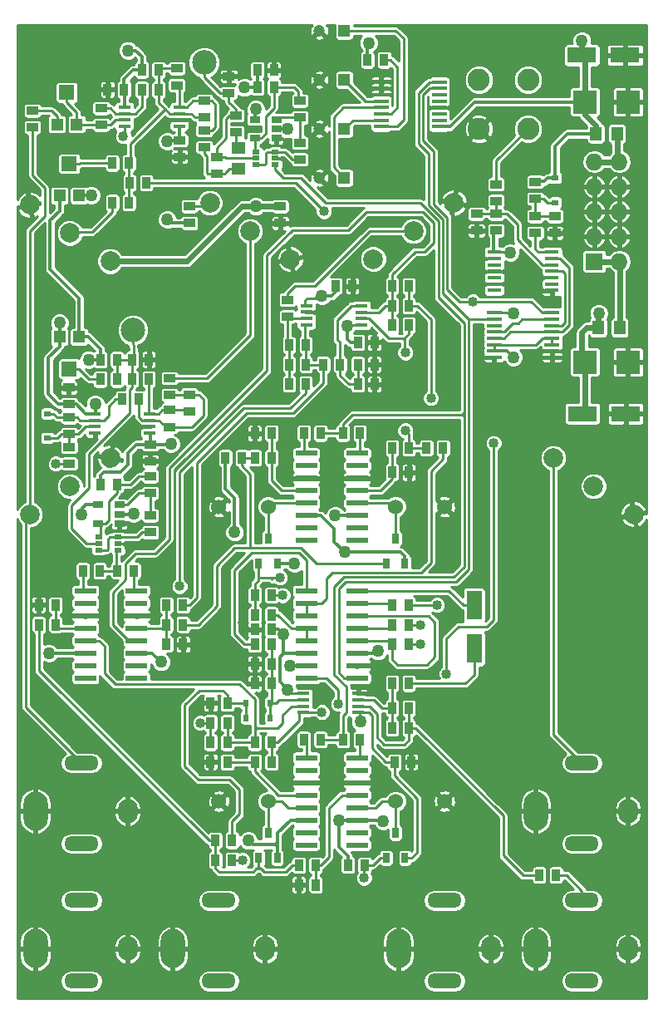
<source format=gbl>
G04 #@! TF.FileFunction,Copper,L2,Bot,Signal*
%FSLAX46Y46*%
G04 Gerber Fmt 4.6, Leading zero omitted, Abs format (unit mm)*
G04 Created by KiCad (PCBNEW 4.0.2-stable) date 2016-10-24 7:35:11 PM*
%MOMM*%
G01*
G04 APERTURE LIST*
%ADD10C,0.100000*%
%ADD11R,0.800000X0.500000*%
%ADD12C,1.998980*%
%ADD13R,1.600000X1.500000*%
%ADD14R,1.200000X1.200000*%
%ADD15C,2.250000*%
%ADD16C,2.500000*%
%ADD17R,1.500000X0.450000*%
%ADD18R,1.450000X0.450000*%
%ADD19R,2.199640X0.599440*%
%ADD20R,1.397000X1.143000*%
%ADD21R,1.143000X1.397000*%
%ADD22R,2.397760X2.397760*%
%ADD23C,1.200000*%
%ADD24R,1.600200X2.999740*%
%ADD25R,2.999740X1.600200*%
%ADD26R,1.300480X0.400000*%
%ADD27R,1.060000X0.650000*%
%ADD28O,2.500000X4.000000*%
%ADD29O,2.000000X2.500000*%
%ADD30O,3.500000X1.500000*%
%ADD31R,1.143000X0.812800*%
%ADD32R,0.812800X1.143000*%
%ADD33R,1.727200X1.727200*%
%ADD34O,1.727200X1.727200*%
%ADD35C,1.524000*%
%ADD36R,0.701040X1.000760*%
%ADD37R,0.762000X0.609600*%
%ADD38R,0.609600X0.762000*%
%ADD39C,1.016000*%
%ADD40C,1.270000*%
%ADD41C,0.254000*%
%ADD42C,0.609600*%
%ADD43C,0.355600*%
%ADD44C,0.304800*%
%ADD45C,0.203200*%
G04 APERTURE END LIST*
D10*
D11*
X38750000Y-25350000D03*
X36750000Y-26000000D03*
X38750000Y-26650000D03*
X38750000Y-26000000D03*
X36750000Y-26650000D03*
X36750000Y-25350000D03*
X22750000Y-64600000D03*
X20750000Y-65250000D03*
X22750000Y-65900000D03*
X22750000Y-65250000D03*
X20750000Y-65900000D03*
X20750000Y-64600000D03*
D12*
X17822777Y-33606433D03*
X21918537Y-36474315D03*
X13727017Y-30738551D03*
D13*
X17500000Y-19300000D03*
D14*
X18500000Y-22550000D03*
X16500000Y-22550000D03*
D15*
X59500000Y-18000000D03*
X64500000Y-18000000D03*
X64500000Y-23000000D03*
X59500000Y-23000000D03*
D16*
X24250000Y-43500000D03*
X31500000Y-16250000D03*
D17*
X49550000Y-22775000D03*
X49550000Y-22125000D03*
X49550000Y-21475000D03*
X49550000Y-20825000D03*
X49550000Y-20175000D03*
X49550000Y-19525000D03*
X49550000Y-18875000D03*
X49550000Y-18225000D03*
X55450000Y-18225000D03*
X55450000Y-18875000D03*
X55450000Y-19525000D03*
X55450000Y-20175000D03*
X55450000Y-20825000D03*
X55450000Y-21475000D03*
X55450000Y-22125000D03*
X55450000Y-22775000D03*
X66950000Y-41725000D03*
X66950000Y-42375000D03*
X66950000Y-43025000D03*
X66950000Y-43675000D03*
X66950000Y-44325000D03*
X66950000Y-44975000D03*
X66950000Y-45625000D03*
X66950000Y-46275000D03*
X61050000Y-46275000D03*
X61050000Y-45625000D03*
X61050000Y-44975000D03*
X61050000Y-44325000D03*
X61050000Y-43675000D03*
X61050000Y-43025000D03*
X61050000Y-42375000D03*
X61050000Y-41725000D03*
D18*
X66950000Y-35550000D03*
X66950000Y-36200000D03*
X66950000Y-36850000D03*
X66950000Y-37500000D03*
X66950000Y-38150000D03*
X66950000Y-38800000D03*
X66950000Y-39450000D03*
X61050000Y-39450000D03*
X61050000Y-38800000D03*
X61050000Y-38150000D03*
X61050000Y-37500000D03*
X61050000Y-36850000D03*
X61050000Y-36200000D03*
X61050000Y-35550000D03*
D19*
X47098420Y-56055000D03*
X47098420Y-57325000D03*
X47098420Y-58595000D03*
X47098420Y-59865000D03*
X47098420Y-61135000D03*
X47098420Y-62405000D03*
X47098420Y-63675000D03*
X47098420Y-64945000D03*
X41901580Y-64945000D03*
X41901580Y-63675000D03*
X41901580Y-62405000D03*
X41901580Y-61135000D03*
X41901580Y-59865000D03*
X41901580Y-58595000D03*
X41901580Y-57325000D03*
X41901580Y-56055000D03*
X24598420Y-70055000D03*
X24598420Y-71325000D03*
X24598420Y-72595000D03*
X24598420Y-73865000D03*
X24598420Y-75135000D03*
X24598420Y-76405000D03*
X24598420Y-77675000D03*
X24598420Y-78945000D03*
X19401580Y-78945000D03*
X19401580Y-77675000D03*
X19401580Y-76405000D03*
X19401580Y-75135000D03*
X19401580Y-73865000D03*
X19401580Y-72595000D03*
X19401580Y-71325000D03*
X19401580Y-70055000D03*
X47098420Y-87055000D03*
X47098420Y-88325000D03*
X47098420Y-89595000D03*
X47098420Y-90865000D03*
X47098420Y-92135000D03*
X47098420Y-93405000D03*
X47098420Y-94675000D03*
X47098420Y-95945000D03*
X41901580Y-95945000D03*
X41901580Y-94675000D03*
X41901580Y-93405000D03*
X41901580Y-92135000D03*
X41901580Y-90865000D03*
X41901580Y-89595000D03*
X41901580Y-88325000D03*
X41901580Y-87055000D03*
X41901580Y-78945000D03*
X41901580Y-77675000D03*
X41901580Y-76405000D03*
X41901580Y-75135000D03*
X41901580Y-73865000D03*
X41901580Y-72595000D03*
X41901580Y-71325000D03*
X41901580Y-70055000D03*
X47098420Y-70055000D03*
X47098420Y-71325000D03*
X47098420Y-72595000D03*
X47098420Y-73865000D03*
X47098420Y-75135000D03*
X47098420Y-76405000D03*
X47098420Y-77675000D03*
X47098420Y-78945000D03*
D20*
X35000000Y-24920500D03*
X35000000Y-27079500D03*
D21*
X71670500Y-43250000D03*
X73829500Y-43250000D03*
X71420500Y-23500000D03*
X73579500Y-23500000D03*
D22*
X74699640Y-20250000D03*
X70300360Y-20250000D03*
X70300360Y-46750000D03*
X74699640Y-46750000D03*
D14*
X45770000Y-28000000D03*
D23*
X43230000Y-28000000D03*
D14*
X45770000Y-23000000D03*
D23*
X43230000Y-23000000D03*
D14*
X45770000Y-18000000D03*
D23*
X43230000Y-18000000D03*
D14*
X45770000Y-13000000D03*
D23*
X43230000Y-13000000D03*
D24*
X59000000Y-75949640D03*
X59000000Y-71550360D03*
D25*
X70000360Y-15500000D03*
X74399640Y-15500000D03*
X74449640Y-52000000D03*
X70050360Y-52000000D03*
D26*
X28944000Y-20794600D03*
X28944000Y-21429600D03*
X28944000Y-22090000D03*
X28944000Y-22725000D03*
X23356000Y-22725000D03*
X23356000Y-22077300D03*
X23356000Y-21429600D03*
X23356000Y-20781900D03*
X25944000Y-52044600D03*
X25944000Y-52679600D03*
X25944000Y-53340000D03*
X25944000Y-53975000D03*
X20356000Y-53975000D03*
X20356000Y-53327300D03*
X20356000Y-52679600D03*
X20356000Y-52031900D03*
X41906000Y-42955400D03*
X41906000Y-42320400D03*
X41906000Y-41660000D03*
X41906000Y-41025000D03*
X47494000Y-41025000D03*
X47494000Y-41672700D03*
X47494000Y-42320400D03*
X47494000Y-42968100D03*
X41606000Y-82455400D03*
X41606000Y-81820400D03*
X41606000Y-81160000D03*
X41606000Y-80525000D03*
X47194000Y-80525000D03*
X47194000Y-81172700D03*
X47194000Y-81820400D03*
X47194000Y-82468100D03*
D27*
X22850000Y-61300000D03*
X22850000Y-62250000D03*
X22850000Y-63200000D03*
X20650000Y-63200000D03*
X20650000Y-61300000D03*
X38850000Y-22050000D03*
X38850000Y-23000000D03*
X38850000Y-23950000D03*
X36650000Y-23950000D03*
X36650000Y-22050000D03*
D13*
X17750000Y-26550000D03*
D14*
X18750000Y-29800000D03*
X16750000Y-29800000D03*
D13*
X17750000Y-47450000D03*
D14*
X16750000Y-44200000D03*
X18750000Y-44200000D03*
D12*
X36177223Y-33393567D03*
X32081463Y-30525685D03*
X40272983Y-36261449D03*
X17822777Y-59393567D03*
X13727017Y-62261449D03*
X21918537Y-56525685D03*
X71177223Y-59393567D03*
X67081463Y-56525685D03*
X75272983Y-62261449D03*
X52822777Y-33393567D03*
X48727017Y-36261449D03*
X56918537Y-30525685D03*
D28*
X14300000Y-106500000D03*
D29*
X23700000Y-106500000D03*
D30*
X19000000Y-101600000D03*
X19000000Y-109800000D03*
D28*
X14300000Y-92500000D03*
D29*
X23700000Y-92500000D03*
D30*
X19000000Y-87600000D03*
X19000000Y-95800000D03*
D28*
X65300000Y-92500000D03*
D29*
X74700000Y-92500000D03*
D30*
X70000000Y-87600000D03*
X70000000Y-95800000D03*
D28*
X51300000Y-106500000D03*
D29*
X60700000Y-106500000D03*
D30*
X56000000Y-101600000D03*
X56000000Y-109800000D03*
D28*
X28300000Y-106500000D03*
D29*
X37700000Y-106500000D03*
D30*
X33000000Y-101600000D03*
X33000000Y-109800000D03*
D28*
X65300000Y-106500000D03*
D29*
X74700000Y-106500000D03*
D30*
X70000000Y-101600000D03*
X70000000Y-109800000D03*
D31*
X30000000Y-30899100D03*
X30000000Y-32600900D03*
X28000000Y-50100900D03*
X28000000Y-48399100D03*
D32*
X23899100Y-28500000D03*
X25600900Y-28500000D03*
D31*
X17750000Y-55399100D03*
X17750000Y-57100900D03*
D32*
X23850900Y-30500000D03*
X22149100Y-30500000D03*
X23850900Y-26500000D03*
X22149100Y-26500000D03*
D31*
X40000000Y-42100900D03*
X40000000Y-40399100D03*
D32*
X40149100Y-49000000D03*
X41850900Y-49000000D03*
X24149100Y-48500000D03*
X25850900Y-48500000D03*
X26850900Y-17000000D03*
X25149100Y-17000000D03*
X22600900Y-48500000D03*
X20899100Y-48500000D03*
X24149100Y-46500000D03*
X25850900Y-46500000D03*
D31*
X31500000Y-20149100D03*
X31500000Y-21850900D03*
D32*
X41850900Y-45000000D03*
X40149100Y-45000000D03*
X22600900Y-46500000D03*
X20899100Y-46500000D03*
D31*
X31500000Y-24850900D03*
X31500000Y-23149100D03*
X32750000Y-27600900D03*
X32750000Y-25899100D03*
D32*
X45350900Y-47000000D03*
X43649100Y-47000000D03*
D31*
X26000000Y-64100900D03*
X26000000Y-62399100D03*
D32*
X22600900Y-59250000D03*
X20899100Y-59250000D03*
X48850900Y-49000000D03*
X47149100Y-49000000D03*
D31*
X34750000Y-23350900D03*
X34750000Y-21649100D03*
D32*
X50649100Y-39000000D03*
X52350900Y-39000000D03*
D31*
X34000000Y-17649100D03*
X34000000Y-19350900D03*
D32*
X52350900Y-43000000D03*
X50649100Y-43000000D03*
D31*
X41250000Y-26100900D03*
X41250000Y-24399100D03*
D32*
X38600900Y-18750000D03*
X36899100Y-18750000D03*
X50649100Y-55500000D03*
X52350900Y-55500000D03*
X52350900Y-58000000D03*
X50649100Y-58000000D03*
X24350900Y-68000000D03*
X22649100Y-68000000D03*
X47350900Y-54000000D03*
X45649100Y-54000000D03*
X33649100Y-56500000D03*
X35350900Y-56500000D03*
X27649100Y-71500000D03*
X29350900Y-71500000D03*
X27649100Y-73500000D03*
X29350900Y-73500000D03*
X29350900Y-75500000D03*
X27649100Y-75500000D03*
X38350900Y-56500000D03*
X36649100Y-56500000D03*
X36649100Y-54000000D03*
X38350900Y-54000000D03*
X41649100Y-54000000D03*
X43350900Y-54000000D03*
X38350900Y-70500000D03*
X36649100Y-70500000D03*
X48149100Y-16000000D03*
X49850900Y-16000000D03*
X38350900Y-72500000D03*
X36649100Y-72500000D03*
X55850900Y-55500000D03*
X54149100Y-55500000D03*
X38350900Y-75500000D03*
X36649100Y-75500000D03*
X33850900Y-85500000D03*
X32149100Y-85500000D03*
X36649100Y-77500000D03*
X38350900Y-77500000D03*
X50649100Y-79500000D03*
X52350900Y-79500000D03*
X38350900Y-85500000D03*
X36649100Y-85500000D03*
X32149100Y-81500000D03*
X33850900Y-81500000D03*
X32649100Y-95500000D03*
X34350900Y-95500000D03*
X52350900Y-82000000D03*
X50649100Y-82000000D03*
X36649100Y-87500000D03*
X38350900Y-87500000D03*
X32149100Y-87500000D03*
X33850900Y-87500000D03*
X67350900Y-99000000D03*
X65649100Y-99000000D03*
X19149100Y-68000000D03*
X20850900Y-68000000D03*
X41649100Y-85200000D03*
X43350900Y-85200000D03*
X34350900Y-97500000D03*
X32649100Y-97500000D03*
D31*
X61250000Y-31649100D03*
X61250000Y-33350900D03*
X65250000Y-33600900D03*
X65250000Y-31899100D03*
D32*
X16350900Y-73500000D03*
X14649100Y-73500000D03*
D31*
X65250000Y-30100900D03*
X65250000Y-28399100D03*
D32*
X14649100Y-71500000D03*
X16350900Y-71500000D03*
X42850900Y-98000000D03*
X41149100Y-98000000D03*
D31*
X61250000Y-30350900D03*
X61250000Y-28649100D03*
D32*
X41149100Y-100000000D03*
X42850900Y-100000000D03*
X47350900Y-85200000D03*
X45649100Y-85200000D03*
X46149100Y-98000000D03*
X47850900Y-98000000D03*
X50649100Y-75500000D03*
X52350900Y-75500000D03*
X50649100Y-71500000D03*
X52350900Y-71500000D03*
X50649100Y-73500000D03*
X52350900Y-73500000D03*
D31*
X28000000Y-51649100D03*
X28000000Y-53350900D03*
X17750000Y-52399100D03*
X17750000Y-54100900D03*
D32*
X23149100Y-50500000D03*
X24850900Y-50500000D03*
D31*
X14000000Y-21149100D03*
X14000000Y-22850900D03*
X21000000Y-20899100D03*
X21000000Y-22600900D03*
D32*
X26850900Y-19000000D03*
X25149100Y-19000000D03*
D31*
X29000000Y-25850900D03*
X29000000Y-24149100D03*
X67250000Y-31899100D03*
X67250000Y-33600900D03*
X59250000Y-31649100D03*
X59250000Y-33350900D03*
D32*
X36649100Y-74000000D03*
X38350900Y-74000000D03*
X50899100Y-87500000D03*
X52600900Y-87500000D03*
D31*
X26000000Y-56850900D03*
X26000000Y-55149100D03*
X17700000Y-51050900D03*
X17700000Y-49349100D03*
D32*
X38600900Y-17000000D03*
X36899100Y-17000000D03*
D31*
X39250000Y-30899100D03*
X39250000Y-32600900D03*
D32*
X46600900Y-39000000D03*
X44899100Y-39000000D03*
X47149100Y-44750000D03*
X48850900Y-44750000D03*
X52350900Y-84000000D03*
X50649100Y-84000000D03*
X38350900Y-79500000D03*
X36649100Y-79500000D03*
X32149100Y-83500000D03*
X33850900Y-83500000D03*
D31*
X41250000Y-21850900D03*
X41250000Y-20149100D03*
D32*
X47149100Y-47000000D03*
X48850900Y-47000000D03*
X52350900Y-41000000D03*
X50649100Y-41000000D03*
D31*
X26000000Y-60100900D03*
X26000000Y-58399100D03*
D32*
X41850900Y-47000000D03*
X40149100Y-47000000D03*
X23350900Y-19000000D03*
X21649100Y-19000000D03*
D33*
X71250000Y-36500000D03*
D34*
X73790000Y-36500000D03*
X71250000Y-33960000D03*
X73790000Y-33960000D03*
X71250000Y-31420000D03*
X73790000Y-31420000D03*
X71250000Y-28880000D03*
X73790000Y-28880000D03*
X71250000Y-26340000D03*
X73790000Y-26340000D03*
D35*
X51000000Y-61500000D03*
X56000000Y-61500000D03*
X38000000Y-61500000D03*
X33000000Y-61500000D03*
X38000000Y-91500000D03*
X33000000Y-91500000D03*
X51000000Y-91500000D03*
X56000000Y-91500000D03*
D36*
X51000000Y-94730000D03*
X50047500Y-97270000D03*
X51952500Y-97270000D03*
X38000000Y-94730000D03*
X37047500Y-97270000D03*
X38952500Y-97270000D03*
X38000000Y-64730000D03*
X37047500Y-67270000D03*
X38952500Y-67270000D03*
X51000000Y-64730000D03*
X50047500Y-67270000D03*
X51952500Y-67270000D03*
D37*
X15500000Y-52005400D03*
X15500000Y-54494600D03*
X67250000Y-30494600D03*
X67250000Y-28005400D03*
D38*
X38244600Y-83000000D03*
X35755400Y-83000000D03*
X35755400Y-81500000D03*
X38244600Y-81500000D03*
D31*
X30000000Y-51750900D03*
X30000000Y-50049100D03*
X28700000Y-18550900D03*
X28700000Y-16849100D03*
D39*
X39200000Y-68700000D03*
X53500000Y-73500000D03*
X54600000Y-50400000D03*
X49100000Y-89600000D03*
X27100000Y-46300000D03*
X24400000Y-53500000D03*
X50100000Y-49000000D03*
X35400000Y-73300000D03*
X38400000Y-34000000D03*
X40000000Y-26900000D03*
X23839968Y-65477508D03*
X39750000Y-89750000D03*
X21750000Y-17750000D03*
X29000000Y-27250000D03*
X14500000Y-70000000D03*
X39967298Y-24500000D03*
X24238905Y-63612974D03*
X52160171Y-59500000D03*
X35500000Y-77500000D03*
X26400000Y-72600000D03*
X65600000Y-38200000D03*
X68400000Y-33600000D03*
X31100000Y-83500000D03*
X47800000Y-99300000D03*
X53500000Y-75500000D03*
D40*
X15683980Y-76400000D03*
X36750000Y-30899100D03*
X36750000Y-21000000D03*
X19000000Y-62250000D03*
X62700000Y-35600000D03*
X46057295Y-43035141D03*
X20000000Y-29750000D03*
X20400000Y-51000000D03*
X16750000Y-42750000D03*
X23750000Y-15000000D03*
X48250006Y-14250000D03*
X70000000Y-14000000D03*
X63000000Y-46250000D03*
X49200000Y-76200000D03*
X63000000Y-41750000D03*
X40700000Y-67300000D03*
X40255941Y-77700000D03*
X45797518Y-66110692D03*
X36000000Y-95500000D03*
X47400000Y-83400000D03*
X28100000Y-55100000D03*
X24300000Y-62200000D03*
X35599998Y-18800000D03*
X40012257Y-22999959D03*
X27750000Y-32250000D03*
X27100000Y-77300000D03*
X43500000Y-40000000D03*
D39*
X39500000Y-70500000D03*
D40*
X19750000Y-46500000D03*
X34600000Y-64100000D03*
X27750000Y-24250000D03*
X71700010Y-41800000D03*
X44854355Y-62345645D03*
X45216020Y-93400000D03*
X40000000Y-80143980D03*
X39527332Y-74484231D03*
D39*
X35400000Y-97500000D03*
D40*
X49750000Y-93500000D03*
D39*
X16400000Y-57100000D03*
X29000000Y-69600000D03*
X43700000Y-31400000D03*
X52000000Y-45800000D03*
X52000000Y-53700000D03*
X43500000Y-82400000D03*
X55200000Y-71500000D03*
X45161780Y-81577596D03*
X56200000Y-78499998D03*
X61000000Y-55000000D03*
X58904941Y-40583999D03*
X23250000Y-23749992D03*
D41*
X29350900Y-71500000D02*
X30000000Y-71500000D01*
X30750000Y-57000000D02*
X35811798Y-51938202D01*
X30000000Y-71500000D02*
X30750000Y-70750000D01*
X30750000Y-70750000D02*
X30750000Y-57000000D01*
X35811798Y-51938202D02*
X40602338Y-51938202D01*
X40602338Y-51938202D02*
X43649100Y-48891440D01*
X43649100Y-48891440D02*
X43649100Y-47825500D01*
X43649100Y-47825500D02*
X43649100Y-47000000D01*
X41806000Y-44955100D02*
X41850900Y-45000000D01*
X41850900Y-45000000D02*
X41850900Y-47000000D01*
X43649100Y-47000000D02*
X41850900Y-47000000D01*
X41806000Y-42955400D02*
X41806000Y-44955100D01*
X41906000Y-42320400D02*
X40219500Y-42320400D01*
X40219500Y-42320400D02*
X40000000Y-42100900D01*
X40000000Y-42100900D02*
X40000000Y-44850900D01*
X40000000Y-44850900D02*
X40149100Y-45000000D01*
X40149100Y-45000000D02*
X40149100Y-47000000D01*
X40149100Y-47000000D02*
X40149100Y-49000000D01*
X25174500Y-60100900D02*
X26000000Y-60100900D01*
X24833100Y-60100900D02*
X25174500Y-60100900D01*
X22850000Y-61300000D02*
X23634000Y-61300000D01*
X23634000Y-61300000D02*
X24833100Y-60100900D01*
X26000000Y-62399100D02*
X26000000Y-60100900D01*
X22850000Y-61300000D02*
X23055000Y-61300000D01*
X24850900Y-58399100D02*
X24000000Y-59250000D01*
X24000000Y-59250000D02*
X22600900Y-59250000D01*
X26000000Y-58399100D02*
X24850900Y-58399100D01*
X22600900Y-59250000D02*
X22600900Y-60075500D01*
X22600900Y-60075500D02*
X21750000Y-60926400D01*
X21750000Y-60926400D02*
X21750000Y-62884000D01*
X21750000Y-62884000D02*
X21434000Y-63200000D01*
X21434000Y-63200000D02*
X20650000Y-63200000D01*
X20952440Y-64602300D02*
X20952440Y-63502440D01*
X20952440Y-63502440D02*
X20650000Y-63200000D01*
X38481580Y-68700000D02*
X39200000Y-68700000D01*
X38421400Y-68760180D02*
X38481580Y-68700000D01*
X38421400Y-68900000D02*
X38421400Y-68760180D01*
X37047500Y-68700000D02*
X39200000Y-68700000D01*
X37047500Y-67270000D02*
X37047500Y-68700000D01*
X37047500Y-68700000D02*
X37047500Y-68952500D01*
X37047500Y-68952500D02*
X36649100Y-69350900D01*
X36649100Y-69350900D02*
X36649100Y-70500000D01*
X36649100Y-72500000D02*
X36649100Y-70500000D01*
X52350900Y-41000000D02*
X52350900Y-39000000D01*
X36649100Y-72500000D02*
X36649100Y-70672300D01*
X52350900Y-73500000D02*
X53500000Y-73500000D01*
X54600000Y-49681580D02*
X54600000Y-50400000D01*
X54600000Y-42400000D02*
X54600000Y-49681580D01*
X53200000Y-41000000D02*
X54600000Y-42400000D01*
X52350900Y-41000000D02*
X53200000Y-41000000D01*
X50649100Y-39000000D02*
X50649100Y-37850900D01*
X37900000Y-47600000D02*
X27961798Y-57538202D01*
X50649100Y-37850900D02*
X53000000Y-35500000D01*
X54900000Y-32600000D02*
X53800000Y-31500000D01*
X53000000Y-35500000D02*
X54000000Y-35500000D01*
X54000000Y-35500000D02*
X54900000Y-34600000D01*
X54900000Y-34600000D02*
X54900000Y-32600000D01*
X53800000Y-31500000D02*
X48000000Y-31500000D01*
X40500000Y-33300000D02*
X37900000Y-35900000D01*
X46200000Y-33300000D02*
X40500000Y-33300000D01*
X48000000Y-31500000D02*
X46200000Y-33300000D01*
X37900000Y-35900000D02*
X37900000Y-47600000D01*
X27961798Y-57538202D02*
X27961798Y-64788202D01*
X26500000Y-66250000D02*
X24528638Y-66250000D01*
X27961798Y-64788202D02*
X26500000Y-66250000D01*
X23500000Y-68900000D02*
X22200000Y-70200000D01*
X24528638Y-66250000D02*
X23500000Y-67278638D01*
X23500000Y-67278638D02*
X23500000Y-68900000D01*
X22200000Y-70200000D02*
X22200000Y-73536680D01*
X22200000Y-73536680D02*
X23798320Y-75135000D01*
X23798320Y-75135000D02*
X24598420Y-75135000D01*
X48298240Y-41672700D02*
X47394000Y-41672700D01*
X49316000Y-41672700D02*
X48298240Y-41672700D01*
X49988700Y-41000000D02*
X49316000Y-41672700D01*
X50649100Y-39000000D02*
X50649100Y-41000000D01*
X50649100Y-41000000D02*
X49988700Y-41000000D01*
X50649100Y-43000000D02*
X50649100Y-41000000D01*
X45350900Y-47000000D02*
X45350900Y-48100900D01*
X45350900Y-48100900D02*
X46250000Y-49000000D01*
X46250000Y-49000000D02*
X47149100Y-49000000D01*
X47394000Y-41025000D02*
X46489760Y-41025000D01*
X46489760Y-41025000D02*
X45041294Y-42473466D01*
X45041294Y-44441294D02*
X45350900Y-44750900D01*
X45041294Y-42473466D02*
X45041294Y-44441294D01*
X47149100Y-47000000D02*
X47149100Y-49000000D01*
X45350900Y-44750900D02*
X45350900Y-47000000D01*
X47098420Y-89595000D02*
X49095000Y-89595000D01*
X49095000Y-89595000D02*
X49100000Y-89600000D01*
X25850900Y-46500000D02*
X26900000Y-46500000D01*
X26900000Y-46500000D02*
X27100000Y-46300000D01*
X25944000Y-53340000D02*
X24560000Y-53340000D01*
X24560000Y-53340000D02*
X24400000Y-53500000D01*
X48850900Y-49000000D02*
X50100000Y-49000000D01*
X36649100Y-74000000D02*
X36100000Y-74000000D01*
X36100000Y-74000000D02*
X35400000Y-73300000D01*
X39250000Y-32600900D02*
X39250000Y-33150000D01*
X39250000Y-33150000D02*
X38400000Y-34000000D01*
X40000000Y-26596000D02*
X40000000Y-26900000D01*
X39404000Y-26000000D02*
X40000000Y-26596000D01*
X38750000Y-26000000D02*
X39404000Y-26000000D01*
X22750000Y-65250000D02*
X23612460Y-65250000D01*
X23612460Y-65250000D02*
X23839968Y-65477508D01*
X41901580Y-89595000D02*
X39905000Y-89595000D01*
X39905000Y-89595000D02*
X39750000Y-89750000D01*
X21649100Y-19000000D02*
X21649100Y-17850900D01*
X21649100Y-17850900D02*
X21750000Y-17750000D01*
X29000000Y-25850900D02*
X29000000Y-27250000D01*
X14649100Y-71500000D02*
X14649100Y-70149100D01*
X14649100Y-70149100D02*
X14500000Y-70000000D01*
X30250000Y-25500000D02*
X29899100Y-25850900D01*
X29899100Y-25850900D02*
X29000000Y-25850900D01*
X30250000Y-22491760D02*
X30250000Y-25500000D01*
X28944000Y-22090000D02*
X29848240Y-22090000D01*
X29848240Y-22090000D02*
X30250000Y-22491760D01*
X38850000Y-23950000D02*
X39417298Y-23950000D01*
X39417298Y-23950000D02*
X39967298Y-24500000D01*
X23825931Y-63200000D02*
X24238905Y-63612974D01*
X22850000Y-63200000D02*
X23825931Y-63200000D01*
X52350900Y-58000000D02*
X52350900Y-59309271D01*
X52350900Y-59309271D02*
X52160171Y-59500000D01*
X36649100Y-77500000D02*
X35500000Y-77500000D01*
X26395000Y-72595000D02*
X26400000Y-72600000D01*
X24598420Y-72595000D02*
X26395000Y-72595000D01*
X65650000Y-38150000D02*
X65600000Y-38200000D01*
X66950000Y-38150000D02*
X65650000Y-38150000D01*
X68399100Y-33600900D02*
X68400000Y-33600000D01*
X67250000Y-33600900D02*
X68399100Y-33600900D01*
D42*
X73771400Y-46071760D02*
X74449640Y-46750000D01*
D41*
X40933532Y-35600900D02*
X40272983Y-36261449D01*
X39049100Y-21850900D02*
X38850000Y-22050000D01*
X41250000Y-21850900D02*
X39049100Y-21850900D01*
X41250000Y-24399100D02*
X41250000Y-21850900D01*
X38600900Y-18750000D02*
X40650000Y-18750000D01*
X40650000Y-18750000D02*
X41100900Y-19200900D01*
X41100900Y-19200900D02*
X41100900Y-20000000D01*
X41100900Y-20000000D02*
X41250000Y-20149100D01*
X36650000Y-23950000D02*
X37300000Y-23950000D01*
X37300000Y-23950000D02*
X37750000Y-23500000D01*
X38600900Y-20849738D02*
X38600900Y-18750000D01*
X37750000Y-23500000D02*
X37750000Y-21700638D01*
X37750000Y-21700638D02*
X38600900Y-20849738D01*
X36650000Y-23950000D02*
X36650000Y-25250000D01*
X36650000Y-25250000D02*
X36750000Y-25350000D01*
X50635000Y-61135000D02*
X51000000Y-61500000D01*
X47098420Y-61135000D02*
X50635000Y-61135000D01*
X51000000Y-63975620D02*
X51000000Y-61500000D01*
X51000000Y-64730000D02*
X51000000Y-63975620D01*
X38365000Y-61135000D02*
X38000000Y-61500000D01*
X41901580Y-61135000D02*
X38365000Y-61135000D01*
X38000000Y-63975620D02*
X38000000Y-61500000D01*
X38000000Y-64730000D02*
X38000000Y-63975620D01*
X32149100Y-83500000D02*
X32149100Y-85500000D01*
X49442980Y-97270000D02*
X48712980Y-98000000D01*
X50047500Y-97270000D02*
X49442980Y-97270000D01*
X48712980Y-98000000D02*
X47850900Y-98000000D01*
X31100000Y-83500000D02*
X32149100Y-83500000D01*
X47800000Y-98050900D02*
X47850900Y-98000000D01*
X47800000Y-99300000D02*
X47800000Y-98050900D01*
X52350900Y-75500000D02*
X53500000Y-75500000D01*
X41806000Y-81820400D02*
X40379600Y-81820400D01*
X40379600Y-81820400D02*
X39500000Y-82700000D01*
X39500000Y-82700000D02*
X39500000Y-83500000D01*
X39500000Y-83500000D02*
X38943780Y-84056220D01*
X38943780Y-84056220D02*
X36879568Y-84056220D01*
X36649100Y-85500000D02*
X36649100Y-85334900D01*
X21336000Y-78486000D02*
X21336000Y-75692000D01*
X21336000Y-75692000D02*
X20779000Y-75135000D01*
X20779000Y-75135000D02*
X19401580Y-75135000D01*
X33850900Y-83500000D02*
X33850900Y-85500000D01*
X36649100Y-85500000D02*
X33850900Y-85500000D01*
X33850900Y-85500000D02*
X33850900Y-85665100D01*
X36649100Y-85500000D02*
X36649100Y-84276500D01*
X36649100Y-81113538D02*
X35110483Y-79574921D01*
X35110483Y-79574921D02*
X22424921Y-79574921D01*
X22424921Y-79574921D02*
X21336000Y-78486000D01*
X36649100Y-83825752D02*
X36879568Y-84056220D01*
X36649100Y-83820687D02*
X36649100Y-83825752D01*
X36879568Y-84056220D02*
X36649100Y-84056220D01*
X36649100Y-84056220D02*
X36649100Y-83820687D01*
X36649100Y-83820687D02*
X36649100Y-81113538D01*
X36869380Y-84056220D02*
X36649100Y-84276500D01*
X36879568Y-84056220D02*
X36869380Y-84056220D01*
X36649100Y-84276500D02*
X36649100Y-84056220D01*
X38350900Y-77500000D02*
X38350900Y-79500000D01*
X38350900Y-75500000D02*
X38350900Y-77500000D01*
X38803400Y-81500000D02*
X38244600Y-81500000D01*
X38244600Y-83000000D02*
X38244600Y-81500000D01*
X38350900Y-81393700D02*
X38244600Y-81500000D01*
X38350900Y-79500000D02*
X38350900Y-81393700D01*
X39143400Y-81160000D02*
X38803400Y-81500000D01*
X41806000Y-81160000D02*
X39143400Y-81160000D01*
X52350900Y-79500000D02*
X58100000Y-79500000D01*
X58100000Y-79500000D02*
X59000000Y-78600000D01*
X59000000Y-78600000D02*
X59000000Y-75949640D01*
X59000000Y-71550360D02*
X57945900Y-71550360D01*
X57945900Y-71550360D02*
X56450540Y-70055000D01*
X56450540Y-70055000D02*
X48452240Y-70055000D01*
X48452240Y-70055000D02*
X47098420Y-70055000D01*
X47394000Y-81820400D02*
X48338834Y-81820400D01*
X48338834Y-81820400D02*
X49108010Y-82589576D01*
X49108010Y-82589576D02*
X49108010Y-85008010D01*
X49108010Y-85008010D02*
X49800000Y-85700000D01*
X49800000Y-85700000D02*
X51900000Y-85700000D01*
X51900000Y-85700000D02*
X52350900Y-85249100D01*
X52350900Y-85249100D02*
X52350900Y-84000000D01*
X65649100Y-99000000D02*
X65589100Y-99060000D01*
X65589100Y-99060000D02*
X64008000Y-99060000D01*
X64008000Y-99060000D02*
X61976000Y-97028000D01*
X61976000Y-97028000D02*
X61976000Y-92964700D01*
X61976000Y-92964700D02*
X53011300Y-84000000D01*
X53011300Y-84000000D02*
X52350900Y-84000000D01*
X52350900Y-84000000D02*
X52350900Y-82000000D01*
X47394000Y-81172700D02*
X48772700Y-81172700D01*
X48772700Y-81172700D02*
X49600000Y-82000000D01*
X50649100Y-84000000D02*
X50649100Y-82000000D01*
X50649100Y-79500000D02*
X50649100Y-82000000D01*
X49600000Y-82000000D02*
X50649100Y-82000000D01*
D43*
X46695543Y-66110692D02*
X45797518Y-66110692D01*
X51952500Y-66552500D02*
X51510692Y-66110692D01*
X51510692Y-66110692D02*
X46695543Y-66110692D01*
X51952500Y-67270000D02*
X51952500Y-66552500D01*
X15688980Y-76405000D02*
X15683980Y-76400000D01*
X19401580Y-76405000D02*
X15688980Y-76405000D01*
D42*
X39250000Y-30899100D02*
X36750000Y-30899100D01*
X36750000Y-30899100D02*
X35350900Y-30899100D01*
D43*
X36650000Y-22050000D02*
X36650000Y-21100000D01*
X36650000Y-21100000D02*
X36750000Y-21000000D01*
X20650000Y-61300000D02*
X19450000Y-61300000D01*
X19450000Y-61300000D02*
X19000000Y-61750000D01*
X19000000Y-61750000D02*
X19000000Y-62250000D01*
D42*
X29775685Y-36474315D02*
X21918537Y-36474315D01*
X35350900Y-30899100D02*
X29775685Y-36474315D01*
D43*
X62700000Y-35600000D02*
X62650000Y-35550000D01*
X41901580Y-62405000D02*
X43405000Y-62405000D01*
X43405000Y-62405000D02*
X44750000Y-63750000D01*
X44750000Y-63750000D02*
X44750000Y-65063174D01*
X44750000Y-65063174D02*
X45797518Y-66110692D01*
D41*
X50899100Y-87500000D02*
X50000000Y-87500000D01*
X50000000Y-87500000D02*
X48600000Y-86100000D01*
X48600000Y-86100000D02*
X48600000Y-82800000D01*
X48600000Y-82800000D02*
X48268100Y-82468100D01*
X48268100Y-82468100D02*
X47394000Y-82468100D01*
X47394000Y-82468100D02*
X47394000Y-83394000D01*
X47394000Y-83394000D02*
X47400000Y-83400000D01*
X50899100Y-87500000D02*
X50899100Y-88899100D01*
X50899100Y-88899100D02*
X53200000Y-91200000D01*
X53200000Y-91200000D02*
X53200000Y-96700000D01*
X53200000Y-96700000D02*
X52630000Y-97270000D01*
X52630000Y-97270000D02*
X51952500Y-97270000D01*
D43*
X46057295Y-43035141D02*
X46057295Y-44420195D01*
X46057295Y-44420195D02*
X46387100Y-44750000D01*
X46387100Y-44750000D02*
X47149100Y-44750000D01*
X18750000Y-29800000D02*
X19950000Y-29800000D01*
X19950000Y-29800000D02*
X20000000Y-29750000D01*
X20400000Y-51000000D02*
X20400000Y-51987900D01*
X20400000Y-51987900D02*
X20356000Y-52031900D01*
X16750000Y-44200000D02*
X16750000Y-42750000D01*
X25149100Y-17000000D02*
X25149100Y-15649100D01*
X25149100Y-15649100D02*
X24500000Y-15000000D01*
X24500000Y-15000000D02*
X23750000Y-15000000D01*
X25149100Y-17000000D02*
X24250000Y-17000000D01*
X24250000Y-17000000D02*
X23350900Y-17899100D01*
X23350900Y-17899100D02*
X23350900Y-19000000D01*
X23356000Y-20781900D02*
X23356000Y-19005100D01*
X23356000Y-19005100D02*
X23350900Y-19000000D01*
X15600000Y-50000000D02*
X16650900Y-51050900D01*
X16650900Y-51050900D02*
X17700000Y-51050900D01*
X15600000Y-46305600D02*
X15600000Y-50000000D01*
X16750000Y-44200000D02*
X16750000Y-45155600D01*
X16750000Y-45155600D02*
X15600000Y-46305600D01*
X17700000Y-51050900D02*
X18450900Y-51050900D01*
X18450900Y-51050900D02*
X19431900Y-52031900D01*
X19431900Y-52031900D02*
X20356000Y-52031900D01*
X48149100Y-14350906D02*
X48250006Y-14250000D01*
X48149100Y-16000000D02*
X48149100Y-14350906D01*
D42*
X70000360Y-15500000D02*
X70000360Y-14000360D01*
X70000360Y-14000360D02*
X70000000Y-14000000D01*
X70300360Y-20250000D02*
X70300360Y-15800000D01*
X70300360Y-15800000D02*
X70000360Y-15500000D01*
D44*
X62375000Y-45625000D02*
X63000000Y-46250000D01*
X61050000Y-45625000D02*
X62375000Y-45625000D01*
D43*
X71420500Y-23500000D02*
X68500000Y-23500000D01*
X70300360Y-20250000D02*
X59077242Y-20250000D01*
X59077242Y-20250000D02*
X56545441Y-22781801D01*
X56545441Y-22781801D02*
X55450000Y-22781801D01*
X67250000Y-28005400D02*
X67250000Y-24750000D01*
X67250000Y-24750000D02*
X68500000Y-23500000D01*
D42*
X71420500Y-23500000D02*
X71420500Y-22670500D01*
X71420500Y-22670500D02*
X70300360Y-21550360D01*
X70300360Y-21550360D02*
X70300360Y-20250000D01*
D43*
X48995000Y-76405000D02*
X49200000Y-76200000D01*
X47098420Y-76405000D02*
X48995000Y-76405000D01*
X61250000Y-33350900D02*
X61000000Y-33600900D01*
X61000000Y-33600900D02*
X61000000Y-35500000D01*
X61000000Y-35500000D02*
X61043199Y-35543199D01*
D41*
X61050000Y-41725000D02*
X62975000Y-41725000D01*
X62975000Y-41725000D02*
X63000000Y-41750000D01*
D43*
X40670000Y-67270000D02*
X40700000Y-67300000D01*
X38952500Y-67270000D02*
X40670000Y-67270000D01*
D41*
X62650000Y-35550000D02*
X61050000Y-35550000D01*
X62054000Y-44975000D02*
X61050000Y-44975000D01*
X65296000Y-44975000D02*
X62054000Y-44975000D01*
X65946000Y-44325000D02*
X65296000Y-44975000D01*
X66950000Y-44325000D02*
X65946000Y-44325000D01*
X61050000Y-44975000D02*
X61050000Y-45625000D01*
X66950000Y-44325000D02*
X66950000Y-44975000D01*
D43*
X65299100Y-28350000D02*
X65250000Y-28399100D01*
X66168800Y-28350000D02*
X65299100Y-28350000D01*
X41901580Y-77675000D02*
X40280941Y-77675000D01*
X40280941Y-77675000D02*
X40255941Y-77700000D01*
X66513400Y-28005400D02*
X66168800Y-28350000D01*
X67250000Y-28005400D02*
X66513400Y-28005400D01*
X40295000Y-93405000D02*
X41901580Y-93405000D01*
X38952500Y-94747500D02*
X40295000Y-93405000D01*
X36400000Y-95900000D02*
X36000000Y-95500000D01*
X38952500Y-96152500D02*
X38700000Y-95900000D01*
X38700000Y-95900000D02*
X36400000Y-95900000D01*
X38952500Y-97270000D02*
X38952500Y-96152500D01*
X38700000Y-95860640D02*
X38952500Y-95608140D01*
X38700000Y-95900000D02*
X38700000Y-95860640D01*
X38952500Y-95608140D02*
X38952500Y-96152500D01*
X38952500Y-94747500D02*
X38952500Y-95608140D01*
D41*
X46124336Y-42968100D02*
X46057295Y-43035141D01*
X47394000Y-42968100D02*
X46124336Y-42968100D01*
D43*
X26000000Y-55149100D02*
X28050900Y-55149100D01*
X28050900Y-55149100D02*
X28100000Y-55100000D01*
X24250000Y-62250000D02*
X24300000Y-62200000D01*
X22850000Y-62250000D02*
X24250000Y-62250000D01*
X35649998Y-18750000D02*
X35599998Y-18800000D01*
X36899100Y-18750000D02*
X35649998Y-18750000D01*
X38850000Y-23000000D02*
X40012216Y-23000000D01*
X40012216Y-23000000D02*
X40012257Y-22999959D01*
X30000000Y-32600900D02*
X28100900Y-32600900D01*
X28100900Y-32600900D02*
X27750000Y-32250000D01*
X26465001Y-76665001D02*
X27100000Y-77300000D01*
X26205000Y-76405000D02*
X26465001Y-76665001D01*
X24598420Y-76405000D02*
X26205000Y-76405000D01*
X16750000Y-29800000D02*
X16750000Y-31350000D01*
X16750000Y-31350000D02*
X15800000Y-32300000D01*
X15800000Y-32300000D02*
X15800000Y-37300000D01*
X15800000Y-37300000D02*
X18750000Y-40250000D01*
X18750000Y-40250000D02*
X18750000Y-44200000D01*
D41*
X41806000Y-41025000D02*
X41806000Y-40444000D01*
X41806000Y-40444000D02*
X42000000Y-40250000D01*
X42000000Y-40250000D02*
X42750000Y-40250000D01*
X42750000Y-40250000D02*
X43000000Y-40000000D01*
X43000000Y-40000000D02*
X43500000Y-40000000D01*
D43*
X44899100Y-39000000D02*
X44899100Y-39600900D01*
X44899100Y-39600900D02*
X44500000Y-40000000D01*
X44500000Y-40000000D02*
X43500000Y-40000000D01*
D41*
X38350900Y-70500000D02*
X39500000Y-70500000D01*
D43*
X38350900Y-74000000D02*
X39043101Y-74000000D01*
X39043101Y-74000000D02*
X39527332Y-74484231D01*
X19750000Y-46500000D02*
X20899100Y-46500000D01*
X33649100Y-56500000D02*
X33649100Y-59649100D01*
X33649100Y-59649100D02*
X34600000Y-60600000D01*
X34600000Y-60600000D02*
X34600000Y-63201975D01*
X34600000Y-63201975D02*
X34600000Y-64100000D01*
X36899100Y-18750000D02*
X36899100Y-17000000D01*
X29000000Y-24149100D02*
X27850900Y-24149100D01*
X27850900Y-24149100D02*
X27750000Y-24250000D01*
X29000000Y-24149100D02*
X29000000Y-22781000D01*
X29000000Y-22781000D02*
X28944000Y-22725000D01*
X36650000Y-18999100D02*
X36899100Y-18750000D01*
X26000000Y-55149100D02*
X24550900Y-55149100D01*
X22943024Y-57956976D02*
X21256976Y-57956976D01*
X24550900Y-55149100D02*
X23700000Y-56000000D01*
X23700000Y-56000000D02*
X23700000Y-57200000D01*
X20899100Y-58314852D02*
X20899100Y-59250000D01*
X23700000Y-57200000D02*
X22943024Y-57956976D01*
X21256976Y-57956976D02*
X20899100Y-58314852D01*
X26000000Y-55149100D02*
X26000000Y-54031000D01*
X26000000Y-54031000D02*
X25944000Y-53975000D01*
X18750000Y-44200000D02*
X19705600Y-44200000D01*
X19705600Y-44200000D02*
X20899100Y-45393500D01*
X20899100Y-45393500D02*
X20899100Y-46322900D01*
X20899100Y-46322900D02*
X20899100Y-46500000D01*
D42*
X71670500Y-43250000D02*
X71670500Y-41829510D01*
X71670500Y-41829510D02*
X71700010Y-41800000D01*
X70050360Y-52000000D02*
X70050360Y-51949640D01*
X70300360Y-46750000D02*
X70300360Y-51800360D01*
X70300360Y-51800360D02*
X70500000Y-52000000D01*
D41*
X41806000Y-80525000D02*
X40381020Y-80525000D01*
D43*
X44913710Y-62405000D02*
X44854355Y-62345645D01*
D42*
X71670500Y-43250000D02*
X70489400Y-43250000D01*
X70489400Y-43250000D02*
X70000000Y-43739400D01*
X70000000Y-43739400D02*
X70000000Y-46449640D01*
X70000000Y-46449640D02*
X70300360Y-46750000D01*
D43*
X45221020Y-93405000D02*
X45216020Y-93400000D01*
X47098420Y-93405000D02*
X45221020Y-93405000D01*
X41901580Y-76405000D02*
X39595000Y-76405000D01*
X39595000Y-76405000D02*
X39189101Y-76810899D01*
X39189101Y-76810899D02*
X39189101Y-79333081D01*
X39189101Y-79333081D02*
X39365001Y-79508981D01*
X39365001Y-79508981D02*
X40000000Y-80143980D01*
X39527332Y-74484231D02*
X39527332Y-76405000D01*
X39527332Y-76405000D02*
X41901580Y-76405000D01*
D41*
X40381020Y-80525000D02*
X40000000Y-80143980D01*
D43*
X47098420Y-62405000D02*
X44913710Y-62405000D01*
D41*
X34580900Y-97270000D02*
X34350900Y-97500000D01*
X34350900Y-97500000D02*
X35400000Y-97500000D01*
D43*
X45216020Y-94298025D02*
X45216020Y-93400000D01*
X45216020Y-96139820D02*
X45216020Y-94298025D01*
X46149100Y-97072900D02*
X45216020Y-96139820D01*
X46149100Y-98000000D02*
X46149100Y-97072900D01*
X47103420Y-93400000D02*
X47098420Y-93405000D01*
X49650000Y-93400000D02*
X47103420Y-93400000D01*
X49750000Y-93500000D02*
X49650000Y-93400000D01*
D41*
X38000000Y-94730000D02*
X38000000Y-91500000D01*
X41901580Y-92135000D02*
X40035000Y-92135000D01*
X39400000Y-91500000D02*
X38000000Y-91500000D01*
X40035000Y-92135000D02*
X39400000Y-91500000D01*
X61250000Y-31649100D02*
X61250000Y-30350900D01*
X59250000Y-31649100D02*
X61250000Y-31649100D01*
X65971000Y-36850000D02*
X63400000Y-34279000D01*
X66950000Y-36850000D02*
X65971000Y-36850000D01*
X63400000Y-34279000D02*
X63400000Y-32700000D01*
X62349100Y-31649100D02*
X61250000Y-31649100D01*
X63400000Y-32700000D02*
X62349100Y-31649100D01*
X66494600Y-30494600D02*
X67250000Y-30494600D01*
X66100900Y-30100900D02*
X66494600Y-30494600D01*
X65250000Y-31899100D02*
X65250000Y-30100900D01*
X65250000Y-31899100D02*
X67250000Y-31899100D01*
X65250000Y-30100900D02*
X66100900Y-30100900D01*
X51000000Y-93975620D02*
X51000000Y-91500000D01*
X51000000Y-94730000D02*
X51000000Y-93975620D01*
X49600000Y-91500000D02*
X51000000Y-91500000D01*
X48965000Y-92135000D02*
X49600000Y-91500000D01*
X47098420Y-92135000D02*
X48965000Y-92135000D01*
X45770000Y-13000000D02*
X51000000Y-13000000D01*
X51125000Y-22775000D02*
X49550000Y-22775000D01*
X51800000Y-22100000D02*
X51125000Y-22775000D01*
X51800000Y-13800000D02*
X51800000Y-22100000D01*
X51000000Y-13000000D02*
X51800000Y-13800000D01*
X45770000Y-17951000D02*
X45770000Y-18000000D01*
X45770000Y-18000000D02*
X47945000Y-20175000D01*
X47945000Y-20175000D02*
X49550000Y-20175000D01*
X46645000Y-22125000D02*
X45770000Y-23000000D01*
X49550000Y-22125000D02*
X46645000Y-22125000D01*
X44700000Y-26930000D02*
X45770000Y-28000000D01*
X49550000Y-20825000D02*
X45675000Y-20825000D01*
X45675000Y-20825000D02*
X44700000Y-21800000D01*
X44700000Y-21800000D02*
X44700000Y-26930000D01*
X35755400Y-81500000D02*
X35755400Y-83000000D01*
X33850900Y-81500000D02*
X35755400Y-81500000D01*
X33850900Y-80674500D02*
X33850900Y-81500000D01*
X33376400Y-80200000D02*
X33850900Y-80674500D01*
X31000000Y-80200000D02*
X33376400Y-80200000D01*
X30900000Y-89300000D02*
X29500000Y-87900000D01*
X34100000Y-89300000D02*
X30900000Y-89300000D01*
X29500000Y-81700000D02*
X31000000Y-80200000D01*
X35100000Y-90300000D02*
X34100000Y-89300000D01*
X35100000Y-92800000D02*
X35100000Y-90300000D01*
X29500000Y-87900000D02*
X29500000Y-81700000D01*
X34350900Y-93549100D02*
X35100000Y-92800000D01*
X34350900Y-95500000D02*
X34350900Y-93549100D01*
X16400900Y-57100900D02*
X16400000Y-57100000D01*
X17750000Y-57100900D02*
X16400900Y-57100900D01*
X14000000Y-22850900D02*
X14000000Y-27750000D01*
X14000000Y-27750000D02*
X15250000Y-29000000D01*
X15250000Y-29000000D02*
X15250000Y-31850000D01*
X15250000Y-31850000D02*
X13727017Y-33372983D01*
X13727017Y-60847957D02*
X13727017Y-62261449D01*
X13727017Y-33372983D02*
X13727017Y-60847957D01*
X13727017Y-62261449D02*
X13300000Y-62688466D01*
X13300000Y-62688466D02*
X13300000Y-81900000D01*
X13300000Y-81900000D02*
X19000000Y-87600000D01*
X67081463Y-84681463D02*
X67081463Y-56525685D01*
X70000000Y-87600000D02*
X67081463Y-84681463D01*
X41850900Y-49000000D02*
X41850900Y-49899100D01*
X41850900Y-49899100D02*
X40269009Y-51480991D01*
X40269009Y-51480991D02*
X35519009Y-51480991D01*
X35519009Y-51480991D02*
X29000000Y-58000000D01*
X29000000Y-58000000D02*
X29000000Y-68881580D01*
X29000000Y-68881580D02*
X29000000Y-69600000D01*
X70000000Y-100600000D02*
X70000000Y-101600000D01*
X68400000Y-99000000D02*
X70000000Y-100600000D01*
X67350900Y-99000000D02*
X68400000Y-99000000D01*
D42*
X73829500Y-43250000D02*
X73829500Y-36539500D01*
X73829500Y-36539500D02*
X73790000Y-36500000D01*
X73790000Y-36500000D02*
X71250000Y-36500000D01*
X71170500Y-36579500D02*
X71250000Y-36500000D01*
X71250000Y-26340000D02*
X73790000Y-26340000D01*
X73579500Y-23500000D02*
X73579500Y-26129500D01*
X73579500Y-26129500D02*
X73790000Y-26340000D01*
D41*
X23200340Y-64602300D02*
X22547560Y-64602300D01*
X24673100Y-64602300D02*
X23200340Y-64602300D01*
X25174500Y-64100900D02*
X24673100Y-64602300D01*
X26000000Y-64100900D02*
X25174500Y-64100900D01*
X22547560Y-64602300D02*
X21894780Y-64602300D01*
X21894780Y-64602300D02*
X21700000Y-64797080D01*
X21700000Y-64797080D02*
X21700000Y-65802920D01*
X21700000Y-65802920D02*
X21605220Y-65897700D01*
X21605220Y-65897700D02*
X20952440Y-65897700D01*
X22547560Y-65897700D02*
X22547560Y-67898460D01*
X22547560Y-67898460D02*
X22649100Y-68000000D01*
X22649100Y-68000000D02*
X20850900Y-68000000D01*
X17983998Y-61355684D02*
X17983998Y-63733998D01*
X24149100Y-49325500D02*
X23897662Y-49576938D01*
X23897662Y-49576938D02*
X23897662Y-51961798D01*
X19750000Y-59589682D02*
X17983998Y-61355684D01*
X24149100Y-48500000D02*
X24149100Y-49325500D01*
X23897662Y-51961798D02*
X19750000Y-56109460D01*
X17983998Y-63733998D02*
X19500000Y-65250000D01*
X19750000Y-56109460D02*
X19750000Y-59589682D01*
X19500000Y-65250000D02*
X20952440Y-65250000D01*
X24250000Y-43500000D02*
X24300000Y-46349100D01*
X24300000Y-46349100D02*
X24149100Y-46500000D01*
X24149100Y-46500000D02*
X24149100Y-48500000D01*
X22600900Y-46500000D02*
X22600900Y-48500000D01*
X22600900Y-46500000D02*
X24149100Y-46500000D01*
X38750000Y-25350000D02*
X39750000Y-25350000D01*
X40500900Y-26100900D02*
X41250000Y-26100900D01*
X39750000Y-25350000D02*
X40500900Y-26100900D01*
X38750000Y-25350000D02*
X37900000Y-25350000D01*
X37750000Y-25500000D02*
X37750000Y-26554000D01*
X37900000Y-25350000D02*
X37750000Y-25500000D01*
X37750000Y-26554000D02*
X37654000Y-26650000D01*
X37654000Y-26650000D02*
X36750000Y-26650000D01*
X44742791Y-78589383D02*
X44742792Y-69657208D01*
X46000000Y-79846592D02*
X44742791Y-78589383D01*
X44742792Y-69657208D02*
X45742790Y-68657210D01*
X45649100Y-85200000D02*
X45649100Y-82791436D01*
X45649100Y-82791436D02*
X46000000Y-82440536D01*
X46000000Y-82440536D02*
X46000000Y-79846592D01*
X53803802Y-68642790D02*
X56957210Y-68642790D01*
X45742790Y-68657210D02*
X53789383Y-68657209D01*
X53789383Y-68657209D02*
X53803802Y-68642790D01*
X56957210Y-68642790D02*
X58000000Y-67600000D01*
X58000000Y-67600000D02*
X58000000Y-52329758D01*
X58000000Y-51790780D02*
X58000000Y-42800000D01*
X58000000Y-42800000D02*
X55357210Y-40157210D01*
X55357210Y-40157210D02*
X55357210Y-32410618D01*
X55357210Y-32410618D02*
X53508391Y-30561799D01*
X43902337Y-30561799D02*
X41302337Y-27961799D01*
X53508391Y-30561799D02*
X43902337Y-30561799D01*
X41302337Y-27961799D02*
X39557799Y-27961799D01*
X39557799Y-27961799D02*
X38750000Y-27154000D01*
X38750000Y-27154000D02*
X38750000Y-26650000D01*
X57926273Y-52100000D02*
X58000000Y-52026273D01*
X58000000Y-51862151D02*
X57762151Y-52100000D01*
X58000000Y-51790780D02*
X58000000Y-51862151D01*
X57762151Y-52100000D02*
X57926273Y-52100000D01*
X58000000Y-52026273D02*
X58000000Y-51790780D01*
X57770242Y-52100000D02*
X58000000Y-52329758D01*
X57762151Y-52100000D02*
X57770242Y-52100000D01*
X58000000Y-52329758D02*
X58000000Y-52026273D01*
X46600000Y-52100000D02*
X57762151Y-52100000D01*
X45649100Y-53050900D02*
X46600000Y-52100000D01*
X43350900Y-85200000D02*
X45649100Y-85200000D01*
X43350900Y-54000000D02*
X45649100Y-54000000D01*
X43350900Y-53834900D02*
X43350900Y-54000000D01*
X45649100Y-54000000D02*
X45649100Y-53050900D01*
X31500000Y-16250000D02*
X31500000Y-17750000D01*
X31500000Y-17750000D02*
X33100900Y-19350900D01*
X33100900Y-19350900D02*
X34000000Y-19350900D01*
X34750000Y-21649100D02*
X34100900Y-21649100D01*
X34100900Y-21649100D02*
X33750000Y-22000000D01*
X33750000Y-22000000D02*
X33750000Y-23950000D01*
X33750000Y-23950000D02*
X32750000Y-24950000D01*
X32750000Y-24950000D02*
X32750000Y-25899100D01*
X32900900Y-25899100D02*
X32750000Y-25899100D01*
X33100000Y-25700000D02*
X32900900Y-25899100D01*
X34000000Y-19350900D02*
X34000000Y-20250000D01*
X34000000Y-20250000D02*
X34750000Y-21000000D01*
X34750000Y-21000000D02*
X34750000Y-21649100D01*
X33750000Y-26000000D02*
X33649100Y-25899100D01*
X33649100Y-25899100D02*
X32750000Y-25899100D01*
X36750000Y-26000000D02*
X33750000Y-26000000D01*
X35350900Y-56500000D02*
X35350900Y-57325500D01*
X35350900Y-57325500D02*
X36200000Y-58174600D01*
X36200000Y-58174600D02*
X36200000Y-65700000D01*
X36200000Y-65700000D02*
X35363816Y-65700000D01*
X35363816Y-65700000D02*
X34600000Y-65700000D01*
X34600000Y-65700000D02*
X32800000Y-67500000D01*
X30900000Y-73500000D02*
X29350900Y-73500000D01*
X32800000Y-67500000D02*
X32800000Y-71600000D01*
X32800000Y-71600000D02*
X30900000Y-73500000D01*
X35350900Y-56500000D02*
X36649100Y-56500000D01*
X41350274Y-65700000D02*
X35363816Y-65700000D01*
X42920274Y-67270000D02*
X41350274Y-65700000D01*
X50047500Y-67270000D02*
X42920274Y-67270000D01*
X32649100Y-95500000D02*
X32649100Y-97500000D01*
X31988700Y-95500000D02*
X32649100Y-95500000D01*
X14649100Y-78160400D02*
X31988700Y-95500000D01*
X14649100Y-73500000D02*
X14649100Y-78160400D01*
X37047500Y-98152500D02*
X37047500Y-97270000D01*
X33023600Y-98700000D02*
X36500000Y-98700000D01*
X32649100Y-98325500D02*
X33023600Y-98700000D01*
X32649100Y-97500000D02*
X32649100Y-98325500D01*
X37047500Y-98147500D02*
X37047500Y-97270000D01*
X39788700Y-98700000D02*
X37600000Y-98700000D01*
X40488700Y-98000000D02*
X39788700Y-98700000D01*
X41149100Y-98000000D02*
X40488700Y-98000000D01*
X37206672Y-98388238D02*
X37247455Y-98347455D01*
X36811762Y-98388238D02*
X37206672Y-98388238D01*
X37247455Y-98347455D02*
X37047500Y-98147500D01*
X37600000Y-98700000D02*
X37247455Y-98347455D01*
X36500000Y-98700000D02*
X36811762Y-98388238D01*
X36811762Y-98388238D02*
X37047500Y-98152500D01*
X25600900Y-28500000D02*
X40800000Y-28500000D01*
X40800000Y-28500000D02*
X43192001Y-30892001D01*
X43192001Y-30892001D02*
X43700000Y-31400000D01*
X22149100Y-30500000D02*
X22149100Y-31450900D01*
X22149100Y-31450900D02*
X20100000Y-33500000D01*
X20100000Y-33500000D02*
X17929210Y-33500000D01*
X17929210Y-33500000D02*
X17822777Y-33606433D01*
X18149100Y-33280110D02*
X17822777Y-33606433D01*
X22149100Y-26500000D02*
X18854000Y-26500000D01*
X18804000Y-26550000D02*
X17750000Y-26550000D01*
X18854000Y-26500000D02*
X18804000Y-26550000D01*
X40000000Y-40399100D02*
X40000000Y-39738700D01*
X40000000Y-39738700D02*
X40738700Y-39000000D01*
X42750000Y-39000000D02*
X48356433Y-33393567D01*
X40738700Y-39000000D02*
X42750000Y-39000000D01*
X48356433Y-33393567D02*
X52822777Y-33393567D01*
X17750000Y-47450000D02*
X18700000Y-47450000D01*
X19750000Y-48500000D02*
X20899100Y-48500000D01*
X18700000Y-47450000D02*
X19750000Y-48500000D01*
X31500000Y-24850900D02*
X31500000Y-25511300D01*
X31500000Y-25511300D02*
X31750000Y-25761300D01*
X31750000Y-25761300D02*
X31750000Y-27500000D01*
X31750000Y-27500000D02*
X31850900Y-27600900D01*
X31850900Y-27600900D02*
X32750000Y-27600900D01*
X33627000Y-27500000D02*
X33627000Y-27549400D01*
X33627000Y-27549400D02*
X33575500Y-27600900D01*
X33575500Y-27600900D02*
X32750000Y-27600900D01*
X35000000Y-27079500D02*
X34047500Y-27079500D01*
X34047500Y-27079500D02*
X33627000Y-27500000D01*
X34750000Y-23350900D02*
X34750000Y-24670500D01*
X34750000Y-24670500D02*
X35000000Y-24920500D01*
X48298240Y-42320400D02*
X47394000Y-42320400D01*
X50277840Y-44300000D02*
X48298240Y-42320400D01*
X51654939Y-44300000D02*
X50277840Y-44300000D01*
X51658984Y-44300000D02*
X51900000Y-44541016D01*
X51900000Y-44300000D02*
X51654939Y-44300000D01*
X51654939Y-44300000D02*
X51658984Y-44300000D01*
X52350900Y-43849100D02*
X51900000Y-44300000D01*
X51900000Y-44541016D02*
X51900000Y-45700000D01*
X51900000Y-44300000D02*
X51900000Y-44541016D01*
X51900000Y-45700000D02*
X52000000Y-45800000D01*
X52350900Y-55500000D02*
X54149100Y-55500000D01*
X52350900Y-54050900D02*
X52000000Y-53700000D01*
X52350900Y-55500000D02*
X52350900Y-54050900D01*
X52350900Y-43000000D02*
X52350900Y-43849100D01*
X50649100Y-55500000D02*
X50649100Y-58000000D01*
X50649100Y-58650900D02*
X50649100Y-58000000D01*
X49435000Y-59865000D02*
X50649100Y-58650900D01*
X47098420Y-59865000D02*
X49435000Y-59865000D01*
X24350900Y-69807480D02*
X24598420Y-70055000D01*
X24350900Y-68000000D02*
X24350900Y-69807480D01*
X47350900Y-55802520D02*
X47098420Y-56055000D01*
X47350900Y-54000000D02*
X47350900Y-55802520D01*
X27649100Y-71500000D02*
X27649100Y-73500000D01*
X27649100Y-73500000D02*
X27649100Y-75500000D01*
X27284100Y-73865000D02*
X27649100Y-73500000D01*
X24598420Y-73865000D02*
X27284100Y-73865000D01*
X38350900Y-54000000D02*
X38350900Y-56500000D01*
X40547760Y-59865000D02*
X41901580Y-59865000D01*
X39390400Y-59865000D02*
X40547760Y-59865000D01*
X38350900Y-58825500D02*
X39390400Y-59865000D01*
X38350900Y-56500000D02*
X38350900Y-58825500D01*
X41649100Y-55802520D02*
X41901580Y-56055000D01*
X41649100Y-54000000D02*
X41649100Y-55802520D01*
X50511300Y-16000000D02*
X49850900Y-16000000D01*
X51200000Y-16688700D02*
X50511300Y-16000000D01*
X51200000Y-20829000D02*
X51200000Y-16688700D01*
X50554000Y-21475000D02*
X51200000Y-20829000D01*
X49550000Y-21475000D02*
X50554000Y-21475000D01*
X40547760Y-73865000D02*
X41901580Y-73865000D01*
X40376300Y-73865000D02*
X40547760Y-73865000D01*
X39011300Y-72500000D02*
X40376300Y-73865000D01*
X38350900Y-72500000D02*
X39011300Y-72500000D01*
X41901580Y-75135000D02*
X41901580Y-73865000D01*
X41901580Y-71325000D02*
X41901580Y-72595000D01*
X43475000Y-71325000D02*
X41901580Y-71325000D01*
X44600000Y-68200000D02*
X44000000Y-68800000D01*
X44000000Y-70800000D02*
X43475000Y-71325000D01*
X53600000Y-68200000D02*
X44600000Y-68200000D01*
X54600000Y-67200000D02*
X53600000Y-68200000D01*
X54600000Y-57900000D02*
X54600000Y-67200000D01*
X44000000Y-68800000D02*
X44000000Y-70800000D01*
X55850900Y-56649100D02*
X54600000Y-57900000D01*
X55850900Y-55500000D02*
X55850900Y-56649100D01*
X41901580Y-70055000D02*
X41901580Y-66897898D01*
X41901580Y-66897898D02*
X41187681Y-66183999D01*
X41187681Y-66183999D02*
X36316001Y-66183999D01*
X34561799Y-67938201D02*
X34561799Y-74461799D01*
X36316001Y-66183999D02*
X34561799Y-67938201D01*
X34561799Y-74461799D02*
X35600000Y-75500000D01*
X35600000Y-75500000D02*
X36649100Y-75500000D01*
X38350900Y-85500000D02*
X39000000Y-85500000D01*
X39000000Y-85500000D02*
X41200000Y-83300000D01*
X41200000Y-83300000D02*
X41200000Y-82455400D01*
X41200000Y-82455400D02*
X43444600Y-82455400D01*
X43444600Y-82455400D02*
X43500000Y-82400000D01*
X52350900Y-71500000D02*
X55200000Y-71500000D01*
X38350900Y-85500000D02*
X38350900Y-87500000D01*
X36649100Y-87500000D02*
X33850900Y-87500000D01*
X40547760Y-90865000D02*
X41901580Y-90865000D01*
X39065000Y-90865000D02*
X40547760Y-90865000D01*
X36649100Y-88449100D02*
X39065000Y-90865000D01*
X36649100Y-87500000D02*
X36649100Y-88449100D01*
X19149100Y-69802520D02*
X19401580Y-70055000D01*
X19149100Y-68000000D02*
X19149100Y-69802520D01*
X41901580Y-85452480D02*
X41649100Y-85200000D01*
X41901580Y-87055000D02*
X41901580Y-85452480D01*
X65250000Y-33600900D02*
X65250000Y-35250000D01*
X65550000Y-35550000D02*
X66950000Y-35550000D01*
X65250000Y-35250000D02*
X65550000Y-35550000D01*
X19401580Y-73865000D02*
X18601480Y-73865000D01*
X16715900Y-73865000D02*
X16350900Y-73500000D01*
X19401580Y-73865000D02*
X16715900Y-73865000D01*
X16350900Y-71500000D02*
X16350900Y-73500000D01*
X43400000Y-98000000D02*
X42850900Y-98000000D01*
X47098420Y-90865000D02*
X45535000Y-90865000D01*
X45535000Y-90865000D02*
X44200000Y-92200000D01*
X44200000Y-92200000D02*
X44200000Y-97200000D01*
X44200000Y-97200000D02*
X43400000Y-98000000D01*
X42850900Y-98000000D02*
X42850900Y-100000000D01*
X61250000Y-28649100D02*
X61250000Y-26250000D01*
X61250000Y-26250000D02*
X64500000Y-23000000D01*
X47350900Y-86802520D02*
X47098420Y-87055000D01*
X47350900Y-85200000D02*
X47350900Y-86802520D01*
X47098420Y-72595000D02*
X54345000Y-72595000D01*
X54345000Y-72595000D02*
X55000000Y-73250000D01*
X55000000Y-73250000D02*
X55000000Y-76800000D01*
X55000000Y-76800000D02*
X54200000Y-77600000D01*
X54200000Y-77600000D02*
X51200000Y-77600000D01*
X51200000Y-77600000D02*
X50649100Y-77049100D01*
X50649100Y-77049100D02*
X50649100Y-75500000D01*
X50284100Y-75135000D02*
X50649100Y-75500000D01*
X47098420Y-75135000D02*
X50284100Y-75135000D01*
X46298320Y-75135000D02*
X47098420Y-75135000D01*
X50474100Y-71325000D02*
X50649100Y-71500000D01*
X47098420Y-71325000D02*
X50474100Y-71325000D01*
X50284100Y-73865000D02*
X50649100Y-73500000D01*
X47098420Y-73865000D02*
X50284100Y-73865000D01*
X41901580Y-78945000D02*
X43945000Y-78945000D01*
X43945000Y-78945000D02*
X45161780Y-80161780D01*
X45161780Y-80161780D02*
X45161780Y-81577596D01*
X61000000Y-55000000D02*
X61000000Y-73000000D01*
X61000000Y-73000000D02*
X60300000Y-73700000D01*
X56200000Y-74900000D02*
X56200000Y-78499998D01*
X60300000Y-73700000D02*
X57400000Y-73700000D01*
X57400000Y-73700000D02*
X56200000Y-74900000D01*
X54446000Y-18875000D02*
X55450000Y-18875000D01*
X53800000Y-19521000D02*
X54446000Y-18875000D01*
X53800000Y-24200000D02*
X53800000Y-19521000D01*
X54900000Y-25300000D02*
X53800000Y-24200000D01*
X54900000Y-30660224D02*
X54900000Y-25300000D01*
X56271628Y-32031852D02*
X54900000Y-30660224D01*
X57483999Y-40583999D02*
X56271628Y-39371628D01*
X56271628Y-39371628D02*
X56271628Y-32031852D01*
X65946000Y-41725000D02*
X64804999Y-40583999D01*
X66950000Y-41725000D02*
X65946000Y-41725000D01*
X58904941Y-40583999D02*
X57483999Y-40583999D01*
X64804999Y-40583999D02*
X58904941Y-40583999D01*
X58767345Y-42375000D02*
X58452383Y-42375000D01*
X61050000Y-42375000D02*
X58767345Y-42375000D01*
X58457210Y-67842790D02*
X58457210Y-42641520D01*
X58457210Y-42641520D02*
X58457210Y-42379827D01*
D45*
X58767345Y-42375000D02*
X58723730Y-42375000D01*
X58723730Y-42375000D02*
X58457210Y-42641520D01*
D41*
X54446000Y-18225000D02*
X55450000Y-18225000D01*
X53342790Y-19328210D02*
X54446000Y-18225000D01*
X53342790Y-24489382D02*
X53342790Y-19328210D01*
X54400000Y-25546592D02*
X53342790Y-24489382D01*
X54400000Y-30806816D02*
X54400000Y-25546592D01*
X55814419Y-32221235D02*
X54400000Y-30806816D01*
X55814420Y-39737037D02*
X55814419Y-32221235D01*
X58452383Y-42375000D02*
X55814420Y-39737037D01*
X58457210Y-42379827D02*
X58452383Y-42375000D01*
X57200000Y-69100000D02*
X58457210Y-67842790D01*
X53993184Y-69100000D02*
X57200000Y-69100000D01*
X53978765Y-69114419D02*
X53993184Y-69100000D01*
X45200001Y-78400001D02*
X45200001Y-69846591D01*
X47098420Y-78945000D02*
X45745000Y-78945000D01*
X45200001Y-69846591D02*
X45932172Y-69114420D01*
X45745000Y-78945000D02*
X45200001Y-78400001D01*
X45932172Y-69114420D02*
X53978765Y-69114419D01*
X62962999Y-42766001D02*
X63487681Y-42766001D01*
X62054000Y-43675000D02*
X62962999Y-42766001D01*
X63487681Y-42766001D02*
X63878682Y-42375000D01*
X61050000Y-43675000D02*
X62054000Y-43675000D01*
X65946000Y-42375000D02*
X66950000Y-42375000D01*
X63878682Y-42375000D02*
X65946000Y-42375000D01*
X68000000Y-37500000D02*
X67929000Y-37500000D01*
X68242789Y-37742789D02*
X68000000Y-37500000D01*
X68242789Y-42736211D02*
X68242789Y-37742789D01*
X67954000Y-43025000D02*
X68242789Y-42736211D01*
X67929000Y-37500000D02*
X66950000Y-37500000D01*
X66950000Y-43025000D02*
X67954000Y-43025000D01*
X66950000Y-36200000D02*
X67800000Y-36200000D01*
X67800000Y-36200000D02*
X68700000Y-37100000D01*
X68700000Y-37100000D02*
X68700000Y-43000000D01*
X68700000Y-43000000D02*
X68025000Y-43675000D01*
X68025000Y-43675000D02*
X66950000Y-43675000D01*
X65946000Y-43675000D02*
X66950000Y-43675000D01*
X62704000Y-43675000D02*
X65946000Y-43675000D01*
X62054000Y-44325000D02*
X62704000Y-43675000D01*
X61050000Y-44325000D02*
X62054000Y-44325000D01*
X21750000Y-51238700D02*
X21750000Y-52189840D01*
X21750000Y-52189840D02*
X21260240Y-52679600D01*
X21260240Y-52679600D02*
X20356000Y-52679600D01*
X23149100Y-50500000D02*
X22488700Y-50500000D01*
X22488700Y-50500000D02*
X21750000Y-51238700D01*
X16529600Y-52400000D02*
X16530500Y-52399100D01*
X16530500Y-52399100D02*
X17750000Y-52399100D01*
X15500000Y-52005400D02*
X16135000Y-52005400D01*
X16135000Y-52005400D02*
X16529600Y-52400000D01*
X20356000Y-52679600D02*
X18856000Y-52679600D01*
X18856000Y-52679600D02*
X18575500Y-52399100D01*
X18575500Y-52399100D02*
X17750000Y-52399100D01*
X17750000Y-54100900D02*
X17750000Y-55399100D01*
X16525400Y-54500000D02*
X16520000Y-54494600D01*
X16520000Y-54494600D02*
X15500000Y-54494600D01*
X17750000Y-54100900D02*
X16924500Y-54100900D01*
X16924500Y-54100900D02*
X16525400Y-54500000D01*
X20356000Y-53327300D02*
X19451760Y-53327300D01*
X19451760Y-53327300D02*
X18678160Y-54100900D01*
X18678160Y-54100900D02*
X17750000Y-54100900D01*
X28000000Y-48399100D02*
X31800900Y-48399100D01*
X31800900Y-48399100D02*
X36177223Y-44022777D01*
X36177223Y-34807059D02*
X36177223Y-33393567D01*
X36177223Y-44022777D02*
X36177223Y-34807059D01*
X16500000Y-22550000D02*
X16500000Y-21696000D01*
X16500000Y-21696000D02*
X15953100Y-21149100D01*
X15953100Y-21149100D02*
X14000000Y-21149100D01*
X23356000Y-21429600D02*
X22451760Y-21429600D01*
X21921260Y-20899100D02*
X21000000Y-20899100D01*
X22451760Y-21429600D02*
X21921260Y-20899100D01*
X25149100Y-19000000D02*
X25200000Y-19050900D01*
X25200000Y-19050900D02*
X25200000Y-20700000D01*
X25200000Y-20700000D02*
X24470400Y-21429600D01*
X24470400Y-21429600D02*
X23356000Y-21429600D01*
X23356000Y-22077300D02*
X22451760Y-22077300D01*
X22451760Y-22077300D02*
X21928160Y-22600900D01*
X21928160Y-22600900D02*
X21000000Y-22600900D01*
X21000000Y-22600900D02*
X18550900Y-22600900D01*
X18550900Y-22600900D02*
X18500000Y-22550000D01*
X18500000Y-21304000D02*
X18500000Y-22550000D01*
X17500000Y-19300000D02*
X17500000Y-20304000D01*
X17500000Y-20304000D02*
X18500000Y-21304000D01*
X23356000Y-22725000D02*
X23356000Y-23643992D01*
X23356000Y-23643992D02*
X23250000Y-23749992D01*
X30000000Y-30899100D02*
X31708048Y-30899100D01*
X31708048Y-30899100D02*
X32081463Y-30525685D01*
X32107148Y-30500000D02*
X32081463Y-30525685D01*
X28000000Y-51649100D02*
X29898200Y-51649100D01*
X29898200Y-51649100D02*
X30000000Y-51750900D01*
X25850900Y-48500000D02*
X25850900Y-51951500D01*
X25850900Y-51951500D02*
X25944000Y-52044600D01*
X26823600Y-52000000D02*
X25988600Y-52000000D01*
X25988600Y-52000000D02*
X25944000Y-52044600D01*
X28000000Y-51649100D02*
X27174500Y-51649100D01*
X27174500Y-51649100D02*
X26823600Y-52000000D01*
X30000000Y-50049100D02*
X30949100Y-50049100D01*
X30949100Y-50049100D02*
X31400000Y-50500000D01*
X31400000Y-50500000D02*
X31400000Y-52200000D01*
X31400000Y-52200000D02*
X30249100Y-53350900D01*
X30249100Y-53350900D02*
X28000000Y-53350900D01*
X28000000Y-50100900D02*
X29948200Y-50100900D01*
X29948200Y-50100900D02*
X30000000Y-50049100D01*
X25944000Y-52679600D02*
X25923600Y-52700000D01*
X25923600Y-52700000D02*
X25154798Y-52700000D01*
X25154798Y-52700000D02*
X24850900Y-52396102D01*
X24850900Y-52396102D02*
X24850900Y-51325500D01*
X24850900Y-51325500D02*
X24850900Y-50500000D01*
X27250000Y-53081360D02*
X27730460Y-53081360D01*
X27730460Y-53081360D02*
X28000000Y-53350900D01*
X25944000Y-52679600D02*
X26848240Y-52679600D01*
X26848240Y-52679600D02*
X27250000Y-53081360D01*
X28944000Y-20794600D02*
X28944000Y-18794900D01*
X28944000Y-18794900D02*
X28700000Y-18550900D01*
X31500000Y-20149100D02*
X32249100Y-20149100D01*
X32249100Y-20149100D02*
X32600000Y-20500000D01*
X32600000Y-20500000D02*
X32600000Y-22800000D01*
X32600000Y-22800000D02*
X32250900Y-23149100D01*
X32250900Y-23149100D02*
X31500000Y-23149100D01*
X28944000Y-20794600D02*
X29705400Y-20794600D01*
X29705400Y-20794600D02*
X30350900Y-20149100D01*
X30350900Y-20149100D02*
X31500000Y-20149100D01*
X28700000Y-16849100D02*
X27001800Y-16849100D01*
X27001800Y-16849100D02*
X26850900Y-17000000D01*
X27500000Y-21000000D02*
X24000000Y-24500000D01*
X24000000Y-24500000D02*
X24000000Y-26500000D01*
X24000000Y-26500000D02*
X23850900Y-26500000D01*
X23850900Y-26500000D02*
X23850900Y-28451800D01*
X23850900Y-28451800D02*
X23899100Y-28500000D01*
X23850900Y-30500000D02*
X23850900Y-28548200D01*
X23850900Y-28548200D02*
X23899100Y-28500000D01*
X27929600Y-21429600D02*
X27500000Y-21000000D01*
X27500000Y-21000000D02*
X26850900Y-20350900D01*
X28944000Y-21429600D02*
X30179600Y-21429600D01*
X30600900Y-21850900D02*
X31500000Y-21850900D01*
X30179600Y-21429600D02*
X30600900Y-21850900D01*
X28944000Y-21429600D02*
X27929600Y-21429600D01*
X26850900Y-20350900D02*
X26850900Y-19000000D01*
X26850900Y-17000000D02*
X26850900Y-19000000D01*
G36*
X42506619Y-12456227D02*
X42352706Y-12519590D01*
X42235641Y-12891885D01*
X42269958Y-13280639D01*
X42352706Y-13480410D01*
X42506621Y-13543774D01*
X43050395Y-13000000D01*
X43036253Y-12985858D01*
X43215858Y-12806253D01*
X43230000Y-12820395D01*
X43244143Y-12806253D01*
X43423748Y-12985858D01*
X43409605Y-13000000D01*
X43953379Y-13543774D01*
X44107294Y-13480410D01*
X44224359Y-13108115D01*
X44190042Y-12719361D01*
X44107294Y-12519590D01*
X43953381Y-12456227D01*
X43978608Y-12431000D01*
X44781536Y-12431000D01*
X44781536Y-13600000D01*
X44808103Y-13741190D01*
X44891546Y-13870865D01*
X45018866Y-13957859D01*
X45170000Y-13988464D01*
X46370000Y-13988464D01*
X46511190Y-13961897D01*
X46640865Y-13878454D01*
X46727859Y-13751134D01*
X46758464Y-13600000D01*
X46758464Y-13508000D01*
X47555206Y-13508000D01*
X47389185Y-13673731D01*
X47234182Y-14047018D01*
X47233830Y-14451208D01*
X47388181Y-14824766D01*
X47590300Y-15027238D01*
X47590300Y-15073816D01*
X47471835Y-15150046D01*
X47384841Y-15277366D01*
X47354236Y-15428500D01*
X47354236Y-16571500D01*
X47380803Y-16712690D01*
X47464246Y-16842365D01*
X47591566Y-16929359D01*
X47742700Y-16959964D01*
X48555500Y-16959964D01*
X48696690Y-16933397D01*
X48826365Y-16849954D01*
X48913359Y-16722634D01*
X48943964Y-16571500D01*
X48943964Y-15428500D01*
X48917397Y-15287310D01*
X48833954Y-15157635D01*
X48788714Y-15126724D01*
X48824772Y-15111825D01*
X49110827Y-14826269D01*
X49265830Y-14452982D01*
X49266182Y-14048792D01*
X49111831Y-13675234D01*
X48944889Y-13508000D01*
X50789580Y-13508000D01*
X51292000Y-14010420D01*
X51292000Y-16062280D01*
X50870510Y-15640790D01*
X50705703Y-15530669D01*
X50645764Y-15518746D01*
X50645764Y-15428500D01*
X50619197Y-15287310D01*
X50535754Y-15157635D01*
X50408434Y-15070641D01*
X50257300Y-15040036D01*
X49444500Y-15040036D01*
X49303310Y-15066603D01*
X49173635Y-15150046D01*
X49086641Y-15277366D01*
X49056036Y-15428500D01*
X49056036Y-16571500D01*
X49082603Y-16712690D01*
X49166046Y-16842365D01*
X49293366Y-16929359D01*
X49444500Y-16959964D01*
X50257300Y-16959964D01*
X50398490Y-16933397D01*
X50528165Y-16849954D01*
X50574711Y-16781831D01*
X50692000Y-16899120D01*
X50692000Y-20618580D01*
X50688464Y-20622116D01*
X50688464Y-20600000D01*
X50668957Y-20496330D01*
X50688464Y-20400000D01*
X50688464Y-19950000D01*
X50670061Y-19852195D01*
X50681000Y-19825785D01*
X50681000Y-19732750D01*
X50585750Y-19637500D01*
X50517519Y-19637500D01*
X50451134Y-19592141D01*
X50300000Y-19561536D01*
X48800000Y-19561536D01*
X48658810Y-19588103D01*
X48582044Y-19637500D01*
X48514250Y-19637500D01*
X48484750Y-19667000D01*
X48155421Y-19667000D01*
X47571171Y-19082750D01*
X48419000Y-19082750D01*
X48419000Y-19175785D01*
X48429030Y-19200000D01*
X48419000Y-19224215D01*
X48419000Y-19317250D01*
X48514250Y-19412500D01*
X48573684Y-19412500D01*
X48584180Y-19422996D01*
X48724214Y-19481000D01*
X49327750Y-19481000D01*
X49396250Y-19412500D01*
X49423000Y-19412500D01*
X49423000Y-18987500D01*
X49677000Y-18987500D01*
X49677000Y-19412500D01*
X49703750Y-19412500D01*
X49772250Y-19481000D01*
X50375786Y-19481000D01*
X50515820Y-19422996D01*
X50526316Y-19412500D01*
X50585750Y-19412500D01*
X50681000Y-19317250D01*
X50681000Y-19224215D01*
X50670970Y-19200000D01*
X50681000Y-19175785D01*
X50681000Y-19082750D01*
X50585750Y-18987500D01*
X50526316Y-18987500D01*
X50515820Y-18977004D01*
X50375786Y-18919000D01*
X49772250Y-18919000D01*
X49703750Y-18987500D01*
X49677000Y-18987500D01*
X49423000Y-18987500D01*
X49396250Y-18987500D01*
X49327750Y-18919000D01*
X48724214Y-18919000D01*
X48584180Y-18977004D01*
X48573684Y-18987500D01*
X48514250Y-18987500D01*
X48419000Y-19082750D01*
X47571171Y-19082750D01*
X46921171Y-18432750D01*
X48419000Y-18432750D01*
X48419000Y-18525785D01*
X48429030Y-18550000D01*
X48419000Y-18574215D01*
X48419000Y-18667250D01*
X48514250Y-18762500D01*
X48573684Y-18762500D01*
X48584180Y-18772996D01*
X48724214Y-18831000D01*
X49327750Y-18831000D01*
X49396250Y-18762500D01*
X49423000Y-18762500D01*
X49423000Y-18337500D01*
X49677000Y-18337500D01*
X49677000Y-18762500D01*
X49703750Y-18762500D01*
X49772250Y-18831000D01*
X50375786Y-18831000D01*
X50515820Y-18772996D01*
X50526316Y-18762500D01*
X50585750Y-18762500D01*
X50681000Y-18667250D01*
X50681000Y-18574215D01*
X50670970Y-18550000D01*
X50681000Y-18525785D01*
X50681000Y-18432750D01*
X50585750Y-18337500D01*
X50526316Y-18337500D01*
X50515820Y-18327004D01*
X50375786Y-18269000D01*
X49772250Y-18269000D01*
X49703750Y-18337500D01*
X49677000Y-18337500D01*
X49423000Y-18337500D01*
X49396250Y-18337500D01*
X49327750Y-18269000D01*
X48724214Y-18269000D01*
X48584180Y-18327004D01*
X48573684Y-18337500D01*
X48514250Y-18337500D01*
X48419000Y-18432750D01*
X46921171Y-18432750D01*
X46758464Y-18270044D01*
X46758464Y-17924215D01*
X48419000Y-17924215D01*
X48419000Y-18017250D01*
X48514250Y-18112500D01*
X49423000Y-18112500D01*
X49423000Y-17714250D01*
X49677000Y-17714250D01*
X49677000Y-18112500D01*
X50585750Y-18112500D01*
X50681000Y-18017250D01*
X50681000Y-17924215D01*
X50622996Y-17784181D01*
X50515820Y-17677004D01*
X50375786Y-17619000D01*
X49772250Y-17619000D01*
X49677000Y-17714250D01*
X49423000Y-17714250D01*
X49327750Y-17619000D01*
X48724214Y-17619000D01*
X48584180Y-17677004D01*
X48477004Y-17784181D01*
X48419000Y-17924215D01*
X46758464Y-17924215D01*
X46758464Y-17400000D01*
X46731897Y-17258810D01*
X46648454Y-17129135D01*
X46521134Y-17042141D01*
X46370000Y-17011536D01*
X45170000Y-17011536D01*
X45028810Y-17038103D01*
X44899135Y-17121546D01*
X44812141Y-17248866D01*
X44781536Y-17400000D01*
X44781536Y-18600000D01*
X44808103Y-18741190D01*
X44891546Y-18870865D01*
X45018866Y-18957859D01*
X45170000Y-18988464D01*
X46040044Y-18988464D01*
X47368579Y-20317000D01*
X45675000Y-20317000D01*
X45512850Y-20349254D01*
X45480596Y-20355669D01*
X45315790Y-20465790D01*
X44340790Y-21440790D01*
X44230669Y-21605597D01*
X44192000Y-21800000D01*
X44192000Y-22741542D01*
X44190042Y-22719361D01*
X44107294Y-22519590D01*
X43953379Y-22456226D01*
X43409605Y-23000000D01*
X43953379Y-23543774D01*
X44107294Y-23480410D01*
X44192000Y-23211024D01*
X44192000Y-26930000D01*
X44230669Y-27124403D01*
X44340790Y-27289210D01*
X44781536Y-27729956D01*
X44781536Y-28600000D01*
X44808103Y-28741190D01*
X44891546Y-28870865D01*
X45018866Y-28957859D01*
X45170000Y-28988464D01*
X46370000Y-28988464D01*
X46511190Y-28961897D01*
X46640865Y-28878454D01*
X46727859Y-28751134D01*
X46758464Y-28600000D01*
X46758464Y-27400000D01*
X46731897Y-27258810D01*
X46648454Y-27129135D01*
X46521134Y-27042141D01*
X46370000Y-27011536D01*
X45499956Y-27011536D01*
X45208000Y-26719580D01*
X45208000Y-23988464D01*
X46370000Y-23988464D01*
X46511190Y-23961897D01*
X46640865Y-23878454D01*
X46727859Y-23751134D01*
X46758464Y-23600000D01*
X46758464Y-22729956D01*
X46855420Y-22633000D01*
X48411536Y-22633000D01*
X48411536Y-23000000D01*
X48438103Y-23141190D01*
X48521546Y-23270865D01*
X48648866Y-23357859D01*
X48800000Y-23388464D01*
X50300000Y-23388464D01*
X50441190Y-23361897D01*
X50563800Y-23283000D01*
X51125000Y-23283000D01*
X51319403Y-23244331D01*
X51484210Y-23134210D01*
X52159210Y-22459210D01*
X52269331Y-22294404D01*
X52308000Y-22100000D01*
X52308000Y-13800000D01*
X52269331Y-13605597D01*
X52159210Y-13440790D01*
X51359210Y-12640790D01*
X51194403Y-12530669D01*
X51000000Y-12492000D01*
X46758464Y-12492000D01*
X46758464Y-12431000D01*
X76569000Y-12431000D01*
X76569000Y-62161885D01*
X75420107Y-62364466D01*
X75624860Y-63525678D01*
X75849443Y-63545524D01*
X76296956Y-63227177D01*
X76569000Y-62793052D01*
X76569000Y-111569000D01*
X12431000Y-111569000D01*
X12431000Y-109800000D01*
X16827251Y-109800000D01*
X16913343Y-110232815D01*
X17158513Y-110599738D01*
X17525436Y-110844908D01*
X17958251Y-110931000D01*
X20041749Y-110931000D01*
X20474564Y-110844908D01*
X20841487Y-110599738D01*
X21086657Y-110232815D01*
X21172749Y-109800000D01*
X30827251Y-109800000D01*
X30913343Y-110232815D01*
X31158513Y-110599738D01*
X31525436Y-110844908D01*
X31958251Y-110931000D01*
X34041749Y-110931000D01*
X34474564Y-110844908D01*
X34841487Y-110599738D01*
X35086657Y-110232815D01*
X35172749Y-109800000D01*
X53827251Y-109800000D01*
X53913343Y-110232815D01*
X54158513Y-110599738D01*
X54525436Y-110844908D01*
X54958251Y-110931000D01*
X57041749Y-110931000D01*
X57474564Y-110844908D01*
X57841487Y-110599738D01*
X58086657Y-110232815D01*
X58172749Y-109800000D01*
X67827251Y-109800000D01*
X67913343Y-110232815D01*
X68158513Y-110599738D01*
X68525436Y-110844908D01*
X68958251Y-110931000D01*
X71041749Y-110931000D01*
X71474564Y-110844908D01*
X71841487Y-110599738D01*
X72086657Y-110232815D01*
X72172749Y-109800000D01*
X72086657Y-109367185D01*
X71841487Y-109000262D01*
X71474564Y-108755092D01*
X71041749Y-108669000D01*
X68958251Y-108669000D01*
X68525436Y-108755092D01*
X68158513Y-109000262D01*
X67913343Y-109367185D01*
X67827251Y-109800000D01*
X58172749Y-109800000D01*
X58086657Y-109367185D01*
X57841487Y-109000262D01*
X57474564Y-108755092D01*
X57041749Y-108669000D01*
X54958251Y-108669000D01*
X54525436Y-108755092D01*
X54158513Y-109000262D01*
X53913343Y-109367185D01*
X53827251Y-109800000D01*
X35172749Y-109800000D01*
X35086657Y-109367185D01*
X34841487Y-109000262D01*
X34474564Y-108755092D01*
X34041749Y-108669000D01*
X31958251Y-108669000D01*
X31525436Y-108755092D01*
X31158513Y-109000262D01*
X30913343Y-109367185D01*
X30827251Y-109800000D01*
X21172749Y-109800000D01*
X21086657Y-109367185D01*
X20841487Y-109000262D01*
X20474564Y-108755092D01*
X20041749Y-108669000D01*
X17958251Y-108669000D01*
X17525436Y-108755092D01*
X17158513Y-109000262D01*
X16913343Y-109367185D01*
X16827251Y-109800000D01*
X12431000Y-109800000D01*
X12431000Y-106627000D01*
X12669000Y-106627000D01*
X12669000Y-107377000D01*
X12841753Y-107991489D01*
X13236511Y-108493093D01*
X13793175Y-108805448D01*
X13920194Y-108836161D01*
X14173000Y-108780490D01*
X14173000Y-106627000D01*
X14427000Y-106627000D01*
X14427000Y-108780490D01*
X14679806Y-108836161D01*
X14806825Y-108805448D01*
X15363489Y-108493093D01*
X15758247Y-107991489D01*
X15931000Y-107377000D01*
X15931000Y-106845432D01*
X22311196Y-106845432D01*
X22453433Y-107369640D01*
X22785448Y-107799513D01*
X23256695Y-108069607D01*
X23359443Y-108088350D01*
X23573000Y-108029462D01*
X23573000Y-106627000D01*
X23827000Y-106627000D01*
X23827000Y-108029462D01*
X24040557Y-108088350D01*
X24143305Y-108069607D01*
X24614552Y-107799513D01*
X24946567Y-107369640D01*
X25088804Y-106845432D01*
X24991384Y-106627000D01*
X26669000Y-106627000D01*
X26669000Y-107377000D01*
X26841753Y-107991489D01*
X27236511Y-108493093D01*
X27793175Y-108805448D01*
X27920194Y-108836161D01*
X28173000Y-108780490D01*
X28173000Y-106627000D01*
X28427000Y-106627000D01*
X28427000Y-108780490D01*
X28679806Y-108836161D01*
X28806825Y-108805448D01*
X29363489Y-108493093D01*
X29758247Y-107991489D01*
X29931000Y-107377000D01*
X29931000Y-106845432D01*
X36311196Y-106845432D01*
X36453433Y-107369640D01*
X36785448Y-107799513D01*
X37256695Y-108069607D01*
X37359443Y-108088350D01*
X37573000Y-108029462D01*
X37573000Y-106627000D01*
X37827000Y-106627000D01*
X37827000Y-108029462D01*
X38040557Y-108088350D01*
X38143305Y-108069607D01*
X38614552Y-107799513D01*
X38946567Y-107369640D01*
X39088804Y-106845432D01*
X38991384Y-106627000D01*
X49669000Y-106627000D01*
X49669000Y-107377000D01*
X49841753Y-107991489D01*
X50236511Y-108493093D01*
X50793175Y-108805448D01*
X50920194Y-108836161D01*
X51173000Y-108780490D01*
X51173000Y-106627000D01*
X51427000Y-106627000D01*
X51427000Y-108780490D01*
X51679806Y-108836161D01*
X51806825Y-108805448D01*
X52363489Y-108493093D01*
X52758247Y-107991489D01*
X52931000Y-107377000D01*
X52931000Y-106845432D01*
X59311196Y-106845432D01*
X59453433Y-107369640D01*
X59785448Y-107799513D01*
X60256695Y-108069607D01*
X60359443Y-108088350D01*
X60573000Y-108029462D01*
X60573000Y-106627000D01*
X60827000Y-106627000D01*
X60827000Y-108029462D01*
X61040557Y-108088350D01*
X61143305Y-108069607D01*
X61614552Y-107799513D01*
X61946567Y-107369640D01*
X62088804Y-106845432D01*
X61991384Y-106627000D01*
X63669000Y-106627000D01*
X63669000Y-107377000D01*
X63841753Y-107991489D01*
X64236511Y-108493093D01*
X64793175Y-108805448D01*
X64920194Y-108836161D01*
X65173000Y-108780490D01*
X65173000Y-106627000D01*
X65427000Y-106627000D01*
X65427000Y-108780490D01*
X65679806Y-108836161D01*
X65806825Y-108805448D01*
X66363489Y-108493093D01*
X66758247Y-107991489D01*
X66931000Y-107377000D01*
X66931000Y-106845432D01*
X73311196Y-106845432D01*
X73453433Y-107369640D01*
X73785448Y-107799513D01*
X74256695Y-108069607D01*
X74359443Y-108088350D01*
X74573000Y-108029462D01*
X74573000Y-106627000D01*
X74827000Y-106627000D01*
X74827000Y-108029462D01*
X75040557Y-108088350D01*
X75143305Y-108069607D01*
X75614552Y-107799513D01*
X75946567Y-107369640D01*
X76088804Y-106845432D01*
X75991384Y-106627000D01*
X74827000Y-106627000D01*
X74573000Y-106627000D01*
X73408616Y-106627000D01*
X73311196Y-106845432D01*
X66931000Y-106845432D01*
X66931000Y-106627000D01*
X65427000Y-106627000D01*
X65173000Y-106627000D01*
X63669000Y-106627000D01*
X61991384Y-106627000D01*
X60827000Y-106627000D01*
X60573000Y-106627000D01*
X59408616Y-106627000D01*
X59311196Y-106845432D01*
X52931000Y-106845432D01*
X52931000Y-106627000D01*
X51427000Y-106627000D01*
X51173000Y-106627000D01*
X49669000Y-106627000D01*
X38991384Y-106627000D01*
X37827000Y-106627000D01*
X37573000Y-106627000D01*
X36408616Y-106627000D01*
X36311196Y-106845432D01*
X29931000Y-106845432D01*
X29931000Y-106627000D01*
X28427000Y-106627000D01*
X28173000Y-106627000D01*
X26669000Y-106627000D01*
X24991384Y-106627000D01*
X23827000Y-106627000D01*
X23573000Y-106627000D01*
X22408616Y-106627000D01*
X22311196Y-106845432D01*
X15931000Y-106845432D01*
X15931000Y-106627000D01*
X14427000Y-106627000D01*
X14173000Y-106627000D01*
X12669000Y-106627000D01*
X12431000Y-106627000D01*
X12431000Y-105623000D01*
X12669000Y-105623000D01*
X12669000Y-106373000D01*
X14173000Y-106373000D01*
X14173000Y-104219510D01*
X14427000Y-104219510D01*
X14427000Y-106373000D01*
X15931000Y-106373000D01*
X15931000Y-106154568D01*
X22311196Y-106154568D01*
X22408616Y-106373000D01*
X23573000Y-106373000D01*
X23573000Y-104970538D01*
X23827000Y-104970538D01*
X23827000Y-106373000D01*
X24991384Y-106373000D01*
X25088804Y-106154568D01*
X24946567Y-105630360D01*
X24940883Y-105623000D01*
X26669000Y-105623000D01*
X26669000Y-106373000D01*
X28173000Y-106373000D01*
X28173000Y-104219510D01*
X28427000Y-104219510D01*
X28427000Y-106373000D01*
X29931000Y-106373000D01*
X29931000Y-106154568D01*
X36311196Y-106154568D01*
X36408616Y-106373000D01*
X37573000Y-106373000D01*
X37573000Y-104970538D01*
X37827000Y-104970538D01*
X37827000Y-106373000D01*
X38991384Y-106373000D01*
X39088804Y-106154568D01*
X38946567Y-105630360D01*
X38940883Y-105623000D01*
X49669000Y-105623000D01*
X49669000Y-106373000D01*
X51173000Y-106373000D01*
X51173000Y-104219510D01*
X51427000Y-104219510D01*
X51427000Y-106373000D01*
X52931000Y-106373000D01*
X52931000Y-106154568D01*
X59311196Y-106154568D01*
X59408616Y-106373000D01*
X60573000Y-106373000D01*
X60573000Y-104970538D01*
X60827000Y-104970538D01*
X60827000Y-106373000D01*
X61991384Y-106373000D01*
X62088804Y-106154568D01*
X61946567Y-105630360D01*
X61940883Y-105623000D01*
X63669000Y-105623000D01*
X63669000Y-106373000D01*
X65173000Y-106373000D01*
X65173000Y-104219510D01*
X65427000Y-104219510D01*
X65427000Y-106373000D01*
X66931000Y-106373000D01*
X66931000Y-106154568D01*
X73311196Y-106154568D01*
X73408616Y-106373000D01*
X74573000Y-106373000D01*
X74573000Y-104970538D01*
X74827000Y-104970538D01*
X74827000Y-106373000D01*
X75991384Y-106373000D01*
X76088804Y-106154568D01*
X75946567Y-105630360D01*
X75614552Y-105200487D01*
X75143305Y-104930393D01*
X75040557Y-104911650D01*
X74827000Y-104970538D01*
X74573000Y-104970538D01*
X74359443Y-104911650D01*
X74256695Y-104930393D01*
X73785448Y-105200487D01*
X73453433Y-105630360D01*
X73311196Y-106154568D01*
X66931000Y-106154568D01*
X66931000Y-105623000D01*
X66758247Y-105008511D01*
X66363489Y-104506907D01*
X65806825Y-104194552D01*
X65679806Y-104163839D01*
X65427000Y-104219510D01*
X65173000Y-104219510D01*
X64920194Y-104163839D01*
X64793175Y-104194552D01*
X64236511Y-104506907D01*
X63841753Y-105008511D01*
X63669000Y-105623000D01*
X61940883Y-105623000D01*
X61614552Y-105200487D01*
X61143305Y-104930393D01*
X61040557Y-104911650D01*
X60827000Y-104970538D01*
X60573000Y-104970538D01*
X60359443Y-104911650D01*
X60256695Y-104930393D01*
X59785448Y-105200487D01*
X59453433Y-105630360D01*
X59311196Y-106154568D01*
X52931000Y-106154568D01*
X52931000Y-105623000D01*
X52758247Y-105008511D01*
X52363489Y-104506907D01*
X51806825Y-104194552D01*
X51679806Y-104163839D01*
X51427000Y-104219510D01*
X51173000Y-104219510D01*
X50920194Y-104163839D01*
X50793175Y-104194552D01*
X50236511Y-104506907D01*
X49841753Y-105008511D01*
X49669000Y-105623000D01*
X38940883Y-105623000D01*
X38614552Y-105200487D01*
X38143305Y-104930393D01*
X38040557Y-104911650D01*
X37827000Y-104970538D01*
X37573000Y-104970538D01*
X37359443Y-104911650D01*
X37256695Y-104930393D01*
X36785448Y-105200487D01*
X36453433Y-105630360D01*
X36311196Y-106154568D01*
X29931000Y-106154568D01*
X29931000Y-105623000D01*
X29758247Y-105008511D01*
X29363489Y-104506907D01*
X28806825Y-104194552D01*
X28679806Y-104163839D01*
X28427000Y-104219510D01*
X28173000Y-104219510D01*
X27920194Y-104163839D01*
X27793175Y-104194552D01*
X27236511Y-104506907D01*
X26841753Y-105008511D01*
X26669000Y-105623000D01*
X24940883Y-105623000D01*
X24614552Y-105200487D01*
X24143305Y-104930393D01*
X24040557Y-104911650D01*
X23827000Y-104970538D01*
X23573000Y-104970538D01*
X23359443Y-104911650D01*
X23256695Y-104930393D01*
X22785448Y-105200487D01*
X22453433Y-105630360D01*
X22311196Y-106154568D01*
X15931000Y-106154568D01*
X15931000Y-105623000D01*
X15758247Y-105008511D01*
X15363489Y-104506907D01*
X14806825Y-104194552D01*
X14679806Y-104163839D01*
X14427000Y-104219510D01*
X14173000Y-104219510D01*
X13920194Y-104163839D01*
X13793175Y-104194552D01*
X13236511Y-104506907D01*
X12841753Y-105008511D01*
X12669000Y-105623000D01*
X12431000Y-105623000D01*
X12431000Y-101600000D01*
X16827251Y-101600000D01*
X16913343Y-102032815D01*
X17158513Y-102399738D01*
X17525436Y-102644908D01*
X17958251Y-102731000D01*
X20041749Y-102731000D01*
X20474564Y-102644908D01*
X20841487Y-102399738D01*
X21086657Y-102032815D01*
X21172749Y-101600000D01*
X30827251Y-101600000D01*
X30913343Y-102032815D01*
X31158513Y-102399738D01*
X31525436Y-102644908D01*
X31958251Y-102731000D01*
X34041749Y-102731000D01*
X34474564Y-102644908D01*
X34841487Y-102399738D01*
X35086657Y-102032815D01*
X35172749Y-101600000D01*
X53827251Y-101600000D01*
X53913343Y-102032815D01*
X54158513Y-102399738D01*
X54525436Y-102644908D01*
X54958251Y-102731000D01*
X57041749Y-102731000D01*
X57474564Y-102644908D01*
X57841487Y-102399738D01*
X58086657Y-102032815D01*
X58172749Y-101600000D01*
X58086657Y-101167185D01*
X57841487Y-100800262D01*
X57474564Y-100555092D01*
X57041749Y-100469000D01*
X54958251Y-100469000D01*
X54525436Y-100555092D01*
X54158513Y-100800262D01*
X53913343Y-101167185D01*
X53827251Y-101600000D01*
X35172749Y-101600000D01*
X35086657Y-101167185D01*
X34841487Y-100800262D01*
X34474564Y-100555092D01*
X34041749Y-100469000D01*
X31958251Y-100469000D01*
X31525436Y-100555092D01*
X31158513Y-100800262D01*
X30913343Y-101167185D01*
X30827251Y-101600000D01*
X21172749Y-101600000D01*
X21086657Y-101167185D01*
X20841487Y-100800262D01*
X20474564Y-100555092D01*
X20041749Y-100469000D01*
X17958251Y-100469000D01*
X17525436Y-100555092D01*
X17158513Y-100800262D01*
X16913343Y-101167185D01*
X16827251Y-101600000D01*
X12431000Y-101600000D01*
X12431000Y-100222250D01*
X40361700Y-100222250D01*
X40361700Y-100647285D01*
X40419704Y-100787319D01*
X40526880Y-100894496D01*
X40666914Y-100952500D01*
X40926850Y-100952500D01*
X41022100Y-100857250D01*
X41022100Y-100127000D01*
X41276100Y-100127000D01*
X41276100Y-100857250D01*
X41371350Y-100952500D01*
X41631286Y-100952500D01*
X41771320Y-100894496D01*
X41878496Y-100787319D01*
X41936500Y-100647285D01*
X41936500Y-100222250D01*
X41841250Y-100127000D01*
X41276100Y-100127000D01*
X41022100Y-100127000D01*
X40456950Y-100127000D01*
X40361700Y-100222250D01*
X12431000Y-100222250D01*
X12431000Y-99352715D01*
X40361700Y-99352715D01*
X40361700Y-99777750D01*
X40456950Y-99873000D01*
X41022100Y-99873000D01*
X41022100Y-99142750D01*
X41276100Y-99142750D01*
X41276100Y-99873000D01*
X41841250Y-99873000D01*
X41936500Y-99777750D01*
X41936500Y-99352715D01*
X41878496Y-99212681D01*
X41771320Y-99105504D01*
X41631286Y-99047500D01*
X41371350Y-99047500D01*
X41276100Y-99142750D01*
X41022100Y-99142750D01*
X40926850Y-99047500D01*
X40666914Y-99047500D01*
X40526880Y-99105504D01*
X40419704Y-99212681D01*
X40361700Y-99352715D01*
X12431000Y-99352715D01*
X12431000Y-95800000D01*
X16827251Y-95800000D01*
X16913343Y-96232815D01*
X17158513Y-96599738D01*
X17525436Y-96844908D01*
X17958251Y-96931000D01*
X20041749Y-96931000D01*
X20474564Y-96844908D01*
X20841487Y-96599738D01*
X21086657Y-96232815D01*
X21172749Y-95800000D01*
X21086657Y-95367185D01*
X20841487Y-95000262D01*
X20474564Y-94755092D01*
X20041749Y-94669000D01*
X17958251Y-94669000D01*
X17525436Y-94755092D01*
X17158513Y-95000262D01*
X16913343Y-95367185D01*
X16827251Y-95800000D01*
X12431000Y-95800000D01*
X12431000Y-92627000D01*
X12669000Y-92627000D01*
X12669000Y-93377000D01*
X12841753Y-93991489D01*
X13236511Y-94493093D01*
X13793175Y-94805448D01*
X13920194Y-94836161D01*
X14173000Y-94780490D01*
X14173000Y-92627000D01*
X14427000Y-92627000D01*
X14427000Y-94780490D01*
X14679806Y-94836161D01*
X14806825Y-94805448D01*
X15363489Y-94493093D01*
X15758247Y-93991489D01*
X15931000Y-93377000D01*
X15931000Y-92845432D01*
X22311196Y-92845432D01*
X22453433Y-93369640D01*
X22785448Y-93799513D01*
X23256695Y-94069607D01*
X23359443Y-94088350D01*
X23573000Y-94029462D01*
X23573000Y-92627000D01*
X23827000Y-92627000D01*
X23827000Y-94029462D01*
X24040557Y-94088350D01*
X24143305Y-94069607D01*
X24614552Y-93799513D01*
X24946567Y-93369640D01*
X25088804Y-92845432D01*
X24991384Y-92627000D01*
X23827000Y-92627000D01*
X23573000Y-92627000D01*
X22408616Y-92627000D01*
X22311196Y-92845432D01*
X15931000Y-92845432D01*
X15931000Y-92627000D01*
X14427000Y-92627000D01*
X14173000Y-92627000D01*
X12669000Y-92627000D01*
X12431000Y-92627000D01*
X12431000Y-91623000D01*
X12669000Y-91623000D01*
X12669000Y-92373000D01*
X14173000Y-92373000D01*
X14173000Y-90219510D01*
X14427000Y-90219510D01*
X14427000Y-92373000D01*
X15931000Y-92373000D01*
X15931000Y-92154568D01*
X22311196Y-92154568D01*
X22408616Y-92373000D01*
X23573000Y-92373000D01*
X23573000Y-90970538D01*
X23827000Y-90970538D01*
X23827000Y-92373000D01*
X24991384Y-92373000D01*
X25088804Y-92154568D01*
X24946567Y-91630360D01*
X24614552Y-91200487D01*
X24143305Y-90930393D01*
X24040557Y-90911650D01*
X23827000Y-90970538D01*
X23573000Y-90970538D01*
X23359443Y-90911650D01*
X23256695Y-90930393D01*
X22785448Y-91200487D01*
X22453433Y-91630360D01*
X22311196Y-92154568D01*
X15931000Y-92154568D01*
X15931000Y-91623000D01*
X15758247Y-91008511D01*
X15363489Y-90506907D01*
X14806825Y-90194552D01*
X14679806Y-90163839D01*
X14427000Y-90219510D01*
X14173000Y-90219510D01*
X13920194Y-90163839D01*
X13793175Y-90194552D01*
X13236511Y-90506907D01*
X12841753Y-91008511D01*
X12669000Y-91623000D01*
X12431000Y-91623000D01*
X12431000Y-62739860D01*
X12556012Y-63042412D01*
X12792000Y-63278812D01*
X12792000Y-81900000D01*
X12830669Y-82094403D01*
X12940790Y-82259210D01*
X17352335Y-86670755D01*
X17158513Y-86800262D01*
X16913343Y-87167185D01*
X16827251Y-87600000D01*
X16913343Y-88032815D01*
X17158513Y-88399738D01*
X17525436Y-88644908D01*
X17958251Y-88731000D01*
X20041749Y-88731000D01*
X20474564Y-88644908D01*
X20841487Y-88399738D01*
X21086657Y-88032815D01*
X21172749Y-87600000D01*
X21086657Y-87167185D01*
X20841487Y-86800262D01*
X20474564Y-86555092D01*
X20041749Y-86469000D01*
X18587420Y-86469000D01*
X13808000Y-81689580D01*
X13808000Y-72928500D01*
X13854236Y-72928500D01*
X13854236Y-74071500D01*
X13880803Y-74212690D01*
X13964246Y-74342365D01*
X14091566Y-74429359D01*
X14141100Y-74439390D01*
X14141100Y-78160400D01*
X14179769Y-78354803D01*
X14289890Y-78519610D01*
X31629489Y-95859210D01*
X31683249Y-95895131D01*
X31794297Y-95969331D01*
X31854236Y-95981254D01*
X31854236Y-96071500D01*
X31880803Y-96212690D01*
X31964246Y-96342365D01*
X32091566Y-96429359D01*
X32141100Y-96439390D01*
X32141100Y-96559154D01*
X32101510Y-96566603D01*
X31971835Y-96650046D01*
X31884841Y-96777366D01*
X31854236Y-96928500D01*
X31854236Y-98071500D01*
X31880803Y-98212690D01*
X31964246Y-98342365D01*
X32091566Y-98429359D01*
X32164705Y-98444170D01*
X32179769Y-98519903D01*
X32289890Y-98684710D01*
X32664390Y-99059210D01*
X32829197Y-99169331D01*
X33023600Y-99208000D01*
X36500000Y-99208000D01*
X36694403Y-99169331D01*
X36859210Y-99059210D01*
X37022182Y-98896238D01*
X37077818Y-98896238D01*
X37240790Y-99059210D01*
X37405597Y-99169331D01*
X37600000Y-99208000D01*
X39788700Y-99208000D01*
X39983103Y-99169331D01*
X40147910Y-99059210D01*
X40425292Y-98781828D01*
X40464246Y-98842365D01*
X40591566Y-98929359D01*
X40742700Y-98959964D01*
X41555500Y-98959964D01*
X41696690Y-98933397D01*
X41826365Y-98849954D01*
X41913359Y-98722634D01*
X41943964Y-98571500D01*
X41943964Y-97428500D01*
X42056036Y-97428500D01*
X42056036Y-98571500D01*
X42082603Y-98712690D01*
X42166046Y-98842365D01*
X42293366Y-98929359D01*
X42342900Y-98939390D01*
X42342900Y-99059154D01*
X42303310Y-99066603D01*
X42173635Y-99150046D01*
X42086641Y-99277366D01*
X42056036Y-99428500D01*
X42056036Y-100571500D01*
X42082603Y-100712690D01*
X42166046Y-100842365D01*
X42293366Y-100929359D01*
X42444500Y-100959964D01*
X43257300Y-100959964D01*
X43398490Y-100933397D01*
X43528165Y-100849954D01*
X43615159Y-100722634D01*
X43645764Y-100571500D01*
X43645764Y-99476057D01*
X46910846Y-99476057D01*
X47045903Y-99802920D01*
X47295764Y-100053218D01*
X47622391Y-100188846D01*
X47976057Y-100189154D01*
X48302920Y-100054097D01*
X48553218Y-99804236D01*
X48688846Y-99477609D01*
X48689154Y-99123943D01*
X48557939Y-98806378D01*
X48615159Y-98722634D01*
X48645764Y-98571500D01*
X48645764Y-98508000D01*
X48712980Y-98508000D01*
X48907383Y-98469331D01*
X49072190Y-98359210D01*
X49407418Y-98023982D01*
X49418526Y-98041245D01*
X49545846Y-98128239D01*
X49696980Y-98158844D01*
X50398020Y-98158844D01*
X50539210Y-98132277D01*
X50668885Y-98048834D01*
X50755879Y-97921514D01*
X50786484Y-97770380D01*
X50786484Y-96769620D01*
X50759917Y-96628430D01*
X50676474Y-96498755D01*
X50549154Y-96411761D01*
X50398020Y-96381156D01*
X49696980Y-96381156D01*
X49555790Y-96407723D01*
X49426115Y-96491166D01*
X49339121Y-96618486D01*
X49308516Y-96769620D01*
X49308516Y-96788746D01*
X49248577Y-96800669D01*
X49083770Y-96910790D01*
X48633142Y-97361418D01*
X48619197Y-97287310D01*
X48535754Y-97157635D01*
X48408434Y-97070641D01*
X48257300Y-97040036D01*
X47444500Y-97040036D01*
X47303310Y-97066603D01*
X47173635Y-97150046D01*
X47086641Y-97277366D01*
X47056036Y-97428500D01*
X47056036Y-98571500D01*
X47082603Y-98712690D01*
X47101141Y-98741500D01*
X47046782Y-98795764D01*
X46911154Y-99122391D01*
X46910846Y-99476057D01*
X43645764Y-99476057D01*
X43645764Y-99428500D01*
X43619197Y-99287310D01*
X43535754Y-99157635D01*
X43408434Y-99070641D01*
X43358900Y-99060610D01*
X43358900Y-98940846D01*
X43398490Y-98933397D01*
X43528165Y-98849954D01*
X43615159Y-98722634D01*
X43645764Y-98571500D01*
X43645764Y-98435013D01*
X43759210Y-98359210D01*
X44559210Y-97559210D01*
X44669331Y-97394403D01*
X44708000Y-97200000D01*
X44708000Y-96366002D01*
X44806957Y-96514100D01*
X44820889Y-96534951D01*
X45457282Y-97171345D01*
X45384841Y-97277366D01*
X45354236Y-97428500D01*
X45354236Y-98571500D01*
X45380803Y-98712690D01*
X45464246Y-98842365D01*
X45591566Y-98929359D01*
X45742700Y-98959964D01*
X46555500Y-98959964D01*
X46696690Y-98933397D01*
X46826365Y-98849954D01*
X46913359Y-98722634D01*
X46943964Y-98571500D01*
X46943964Y-97428500D01*
X46917397Y-97287310D01*
X46833954Y-97157635D01*
X46707579Y-97071287D01*
X46665364Y-96859056D01*
X46626351Y-96800669D01*
X46544231Y-96677768D01*
X46499647Y-96633184D01*
X48198240Y-96633184D01*
X48339430Y-96606617D01*
X48469105Y-96523174D01*
X48556099Y-96395854D01*
X48586704Y-96244720D01*
X48586704Y-95645280D01*
X48560137Y-95504090D01*
X48476694Y-95374415D01*
X48381631Y-95309461D01*
X48469105Y-95253174D01*
X48556099Y-95125854D01*
X48586704Y-94974720D01*
X48586704Y-94375280D01*
X48560137Y-94234090D01*
X48476694Y-94104415D01*
X48381631Y-94039461D01*
X48469105Y-93983174D01*
X48485759Y-93958800D01*
X48840259Y-93958800D01*
X48888175Y-94074766D01*
X49173731Y-94360821D01*
X49547018Y-94515824D01*
X49951208Y-94516176D01*
X50261016Y-94388166D01*
X50261016Y-95230380D01*
X50287583Y-95371570D01*
X50371026Y-95501245D01*
X50498346Y-95588239D01*
X50649480Y-95618844D01*
X51350520Y-95618844D01*
X51491710Y-95592277D01*
X51621385Y-95508834D01*
X51708379Y-95381514D01*
X51738984Y-95230380D01*
X51738984Y-94229620D01*
X51712417Y-94088430D01*
X51628974Y-93958755D01*
X51508000Y-93876097D01*
X51508000Y-92526827D01*
X51646612Y-92469554D01*
X51968423Y-92148303D01*
X52142801Y-91728354D01*
X52143198Y-91273641D01*
X51969554Y-90853388D01*
X51648303Y-90531577D01*
X51228354Y-90357199D01*
X50773641Y-90356802D01*
X50353388Y-90530446D01*
X50031577Y-90851697D01*
X49973318Y-90992000D01*
X49600000Y-90992000D01*
X49405597Y-91030669D01*
X49240790Y-91140789D01*
X48754580Y-91627000D01*
X48516966Y-91627000D01*
X48476694Y-91564415D01*
X48381631Y-91499461D01*
X48469105Y-91443174D01*
X48556099Y-91315854D01*
X48586704Y-91164720D01*
X48586704Y-90565280D01*
X48560137Y-90424090D01*
X48476694Y-90294415D01*
X48383168Y-90230511D01*
X48414059Y-90217716D01*
X48521236Y-90110540D01*
X48579240Y-89970506D01*
X48579240Y-89817250D01*
X48483990Y-89722000D01*
X47225420Y-89722000D01*
X47225420Y-89742000D01*
X46971420Y-89742000D01*
X46971420Y-89722000D01*
X45712850Y-89722000D01*
X45617600Y-89817250D01*
X45617600Y-89970506D01*
X45675604Y-90110540D01*
X45782781Y-90217716D01*
X45814633Y-90230909D01*
X45727735Y-90286826D01*
X45679787Y-90357000D01*
X45535000Y-90357000D01*
X45340596Y-90395669D01*
X45175790Y-90505790D01*
X43840790Y-91840790D01*
X43730669Y-92005597D01*
X43692000Y-92200000D01*
X43692000Y-96989580D01*
X43528738Y-97152842D01*
X43408434Y-97070641D01*
X43257300Y-97040036D01*
X42444500Y-97040036D01*
X42303310Y-97066603D01*
X42173635Y-97150046D01*
X42086641Y-97277366D01*
X42056036Y-97428500D01*
X41943964Y-97428500D01*
X41917397Y-97287310D01*
X41833954Y-97157635D01*
X41706634Y-97070641D01*
X41555500Y-97040036D01*
X40742700Y-97040036D01*
X40601510Y-97066603D01*
X40471835Y-97150046D01*
X40384841Y-97277366D01*
X40354236Y-97428500D01*
X40354236Y-97518746D01*
X40294297Y-97530669D01*
X40294295Y-97530670D01*
X40294296Y-97530670D01*
X40129489Y-97640790D01*
X39578280Y-98192000D01*
X37810420Y-98192000D01*
X37667893Y-98049473D01*
X37668885Y-98048834D01*
X37755879Y-97921514D01*
X37786484Y-97770380D01*
X37786484Y-96769620D01*
X37759917Y-96628430D01*
X37676474Y-96498755D01*
X37617998Y-96458800D01*
X38381414Y-96458800D01*
X38331115Y-96491166D01*
X38244121Y-96618486D01*
X38213516Y-96769620D01*
X38213516Y-97770380D01*
X38240083Y-97911570D01*
X38323526Y-98041245D01*
X38450846Y-98128239D01*
X38601980Y-98158844D01*
X39303020Y-98158844D01*
X39444210Y-98132277D01*
X39573885Y-98048834D01*
X39660879Y-97921514D01*
X39691484Y-97770380D01*
X39691484Y-96769620D01*
X39664917Y-96628430D01*
X39581474Y-96498755D01*
X39511300Y-96450807D01*
X39511300Y-94978962D01*
X40519927Y-93970335D01*
X40523306Y-93975585D01*
X40618369Y-94040539D01*
X40530895Y-94096826D01*
X40443901Y-94224146D01*
X40413296Y-94375280D01*
X40413296Y-94974720D01*
X40439863Y-95115910D01*
X40523306Y-95245585D01*
X40618369Y-95310539D01*
X40530895Y-95366826D01*
X40443901Y-95494146D01*
X40413296Y-95645280D01*
X40413296Y-96244720D01*
X40439863Y-96385910D01*
X40523306Y-96515585D01*
X40650626Y-96602579D01*
X40801760Y-96633184D01*
X43001400Y-96633184D01*
X43142590Y-96606617D01*
X43272265Y-96523174D01*
X43359259Y-96395854D01*
X43389864Y-96244720D01*
X43389864Y-95645280D01*
X43363297Y-95504090D01*
X43279854Y-95374415D01*
X43184791Y-95309461D01*
X43272265Y-95253174D01*
X43359259Y-95125854D01*
X43389864Y-94974720D01*
X43389864Y-94375280D01*
X43363297Y-94234090D01*
X43279854Y-94104415D01*
X43184791Y-94039461D01*
X43272265Y-93983174D01*
X43359259Y-93855854D01*
X43389864Y-93704720D01*
X43389864Y-93105280D01*
X43363297Y-92964090D01*
X43279854Y-92834415D01*
X43184791Y-92769461D01*
X43272265Y-92713174D01*
X43359259Y-92585854D01*
X43389864Y-92434720D01*
X43389864Y-91835280D01*
X43363297Y-91694090D01*
X43279854Y-91564415D01*
X43184791Y-91499461D01*
X43272265Y-91443174D01*
X43359259Y-91315854D01*
X43389864Y-91164720D01*
X43389864Y-90565280D01*
X43363297Y-90424090D01*
X43279854Y-90294415D01*
X43186328Y-90230511D01*
X43217219Y-90217716D01*
X43324396Y-90110540D01*
X43382400Y-89970506D01*
X43382400Y-89817250D01*
X43287150Y-89722000D01*
X42028580Y-89722000D01*
X42028580Y-89742000D01*
X41774580Y-89742000D01*
X41774580Y-89722000D01*
X40516010Y-89722000D01*
X40420760Y-89817250D01*
X40420760Y-89970506D01*
X40478764Y-90110540D01*
X40585941Y-90217716D01*
X40617793Y-90230909D01*
X40530895Y-90286826D01*
X40482947Y-90357000D01*
X39275421Y-90357000D01*
X37291080Y-88372659D01*
X37326365Y-88349954D01*
X37413359Y-88222634D01*
X37443964Y-88071500D01*
X37443964Y-86928500D01*
X37417397Y-86787310D01*
X37333954Y-86657635D01*
X37206634Y-86570641D01*
X37055500Y-86540036D01*
X36242700Y-86540036D01*
X36101510Y-86566603D01*
X35971835Y-86650046D01*
X35884841Y-86777366D01*
X35854236Y-86928500D01*
X35854236Y-86992000D01*
X34645764Y-86992000D01*
X34645764Y-86928500D01*
X34619197Y-86787310D01*
X34535754Y-86657635D01*
X34408434Y-86570641D01*
X34257300Y-86540036D01*
X33444500Y-86540036D01*
X33303310Y-86566603D01*
X33173635Y-86650046D01*
X33086641Y-86777366D01*
X33056036Y-86928500D01*
X33056036Y-88071500D01*
X33082603Y-88212690D01*
X33166046Y-88342365D01*
X33293366Y-88429359D01*
X33444500Y-88459964D01*
X34257300Y-88459964D01*
X34398490Y-88433397D01*
X34528165Y-88349954D01*
X34615159Y-88222634D01*
X34645764Y-88071500D01*
X34645764Y-88008000D01*
X35854236Y-88008000D01*
X35854236Y-88071500D01*
X35880803Y-88212690D01*
X35964246Y-88342365D01*
X36091566Y-88429359D01*
X36141100Y-88439390D01*
X36141100Y-88449100D01*
X36179769Y-88643503D01*
X36289890Y-88808310D01*
X37838438Y-90356859D01*
X37773641Y-90356802D01*
X37353388Y-90530446D01*
X37031577Y-90851697D01*
X36857199Y-91271646D01*
X36856802Y-91726359D01*
X37030446Y-92146612D01*
X37351697Y-92468423D01*
X37492000Y-92526682D01*
X37492000Y-93878205D01*
X37378615Y-93951166D01*
X37291621Y-94078486D01*
X37261016Y-94229620D01*
X37261016Y-95230380D01*
X37281868Y-95341200D01*
X37016139Y-95341200D01*
X37016176Y-95298792D01*
X36861825Y-94925234D01*
X36576269Y-94639179D01*
X36202982Y-94484176D01*
X35798792Y-94483824D01*
X35425234Y-94638175D01*
X35143967Y-94918951D01*
X35119197Y-94787310D01*
X35035754Y-94657635D01*
X34908434Y-94570641D01*
X34858900Y-94560610D01*
X34858900Y-93759520D01*
X35459210Y-93159211D01*
X35569331Y-92994404D01*
X35577339Y-92954146D01*
X35608000Y-92800000D01*
X35608000Y-90300000D01*
X35569331Y-90105597D01*
X35459211Y-89940790D01*
X34459210Y-88940790D01*
X34294403Y-88830669D01*
X34100000Y-88792000D01*
X31110420Y-88792000D01*
X30040670Y-87722250D01*
X31361700Y-87722250D01*
X31361700Y-88147285D01*
X31419704Y-88287319D01*
X31526880Y-88394496D01*
X31666914Y-88452500D01*
X31926850Y-88452500D01*
X32022100Y-88357250D01*
X32022100Y-87627000D01*
X32276100Y-87627000D01*
X32276100Y-88357250D01*
X32371350Y-88452500D01*
X32631286Y-88452500D01*
X32771320Y-88394496D01*
X32878496Y-88287319D01*
X32936500Y-88147285D01*
X32936500Y-87722250D01*
X32841250Y-87627000D01*
X32276100Y-87627000D01*
X32022100Y-87627000D01*
X31456950Y-87627000D01*
X31361700Y-87722250D01*
X30040670Y-87722250D01*
X30008000Y-87689580D01*
X30008000Y-86852715D01*
X31361700Y-86852715D01*
X31361700Y-87277750D01*
X31456950Y-87373000D01*
X32022100Y-87373000D01*
X32022100Y-86642750D01*
X32276100Y-86642750D01*
X32276100Y-87373000D01*
X32841250Y-87373000D01*
X32936500Y-87277750D01*
X32936500Y-86852715D01*
X32878496Y-86712681D01*
X32771320Y-86605504D01*
X32631286Y-86547500D01*
X32371350Y-86547500D01*
X32276100Y-86642750D01*
X32022100Y-86642750D01*
X31926850Y-86547500D01*
X31666914Y-86547500D01*
X31526880Y-86605504D01*
X31419704Y-86712681D01*
X31361700Y-86852715D01*
X30008000Y-86852715D01*
X30008000Y-83676057D01*
X30210846Y-83676057D01*
X30345903Y-84002920D01*
X30595764Y-84253218D01*
X30922391Y-84388846D01*
X31276057Y-84389154D01*
X31448504Y-84317901D01*
X31464246Y-84342365D01*
X31591566Y-84429359D01*
X31641100Y-84439390D01*
X31641100Y-84559154D01*
X31601510Y-84566603D01*
X31471835Y-84650046D01*
X31384841Y-84777366D01*
X31354236Y-84928500D01*
X31354236Y-86071500D01*
X31380803Y-86212690D01*
X31464246Y-86342365D01*
X31591566Y-86429359D01*
X31742700Y-86459964D01*
X32555500Y-86459964D01*
X32696690Y-86433397D01*
X32826365Y-86349954D01*
X32913359Y-86222634D01*
X32943964Y-86071500D01*
X32943964Y-84928500D01*
X32917397Y-84787310D01*
X32833954Y-84657635D01*
X32706634Y-84570641D01*
X32657100Y-84560610D01*
X32657100Y-84440846D01*
X32696690Y-84433397D01*
X32826365Y-84349954D01*
X32913359Y-84222634D01*
X32943964Y-84071500D01*
X32943964Y-82928500D01*
X32917397Y-82787310D01*
X32833954Y-82657635D01*
X32706634Y-82570641D01*
X32555500Y-82540036D01*
X31742700Y-82540036D01*
X31601510Y-82566603D01*
X31471835Y-82650046D01*
X31449609Y-82682575D01*
X31277609Y-82611154D01*
X30923943Y-82610846D01*
X30597080Y-82745903D01*
X30346782Y-82995764D01*
X30211154Y-83322391D01*
X30210846Y-83676057D01*
X30008000Y-83676057D01*
X30008000Y-81910420D01*
X30196170Y-81722250D01*
X31361700Y-81722250D01*
X31361700Y-82147285D01*
X31419704Y-82287319D01*
X31526880Y-82394496D01*
X31666914Y-82452500D01*
X31926850Y-82452500D01*
X32022100Y-82357250D01*
X32022100Y-81627000D01*
X32276100Y-81627000D01*
X32276100Y-82357250D01*
X32371350Y-82452500D01*
X32631286Y-82452500D01*
X32771320Y-82394496D01*
X32878496Y-82287319D01*
X32936500Y-82147285D01*
X32936500Y-81722250D01*
X32841250Y-81627000D01*
X32276100Y-81627000D01*
X32022100Y-81627000D01*
X31456950Y-81627000D01*
X31361700Y-81722250D01*
X30196170Y-81722250D01*
X31210420Y-80708000D01*
X31424385Y-80708000D01*
X31419704Y-80712681D01*
X31361700Y-80852715D01*
X31361700Y-81277750D01*
X31456950Y-81373000D01*
X32022100Y-81373000D01*
X32022100Y-81353000D01*
X32276100Y-81353000D01*
X32276100Y-81373000D01*
X32841250Y-81373000D01*
X32936500Y-81277750D01*
X32936500Y-80852715D01*
X32878496Y-80712681D01*
X32873815Y-80708000D01*
X33134037Y-80708000D01*
X33086641Y-80777366D01*
X33056036Y-80928500D01*
X33056036Y-82071500D01*
X33082603Y-82212690D01*
X33166046Y-82342365D01*
X33293366Y-82429359D01*
X33444500Y-82459964D01*
X34257300Y-82459964D01*
X34398490Y-82433397D01*
X34528165Y-82349954D01*
X34615159Y-82222634D01*
X34645764Y-82071500D01*
X34645764Y-82008000D01*
X35086033Y-82008000D01*
X35088703Y-82022190D01*
X35172146Y-82151865D01*
X35247400Y-82203284D01*
X35247400Y-82297005D01*
X35179735Y-82340546D01*
X35092741Y-82467866D01*
X35062136Y-82619000D01*
X35062136Y-83381000D01*
X35088703Y-83522190D01*
X35172146Y-83651865D01*
X35299466Y-83738859D01*
X35450600Y-83769464D01*
X36060200Y-83769464D01*
X36141100Y-83754241D01*
X36141100Y-84559154D01*
X36101510Y-84566603D01*
X35971835Y-84650046D01*
X35884841Y-84777366D01*
X35854236Y-84928500D01*
X35854236Y-84992000D01*
X34645764Y-84992000D01*
X34645764Y-84928500D01*
X34619197Y-84787310D01*
X34535754Y-84657635D01*
X34408434Y-84570641D01*
X34358900Y-84560610D01*
X34358900Y-84440846D01*
X34398490Y-84433397D01*
X34528165Y-84349954D01*
X34615159Y-84222634D01*
X34645764Y-84071500D01*
X34645764Y-82928500D01*
X34619197Y-82787310D01*
X34535754Y-82657635D01*
X34408434Y-82570641D01*
X34257300Y-82540036D01*
X33444500Y-82540036D01*
X33303310Y-82566603D01*
X33173635Y-82650046D01*
X33086641Y-82777366D01*
X33056036Y-82928500D01*
X33056036Y-84071500D01*
X33082603Y-84212690D01*
X33166046Y-84342365D01*
X33293366Y-84429359D01*
X33342900Y-84439390D01*
X33342900Y-84559154D01*
X33303310Y-84566603D01*
X33173635Y-84650046D01*
X33086641Y-84777366D01*
X33056036Y-84928500D01*
X33056036Y-86071500D01*
X33082603Y-86212690D01*
X33166046Y-86342365D01*
X33293366Y-86429359D01*
X33444500Y-86459964D01*
X34257300Y-86459964D01*
X34398490Y-86433397D01*
X34528165Y-86349954D01*
X34615159Y-86222634D01*
X34645764Y-86071500D01*
X34645764Y-86008000D01*
X35854236Y-86008000D01*
X35854236Y-86071500D01*
X35880803Y-86212690D01*
X35964246Y-86342365D01*
X36091566Y-86429359D01*
X36242700Y-86459964D01*
X37055500Y-86459964D01*
X37196690Y-86433397D01*
X37326365Y-86349954D01*
X37413359Y-86222634D01*
X37443964Y-86071500D01*
X37443964Y-84928500D01*
X37417397Y-84787310D01*
X37333954Y-84657635D01*
X37206634Y-84570641D01*
X37174926Y-84564220D01*
X37815974Y-84564220D01*
X37803310Y-84566603D01*
X37673635Y-84650046D01*
X37586641Y-84777366D01*
X37556036Y-84928500D01*
X37556036Y-86071500D01*
X37582603Y-86212690D01*
X37666046Y-86342365D01*
X37793366Y-86429359D01*
X37842900Y-86439390D01*
X37842900Y-86559154D01*
X37803310Y-86566603D01*
X37673635Y-86650046D01*
X37586641Y-86777366D01*
X37556036Y-86928500D01*
X37556036Y-88071500D01*
X37582603Y-88212690D01*
X37666046Y-88342365D01*
X37793366Y-88429359D01*
X37944500Y-88459964D01*
X38757300Y-88459964D01*
X38898490Y-88433397D01*
X39028165Y-88349954D01*
X39115159Y-88222634D01*
X39145764Y-88071500D01*
X39145764Y-86928500D01*
X39119197Y-86787310D01*
X39098587Y-86755280D01*
X40413296Y-86755280D01*
X40413296Y-87354720D01*
X40439863Y-87495910D01*
X40523306Y-87625585D01*
X40618369Y-87690539D01*
X40530895Y-87746826D01*
X40443901Y-87874146D01*
X40413296Y-88025280D01*
X40413296Y-88624720D01*
X40439863Y-88765910D01*
X40523306Y-88895585D01*
X40616832Y-88959489D01*
X40585941Y-88972284D01*
X40478764Y-89079460D01*
X40420760Y-89219494D01*
X40420760Y-89372750D01*
X40516010Y-89468000D01*
X41774580Y-89468000D01*
X41774580Y-89448000D01*
X42028580Y-89448000D01*
X42028580Y-89468000D01*
X43287150Y-89468000D01*
X43382400Y-89372750D01*
X43382400Y-89219494D01*
X43324396Y-89079460D01*
X43217219Y-88972284D01*
X43185367Y-88959091D01*
X43272265Y-88903174D01*
X43359259Y-88775854D01*
X43389864Y-88624720D01*
X43389864Y-88025280D01*
X43363297Y-87884090D01*
X43279854Y-87754415D01*
X43184791Y-87689461D01*
X43272265Y-87633174D01*
X43359259Y-87505854D01*
X43389864Y-87354720D01*
X43389864Y-86755280D01*
X43363297Y-86614090D01*
X43279854Y-86484415D01*
X43152534Y-86397421D01*
X43001400Y-86366816D01*
X42409580Y-86366816D01*
X42409580Y-85928165D01*
X42413359Y-85922634D01*
X42443964Y-85771500D01*
X42443964Y-84628500D01*
X42417397Y-84487310D01*
X42333954Y-84357635D01*
X42206634Y-84270641D01*
X42055500Y-84240036D01*
X41242700Y-84240036D01*
X41101510Y-84266603D01*
X40971835Y-84350046D01*
X40884841Y-84477366D01*
X40854236Y-84628500D01*
X40854236Y-85771500D01*
X40880803Y-85912690D01*
X40964246Y-86042365D01*
X41091566Y-86129359D01*
X41242700Y-86159964D01*
X41393580Y-86159964D01*
X41393580Y-86366816D01*
X40801760Y-86366816D01*
X40660570Y-86393383D01*
X40530895Y-86476826D01*
X40443901Y-86604146D01*
X40413296Y-86755280D01*
X39098587Y-86755280D01*
X39035754Y-86657635D01*
X38908434Y-86570641D01*
X38858900Y-86560610D01*
X38858900Y-86440846D01*
X38898490Y-86433397D01*
X39028165Y-86349954D01*
X39115159Y-86222634D01*
X39145764Y-86071500D01*
X39145764Y-85979006D01*
X39194403Y-85969331D01*
X39359210Y-85859210D01*
X41559210Y-83659210D01*
X41669331Y-83494403D01*
X41708000Y-83300000D01*
X41708000Y-83043864D01*
X42256240Y-83043864D01*
X42397430Y-83017297D01*
X42481189Y-82963400D01*
X42806277Y-82963400D01*
X42995764Y-83153218D01*
X43322391Y-83288846D01*
X43676057Y-83289154D01*
X44002920Y-83154097D01*
X44253218Y-82904236D01*
X44388846Y-82577609D01*
X44389154Y-82223943D01*
X44254097Y-81897080D01*
X44004236Y-81646782D01*
X43677609Y-81511154D01*
X43323943Y-81510846D01*
X42997080Y-81645903D01*
X42746782Y-81895764D01*
X42725341Y-81947400D01*
X42644704Y-81947400D01*
X42644704Y-81620400D01*
X42619306Y-81485422D01*
X42644704Y-81360000D01*
X42644704Y-80960000D01*
X42621783Y-80838188D01*
X42644704Y-80725000D01*
X42644704Y-80325000D01*
X42618137Y-80183810D01*
X42534694Y-80054135D01*
X42407374Y-79967141D01*
X42256240Y-79936536D01*
X41013599Y-79936536D01*
X40888257Y-79633184D01*
X43001400Y-79633184D01*
X43142590Y-79606617D01*
X43272265Y-79523174D01*
X43320213Y-79453000D01*
X43734580Y-79453000D01*
X44653780Y-80372200D01*
X44653780Y-80828570D01*
X44408562Y-81073360D01*
X44272934Y-81399987D01*
X44272626Y-81753653D01*
X44407683Y-82080516D01*
X44657544Y-82330814D01*
X44984171Y-82466442D01*
X45266863Y-82466688D01*
X45179769Y-82597033D01*
X45141100Y-82791436D01*
X45141100Y-84259154D01*
X45101510Y-84266603D01*
X44971835Y-84350046D01*
X44884841Y-84477366D01*
X44854236Y-84628500D01*
X44854236Y-84692000D01*
X44145764Y-84692000D01*
X44145764Y-84628500D01*
X44119197Y-84487310D01*
X44035754Y-84357635D01*
X43908434Y-84270641D01*
X43757300Y-84240036D01*
X42944500Y-84240036D01*
X42803310Y-84266603D01*
X42673635Y-84350046D01*
X42586641Y-84477366D01*
X42556036Y-84628500D01*
X42556036Y-85771500D01*
X42582603Y-85912690D01*
X42666046Y-86042365D01*
X42793366Y-86129359D01*
X42944500Y-86159964D01*
X43757300Y-86159964D01*
X43898490Y-86133397D01*
X44028165Y-86049954D01*
X44115159Y-85922634D01*
X44145764Y-85771500D01*
X44145764Y-85708000D01*
X44854236Y-85708000D01*
X44854236Y-85771500D01*
X44880803Y-85912690D01*
X44964246Y-86042365D01*
X45091566Y-86129359D01*
X45242700Y-86159964D01*
X46055500Y-86159964D01*
X46196690Y-86133397D01*
X46326365Y-86049954D01*
X46413359Y-85922634D01*
X46443964Y-85771500D01*
X46443964Y-84628500D01*
X46417397Y-84487310D01*
X46333954Y-84357635D01*
X46206634Y-84270641D01*
X46157100Y-84260610D01*
X46157100Y-83001856D01*
X46247564Y-82911393D01*
X46265306Y-82938965D01*
X46392626Y-83025959D01*
X46450352Y-83037649D01*
X46384176Y-83197018D01*
X46383824Y-83601208D01*
X46538175Y-83974766D01*
X46823731Y-84260821D01*
X46826945Y-84262156D01*
X46803310Y-84266603D01*
X46673635Y-84350046D01*
X46586641Y-84477366D01*
X46556036Y-84628500D01*
X46556036Y-85771500D01*
X46582603Y-85912690D01*
X46666046Y-86042365D01*
X46793366Y-86129359D01*
X46842900Y-86139390D01*
X46842900Y-86366816D01*
X45998600Y-86366816D01*
X45857410Y-86393383D01*
X45727735Y-86476826D01*
X45640741Y-86604146D01*
X45610136Y-86755280D01*
X45610136Y-87354720D01*
X45636703Y-87495910D01*
X45720146Y-87625585D01*
X45815209Y-87690539D01*
X45727735Y-87746826D01*
X45640741Y-87874146D01*
X45610136Y-88025280D01*
X45610136Y-88624720D01*
X45636703Y-88765910D01*
X45720146Y-88895585D01*
X45813672Y-88959489D01*
X45782781Y-88972284D01*
X45675604Y-89079460D01*
X45617600Y-89219494D01*
X45617600Y-89372750D01*
X45712850Y-89468000D01*
X46971420Y-89468000D01*
X46971420Y-89448000D01*
X47225420Y-89448000D01*
X47225420Y-89468000D01*
X48483990Y-89468000D01*
X48579240Y-89372750D01*
X48579240Y-89219494D01*
X48521236Y-89079460D01*
X48414059Y-88972284D01*
X48382207Y-88959091D01*
X48469105Y-88903174D01*
X48556099Y-88775854D01*
X48586704Y-88624720D01*
X48586704Y-88025280D01*
X48560137Y-87884090D01*
X48476694Y-87754415D01*
X48381631Y-87689461D01*
X48469105Y-87633174D01*
X48556099Y-87505854D01*
X48586704Y-87354720D01*
X48586704Y-86805124D01*
X49640790Y-87859210D01*
X49805597Y-87969331D01*
X50000000Y-88008000D01*
X50104236Y-88008000D01*
X50104236Y-88071500D01*
X50130803Y-88212690D01*
X50214246Y-88342365D01*
X50341566Y-88429359D01*
X50391100Y-88439390D01*
X50391100Y-88899100D01*
X50429769Y-89093503D01*
X50539890Y-89258310D01*
X52692000Y-91410420D01*
X52692000Y-96489580D01*
X52621156Y-96560424D01*
X52581474Y-96498755D01*
X52454154Y-96411761D01*
X52303020Y-96381156D01*
X51601980Y-96381156D01*
X51460790Y-96407723D01*
X51331115Y-96491166D01*
X51244121Y-96618486D01*
X51213516Y-96769620D01*
X51213516Y-97770380D01*
X51240083Y-97911570D01*
X51323526Y-98041245D01*
X51450846Y-98128239D01*
X51601980Y-98158844D01*
X52303020Y-98158844D01*
X52444210Y-98132277D01*
X52573885Y-98048834D01*
X52660879Y-97921514D01*
X52691484Y-97770380D01*
X52691484Y-97765770D01*
X52824403Y-97739331D01*
X52989210Y-97629210D01*
X53559210Y-97059210D01*
X53669331Y-96894403D01*
X53708000Y-96700000D01*
X53708000Y-92341160D01*
X55338445Y-92341160D01*
X55421824Y-92511856D01*
X55853055Y-92656091D01*
X56306657Y-92624322D01*
X56578176Y-92511856D01*
X56661555Y-92341160D01*
X56000000Y-91679605D01*
X55338445Y-92341160D01*
X53708000Y-92341160D01*
X53708000Y-91353055D01*
X54843909Y-91353055D01*
X54875678Y-91806657D01*
X54988144Y-92078176D01*
X55158840Y-92161555D01*
X55820395Y-91500000D01*
X56179605Y-91500000D01*
X56841160Y-92161555D01*
X57011856Y-92078176D01*
X57156091Y-91646945D01*
X57124322Y-91193343D01*
X57011856Y-90921824D01*
X56841160Y-90838445D01*
X56179605Y-91500000D01*
X55820395Y-91500000D01*
X55158840Y-90838445D01*
X54988144Y-90921824D01*
X54843909Y-91353055D01*
X53708000Y-91353055D01*
X53708000Y-91200000D01*
X53669331Y-91005597D01*
X53559210Y-90840790D01*
X53377260Y-90658840D01*
X55338445Y-90658840D01*
X56000000Y-91320395D01*
X56661555Y-90658840D01*
X56578176Y-90488144D01*
X56146945Y-90343909D01*
X55693343Y-90375678D01*
X55421824Y-90488144D01*
X55338445Y-90658840D01*
X53377260Y-90658840D01*
X51407100Y-88688680D01*
X51407100Y-88440846D01*
X51446690Y-88433397D01*
X51576365Y-88349954D01*
X51663359Y-88222634D01*
X51693964Y-88071500D01*
X51693964Y-87722250D01*
X51813500Y-87722250D01*
X51813500Y-88147285D01*
X51871504Y-88287319D01*
X51978680Y-88394496D01*
X52118714Y-88452500D01*
X52378650Y-88452500D01*
X52473900Y-88357250D01*
X52473900Y-87627000D01*
X52727900Y-87627000D01*
X52727900Y-88357250D01*
X52823150Y-88452500D01*
X53083086Y-88452500D01*
X53223120Y-88394496D01*
X53330296Y-88287319D01*
X53388300Y-88147285D01*
X53388300Y-87722250D01*
X53293050Y-87627000D01*
X52727900Y-87627000D01*
X52473900Y-87627000D01*
X51908750Y-87627000D01*
X51813500Y-87722250D01*
X51693964Y-87722250D01*
X51693964Y-86928500D01*
X51679704Y-86852715D01*
X51813500Y-86852715D01*
X51813500Y-87277750D01*
X51908750Y-87373000D01*
X52473900Y-87373000D01*
X52473900Y-86642750D01*
X52727900Y-86642750D01*
X52727900Y-87373000D01*
X53293050Y-87373000D01*
X53388300Y-87277750D01*
X53388300Y-86852715D01*
X53330296Y-86712681D01*
X53223120Y-86605504D01*
X53083086Y-86547500D01*
X52823150Y-86547500D01*
X52727900Y-86642750D01*
X52473900Y-86642750D01*
X52378650Y-86547500D01*
X52118714Y-86547500D01*
X51978680Y-86605504D01*
X51871504Y-86712681D01*
X51813500Y-86852715D01*
X51679704Y-86852715D01*
X51667397Y-86787310D01*
X51583954Y-86657635D01*
X51456634Y-86570641D01*
X51305500Y-86540036D01*
X50492700Y-86540036D01*
X50351510Y-86566603D01*
X50221835Y-86650046D01*
X50134841Y-86777366D01*
X50111424Y-86893004D01*
X49108000Y-85889580D01*
X49108000Y-85726420D01*
X49440790Y-86059210D01*
X49605597Y-86169331D01*
X49800000Y-86208000D01*
X51900000Y-86208000D01*
X52094403Y-86169331D01*
X52259210Y-86059210D01*
X52710110Y-85608310D01*
X52820231Y-85443503D01*
X52858900Y-85249100D01*
X52858900Y-84940846D01*
X52898490Y-84933397D01*
X53028165Y-84849954D01*
X53074711Y-84781831D01*
X61468000Y-93175120D01*
X61468000Y-97028000D01*
X61506669Y-97222403D01*
X61616790Y-97387210D01*
X63648790Y-99419210D01*
X63813597Y-99529331D01*
X64008000Y-99568000D01*
X64854236Y-99568000D01*
X64854236Y-99571500D01*
X64880803Y-99712690D01*
X64964246Y-99842365D01*
X65091566Y-99929359D01*
X65242700Y-99959964D01*
X66055500Y-99959964D01*
X66196690Y-99933397D01*
X66326365Y-99849954D01*
X66413359Y-99722634D01*
X66443964Y-99571500D01*
X66443964Y-98428500D01*
X66556036Y-98428500D01*
X66556036Y-99571500D01*
X66582603Y-99712690D01*
X66666046Y-99842365D01*
X66793366Y-99929359D01*
X66944500Y-99959964D01*
X67757300Y-99959964D01*
X67898490Y-99933397D01*
X68028165Y-99849954D01*
X68115159Y-99722634D01*
X68145764Y-99571500D01*
X68145764Y-99508000D01*
X68189580Y-99508000D01*
X69150580Y-100469000D01*
X68958251Y-100469000D01*
X68525436Y-100555092D01*
X68158513Y-100800262D01*
X67913343Y-101167185D01*
X67827251Y-101600000D01*
X67913343Y-102032815D01*
X68158513Y-102399738D01*
X68525436Y-102644908D01*
X68958251Y-102731000D01*
X71041749Y-102731000D01*
X71474564Y-102644908D01*
X71841487Y-102399738D01*
X72086657Y-102032815D01*
X72172749Y-101600000D01*
X72086657Y-101167185D01*
X71841487Y-100800262D01*
X71474564Y-100555092D01*
X71041749Y-100469000D01*
X70481943Y-100469000D01*
X70469331Y-100405597D01*
X70359210Y-100240790D01*
X68759210Y-98640790D01*
X68594403Y-98530669D01*
X68400000Y-98492000D01*
X68145764Y-98492000D01*
X68145764Y-98428500D01*
X68119197Y-98287310D01*
X68035754Y-98157635D01*
X67908434Y-98070641D01*
X67757300Y-98040036D01*
X66944500Y-98040036D01*
X66803310Y-98066603D01*
X66673635Y-98150046D01*
X66586641Y-98277366D01*
X66556036Y-98428500D01*
X66443964Y-98428500D01*
X66417397Y-98287310D01*
X66333954Y-98157635D01*
X66206634Y-98070641D01*
X66055500Y-98040036D01*
X65242700Y-98040036D01*
X65101510Y-98066603D01*
X64971835Y-98150046D01*
X64884841Y-98277366D01*
X64854236Y-98428500D01*
X64854236Y-98552000D01*
X64218420Y-98552000D01*
X62484000Y-96817580D01*
X62484000Y-95800000D01*
X67827251Y-95800000D01*
X67913343Y-96232815D01*
X68158513Y-96599738D01*
X68525436Y-96844908D01*
X68958251Y-96931000D01*
X71041749Y-96931000D01*
X71474564Y-96844908D01*
X71841487Y-96599738D01*
X72086657Y-96232815D01*
X72172749Y-95800000D01*
X72086657Y-95367185D01*
X71841487Y-95000262D01*
X71474564Y-94755092D01*
X71041749Y-94669000D01*
X68958251Y-94669000D01*
X68525436Y-94755092D01*
X68158513Y-95000262D01*
X67913343Y-95367185D01*
X67827251Y-95800000D01*
X62484000Y-95800000D01*
X62484000Y-92964700D01*
X62445331Y-92770297D01*
X62445331Y-92770296D01*
X62349583Y-92627000D01*
X63669000Y-92627000D01*
X63669000Y-93377000D01*
X63841753Y-93991489D01*
X64236511Y-94493093D01*
X64793175Y-94805448D01*
X64920194Y-94836161D01*
X65173000Y-94780490D01*
X65173000Y-92627000D01*
X65427000Y-92627000D01*
X65427000Y-94780490D01*
X65679806Y-94836161D01*
X65806825Y-94805448D01*
X66363489Y-94493093D01*
X66758247Y-93991489D01*
X66931000Y-93377000D01*
X66931000Y-92845432D01*
X73311196Y-92845432D01*
X73453433Y-93369640D01*
X73785448Y-93799513D01*
X74256695Y-94069607D01*
X74359443Y-94088350D01*
X74573000Y-94029462D01*
X74573000Y-92627000D01*
X74827000Y-92627000D01*
X74827000Y-94029462D01*
X75040557Y-94088350D01*
X75143305Y-94069607D01*
X75614552Y-93799513D01*
X75946567Y-93369640D01*
X76088804Y-92845432D01*
X75991384Y-92627000D01*
X74827000Y-92627000D01*
X74573000Y-92627000D01*
X73408616Y-92627000D01*
X73311196Y-92845432D01*
X66931000Y-92845432D01*
X66931000Y-92627000D01*
X65427000Y-92627000D01*
X65173000Y-92627000D01*
X63669000Y-92627000D01*
X62349583Y-92627000D01*
X62335210Y-92605490D01*
X61352720Y-91623000D01*
X63669000Y-91623000D01*
X63669000Y-92373000D01*
X65173000Y-92373000D01*
X65173000Y-90219510D01*
X65427000Y-90219510D01*
X65427000Y-92373000D01*
X66931000Y-92373000D01*
X66931000Y-92154568D01*
X73311196Y-92154568D01*
X73408616Y-92373000D01*
X74573000Y-92373000D01*
X74573000Y-90970538D01*
X74827000Y-90970538D01*
X74827000Y-92373000D01*
X75991384Y-92373000D01*
X76088804Y-92154568D01*
X75946567Y-91630360D01*
X75614552Y-91200487D01*
X75143305Y-90930393D01*
X75040557Y-90911650D01*
X74827000Y-90970538D01*
X74573000Y-90970538D01*
X74359443Y-90911650D01*
X74256695Y-90930393D01*
X73785448Y-91200487D01*
X73453433Y-91630360D01*
X73311196Y-92154568D01*
X66931000Y-92154568D01*
X66931000Y-91623000D01*
X66758247Y-91008511D01*
X66363489Y-90506907D01*
X65806825Y-90194552D01*
X65679806Y-90163839D01*
X65427000Y-90219510D01*
X65173000Y-90219510D01*
X64920194Y-90163839D01*
X64793175Y-90194552D01*
X64236511Y-90506907D01*
X63841753Y-91008511D01*
X63669000Y-91623000D01*
X61352720Y-91623000D01*
X53370510Y-83640790D01*
X53205703Y-83530669D01*
X53145764Y-83518746D01*
X53145764Y-83428500D01*
X53119197Y-83287310D01*
X53035754Y-83157635D01*
X52908434Y-83070641D01*
X52858900Y-83060610D01*
X52858900Y-82940846D01*
X52898490Y-82933397D01*
X53028165Y-82849954D01*
X53115159Y-82722634D01*
X53145764Y-82571500D01*
X53145764Y-81428500D01*
X53119197Y-81287310D01*
X53035754Y-81157635D01*
X52908434Y-81070641D01*
X52757300Y-81040036D01*
X51944500Y-81040036D01*
X51803310Y-81066603D01*
X51673635Y-81150046D01*
X51586641Y-81277366D01*
X51556036Y-81428500D01*
X51556036Y-82571500D01*
X51582603Y-82712690D01*
X51666046Y-82842365D01*
X51793366Y-82929359D01*
X51842900Y-82939390D01*
X51842900Y-83059154D01*
X51803310Y-83066603D01*
X51673635Y-83150046D01*
X51586641Y-83277366D01*
X51556036Y-83428500D01*
X51556036Y-84571500D01*
X51582603Y-84712690D01*
X51666046Y-84842365D01*
X51793366Y-84929359D01*
X51842900Y-84939390D01*
X51842900Y-85038680D01*
X51689580Y-85192000D01*
X50010420Y-85192000D01*
X49616010Y-84797590D01*
X49616010Y-82589576D01*
X49606156Y-82540036D01*
X49599775Y-82507955D01*
X49600000Y-82508000D01*
X49854236Y-82508000D01*
X49854236Y-82571500D01*
X49880803Y-82712690D01*
X49964246Y-82842365D01*
X50091566Y-82929359D01*
X50141100Y-82939390D01*
X50141100Y-83059154D01*
X50101510Y-83066603D01*
X49971835Y-83150046D01*
X49884841Y-83277366D01*
X49854236Y-83428500D01*
X49854236Y-84571500D01*
X49880803Y-84712690D01*
X49964246Y-84842365D01*
X50091566Y-84929359D01*
X50242700Y-84959964D01*
X51055500Y-84959964D01*
X51196690Y-84933397D01*
X51326365Y-84849954D01*
X51413359Y-84722634D01*
X51443964Y-84571500D01*
X51443964Y-83428500D01*
X51417397Y-83287310D01*
X51333954Y-83157635D01*
X51206634Y-83070641D01*
X51157100Y-83060610D01*
X51157100Y-82940846D01*
X51196690Y-82933397D01*
X51326365Y-82849954D01*
X51413359Y-82722634D01*
X51443964Y-82571500D01*
X51443964Y-81428500D01*
X51417397Y-81287310D01*
X51333954Y-81157635D01*
X51206634Y-81070641D01*
X51157100Y-81060610D01*
X51157100Y-80440846D01*
X51196690Y-80433397D01*
X51326365Y-80349954D01*
X51413359Y-80222634D01*
X51443964Y-80071500D01*
X51443964Y-78928500D01*
X51417397Y-78787310D01*
X51333954Y-78657635D01*
X51206634Y-78570641D01*
X51055500Y-78540036D01*
X50242700Y-78540036D01*
X50101510Y-78566603D01*
X49971835Y-78650046D01*
X49884841Y-78777366D01*
X49854236Y-78928500D01*
X49854236Y-80071500D01*
X49880803Y-80212690D01*
X49964246Y-80342365D01*
X50091566Y-80429359D01*
X50141100Y-80439390D01*
X50141100Y-81059154D01*
X50101510Y-81066603D01*
X49971835Y-81150046D01*
X49884841Y-81277366D01*
X49854236Y-81428500D01*
X49854236Y-81492000D01*
X49810420Y-81492000D01*
X49131910Y-80813490D01*
X48967103Y-80703369D01*
X48772700Y-80664700D01*
X48169690Y-80664700D01*
X48129990Y-80625000D01*
X48010242Y-80625000D01*
X47995374Y-80614841D01*
X47844240Y-80584236D01*
X47047000Y-80584236D01*
X47047000Y-80425000D01*
X47067000Y-80425000D01*
X47067000Y-80039250D01*
X47321000Y-80039250D01*
X47321000Y-80425000D01*
X48129990Y-80425000D01*
X48225240Y-80329750D01*
X48225240Y-80249214D01*
X48167236Y-80109180D01*
X48060059Y-80002004D01*
X47920025Y-79944000D01*
X47416250Y-79944000D01*
X47321000Y-80039250D01*
X47067000Y-80039250D01*
X46971750Y-79944000D01*
X46508000Y-79944000D01*
X46508000Y-79846592D01*
X46469331Y-79652189D01*
X46456632Y-79633184D01*
X48198240Y-79633184D01*
X48339430Y-79606617D01*
X48469105Y-79523174D01*
X48556099Y-79395854D01*
X48586704Y-79244720D01*
X48586704Y-78645280D01*
X48560137Y-78504090D01*
X48476694Y-78374415D01*
X48383168Y-78310511D01*
X48414059Y-78297716D01*
X48521236Y-78190540D01*
X48579240Y-78050506D01*
X48579240Y-77897250D01*
X48483990Y-77802000D01*
X47225420Y-77802000D01*
X47225420Y-77822000D01*
X46971420Y-77822000D01*
X46971420Y-77802000D01*
X46951420Y-77802000D01*
X46951420Y-77548000D01*
X46971420Y-77548000D01*
X46971420Y-77528000D01*
X47225420Y-77528000D01*
X47225420Y-77548000D01*
X48483990Y-77548000D01*
X48579240Y-77452750D01*
X48579240Y-77299494D01*
X48521236Y-77159460D01*
X48414059Y-77052284D01*
X48382207Y-77039091D01*
X48469105Y-76983174D01*
X48482343Y-76963800D01*
X48526879Y-76963800D01*
X48623731Y-77060821D01*
X48997018Y-77215824D01*
X49401208Y-77216176D01*
X49774766Y-77061825D01*
X50060821Y-76776269D01*
X50141100Y-76582937D01*
X50141100Y-77049100D01*
X50179769Y-77243503D01*
X50289890Y-77408310D01*
X50840790Y-77959210D01*
X51005596Y-78069331D01*
X51016501Y-78071500D01*
X51200000Y-78108000D01*
X54200000Y-78108000D01*
X54394403Y-78069331D01*
X54559210Y-77959210D01*
X55359210Y-77159210D01*
X55469331Y-76994403D01*
X55508000Y-76800000D01*
X55508000Y-73250000D01*
X55469331Y-73055597D01*
X55359210Y-72890790D01*
X54740011Y-72271591D01*
X55022391Y-72388846D01*
X55376057Y-72389154D01*
X55702920Y-72254097D01*
X55953218Y-72004236D01*
X56088846Y-71677609D01*
X56089154Y-71323943D01*
X55954097Y-70997080D01*
X55704236Y-70746782D01*
X55377609Y-70611154D01*
X55023943Y-70610846D01*
X54697080Y-70745903D01*
X54450553Y-70992000D01*
X53145764Y-70992000D01*
X53145764Y-70928500D01*
X53119197Y-70787310D01*
X53035754Y-70657635D01*
X52908434Y-70570641D01*
X52870701Y-70563000D01*
X56240120Y-70563000D01*
X57586689Y-71909570D01*
X57751496Y-72019691D01*
X57775246Y-72024415D01*
X57811436Y-72031614D01*
X57811436Y-73050230D01*
X57838003Y-73191420D01*
X57838376Y-73192000D01*
X57400000Y-73192000D01*
X57245992Y-73222634D01*
X57205596Y-73230669D01*
X57040790Y-73340790D01*
X55840790Y-74540790D01*
X55730669Y-74705597D01*
X55692000Y-74900000D01*
X55692000Y-77750972D01*
X55446782Y-77995762D01*
X55311154Y-78322389D01*
X55310846Y-78676055D01*
X55441392Y-78992000D01*
X53145764Y-78992000D01*
X53145764Y-78928500D01*
X53119197Y-78787310D01*
X53035754Y-78657635D01*
X52908434Y-78570641D01*
X52757300Y-78540036D01*
X51944500Y-78540036D01*
X51803310Y-78566603D01*
X51673635Y-78650046D01*
X51586641Y-78777366D01*
X51556036Y-78928500D01*
X51556036Y-80071500D01*
X51582603Y-80212690D01*
X51666046Y-80342365D01*
X51793366Y-80429359D01*
X51944500Y-80459964D01*
X52757300Y-80459964D01*
X52898490Y-80433397D01*
X53028165Y-80349954D01*
X53115159Y-80222634D01*
X53145764Y-80071500D01*
X53145764Y-80008000D01*
X58100000Y-80008000D01*
X58294403Y-79969331D01*
X58459210Y-79859210D01*
X59359210Y-78959210D01*
X59469331Y-78794404D01*
X59508000Y-78600000D01*
X59508000Y-77837974D01*
X59800100Y-77837974D01*
X59941290Y-77811407D01*
X60070965Y-77727964D01*
X60157959Y-77600644D01*
X60188564Y-77449510D01*
X60188564Y-74449770D01*
X60161997Y-74308580D01*
X60097276Y-74208000D01*
X60300000Y-74208000D01*
X60494403Y-74169331D01*
X60659210Y-74059210D01*
X61359210Y-73359211D01*
X61445099Y-73230669D01*
X61469331Y-73194403D01*
X61508000Y-73000000D01*
X61508000Y-56799077D01*
X65700734Y-56799077D01*
X65910458Y-57306648D01*
X66298457Y-57695325D01*
X66573463Y-57809517D01*
X66573463Y-84681463D01*
X66612132Y-84875866D01*
X66722253Y-85040673D01*
X68352334Y-86670755D01*
X68158513Y-86800262D01*
X67913343Y-87167185D01*
X67827251Y-87600000D01*
X67913343Y-88032815D01*
X68158513Y-88399738D01*
X68525436Y-88644908D01*
X68958251Y-88731000D01*
X71041749Y-88731000D01*
X71474564Y-88644908D01*
X71841487Y-88399738D01*
X72086657Y-88032815D01*
X72172749Y-87600000D01*
X72086657Y-87167185D01*
X71841487Y-86800262D01*
X71474564Y-86555092D01*
X71041749Y-86469000D01*
X69587421Y-86469000D01*
X67589463Y-84471043D01*
X67589463Y-62837909D01*
X73988908Y-62837909D01*
X74307255Y-63285422D01*
X74772624Y-63577045D01*
X75170467Y-63665245D01*
X75374719Y-63569784D01*
X75169966Y-62408573D01*
X74008754Y-62613326D01*
X73988908Y-62837909D01*
X67589463Y-62837909D01*
X67589463Y-62158933D01*
X73869187Y-62158933D01*
X73964648Y-62363185D01*
X75125859Y-62158432D01*
X74921106Y-60997220D01*
X74696523Y-60977374D01*
X74249010Y-61295721D01*
X73957387Y-61761090D01*
X73869187Y-62158933D01*
X67589463Y-62158933D01*
X67589463Y-60953114D01*
X75171247Y-60953114D01*
X75376000Y-62114325D01*
X76537212Y-61909572D01*
X76557058Y-61684989D01*
X76238711Y-61237476D01*
X75773342Y-60945853D01*
X75375499Y-60857653D01*
X75171247Y-60953114D01*
X67589463Y-60953114D01*
X67589463Y-59666959D01*
X69796494Y-59666959D01*
X70006218Y-60174530D01*
X70394217Y-60563207D01*
X70901422Y-60773816D01*
X71450615Y-60774296D01*
X71958186Y-60564572D01*
X72346863Y-60176573D01*
X72557472Y-59669368D01*
X72557952Y-59120175D01*
X72348228Y-58612604D01*
X71960229Y-58223927D01*
X71453024Y-58013318D01*
X70903831Y-58012838D01*
X70396260Y-58222562D01*
X70007583Y-58610561D01*
X69796974Y-59117766D01*
X69796494Y-59666959D01*
X67589463Y-59666959D01*
X67589463Y-57809476D01*
X67862426Y-57696690D01*
X68251103Y-57308691D01*
X68461712Y-56801486D01*
X68462192Y-56252293D01*
X68252468Y-55744722D01*
X67864469Y-55356045D01*
X67357264Y-55145436D01*
X66808071Y-55144956D01*
X66300500Y-55354680D01*
X65911823Y-55742679D01*
X65701214Y-56249884D01*
X65700734Y-56799077D01*
X61508000Y-56799077D01*
X61508000Y-55749026D01*
X61753218Y-55504236D01*
X61888846Y-55177609D01*
X61889154Y-54823943D01*
X61754097Y-54497080D01*
X61504236Y-54246782D01*
X61177609Y-54111154D01*
X60823943Y-54110846D01*
X60497080Y-54245903D01*
X60246782Y-54495764D01*
X60111154Y-54822391D01*
X60110846Y-55176057D01*
X60245903Y-55502920D01*
X60492000Y-55749447D01*
X60492000Y-72789579D01*
X60177700Y-73103880D01*
X60188564Y-73050230D01*
X60188564Y-70050490D01*
X60161997Y-69909300D01*
X60078554Y-69779625D01*
X59951234Y-69692631D01*
X59800100Y-69662026D01*
X58199900Y-69662026D01*
X58058710Y-69688593D01*
X57929035Y-69772036D01*
X57842041Y-69899356D01*
X57811436Y-70050490D01*
X57811436Y-70697475D01*
X56809750Y-69695790D01*
X56678364Y-69608000D01*
X57200000Y-69608000D01*
X57394403Y-69569331D01*
X57559210Y-69459210D01*
X58816420Y-68202001D01*
X58926541Y-68037194D01*
X58933939Y-68000000D01*
X58965210Y-67842790D01*
X58965210Y-51199900D01*
X68162026Y-51199900D01*
X68162026Y-52800100D01*
X68188593Y-52941290D01*
X68272036Y-53070965D01*
X68399356Y-53157959D01*
X68550490Y-53188564D01*
X71550230Y-53188564D01*
X71691420Y-53161997D01*
X71821095Y-53078554D01*
X71908089Y-52951234D01*
X71938694Y-52800100D01*
X71938694Y-52222250D01*
X72568770Y-52222250D01*
X72568770Y-52875885D01*
X72626774Y-53015919D01*
X72733950Y-53123096D01*
X72873984Y-53181100D01*
X74227390Y-53181100D01*
X74322640Y-53085850D01*
X74322640Y-52127000D01*
X74576640Y-52127000D01*
X74576640Y-53085850D01*
X74671890Y-53181100D01*
X76025296Y-53181100D01*
X76165330Y-53123096D01*
X76272506Y-53015919D01*
X76330510Y-52875885D01*
X76330510Y-52222250D01*
X76235260Y-52127000D01*
X74576640Y-52127000D01*
X74322640Y-52127000D01*
X72664020Y-52127000D01*
X72568770Y-52222250D01*
X71938694Y-52222250D01*
X71938694Y-51199900D01*
X71924434Y-51124115D01*
X72568770Y-51124115D01*
X72568770Y-51777750D01*
X72664020Y-51873000D01*
X74322640Y-51873000D01*
X74322640Y-50914150D01*
X74576640Y-50914150D01*
X74576640Y-51873000D01*
X76235260Y-51873000D01*
X76330510Y-51777750D01*
X76330510Y-51124115D01*
X76272506Y-50984081D01*
X76165330Y-50876904D01*
X76025296Y-50818900D01*
X74671890Y-50818900D01*
X74576640Y-50914150D01*
X74322640Y-50914150D01*
X74227390Y-50818900D01*
X72873984Y-50818900D01*
X72733950Y-50876904D01*
X72626774Y-50984081D01*
X72568770Y-51124115D01*
X71924434Y-51124115D01*
X71912127Y-51058710D01*
X71828684Y-50929035D01*
X71701364Y-50842041D01*
X71550230Y-50811436D01*
X70986160Y-50811436D01*
X70986160Y-48337344D01*
X71499240Y-48337344D01*
X71640430Y-48310777D01*
X71770105Y-48227334D01*
X71857099Y-48100014D01*
X71887704Y-47948880D01*
X71887704Y-46972250D01*
X73119760Y-46972250D01*
X73119760Y-48024665D01*
X73177764Y-48164699D01*
X73284940Y-48271876D01*
X73424974Y-48329880D01*
X74477390Y-48329880D01*
X74572640Y-48234630D01*
X74572640Y-46877000D01*
X74826640Y-46877000D01*
X74826640Y-48234630D01*
X74921890Y-48329880D01*
X75974306Y-48329880D01*
X76114340Y-48271876D01*
X76221516Y-48164699D01*
X76279520Y-48024665D01*
X76279520Y-46972250D01*
X76184270Y-46877000D01*
X74826640Y-46877000D01*
X74572640Y-46877000D01*
X73215010Y-46877000D01*
X73119760Y-46972250D01*
X71887704Y-46972250D01*
X71887704Y-45551120D01*
X71873444Y-45475335D01*
X73119760Y-45475335D01*
X73119760Y-46527750D01*
X73215010Y-46623000D01*
X74572640Y-46623000D01*
X74572640Y-45265370D01*
X74826640Y-45265370D01*
X74826640Y-46623000D01*
X76184270Y-46623000D01*
X76279520Y-46527750D01*
X76279520Y-45475335D01*
X76221516Y-45335301D01*
X76114340Y-45228124D01*
X75974306Y-45170120D01*
X74921890Y-45170120D01*
X74826640Y-45265370D01*
X74572640Y-45265370D01*
X74477390Y-45170120D01*
X73424974Y-45170120D01*
X73284940Y-45228124D01*
X73177764Y-45335301D01*
X73119760Y-45475335D01*
X71873444Y-45475335D01*
X71861137Y-45409930D01*
X71777694Y-45280255D01*
X71650374Y-45193261D01*
X71499240Y-45162656D01*
X70685800Y-45162656D01*
X70685800Y-44023468D01*
X70718491Y-43990777D01*
X70737103Y-44089690D01*
X70820546Y-44219365D01*
X70947866Y-44306359D01*
X71099000Y-44336964D01*
X72242000Y-44336964D01*
X72383190Y-44310397D01*
X72512865Y-44226954D01*
X72599859Y-44099634D01*
X72630464Y-43948500D01*
X72630464Y-42551500D01*
X72603897Y-42410310D01*
X72569131Y-42356281D01*
X72715834Y-42002982D01*
X72716186Y-41598792D01*
X72561835Y-41225234D01*
X72276279Y-40939179D01*
X71902992Y-40784176D01*
X71498802Y-40783824D01*
X71125244Y-40938175D01*
X70839189Y-41223731D01*
X70684186Y-41597018D01*
X70683834Y-42001208D01*
X70808206Y-42302212D01*
X70741141Y-42400366D01*
X70710536Y-42551500D01*
X70710536Y-42564200D01*
X70489400Y-42564200D01*
X70226955Y-42616403D01*
X70004466Y-42765066D01*
X69515066Y-43254466D01*
X69366403Y-43476955D01*
X69329284Y-43663567D01*
X69314200Y-43739400D01*
X69314200Y-45162656D01*
X69101480Y-45162656D01*
X68960290Y-45189223D01*
X68830615Y-45272666D01*
X68743621Y-45399986D01*
X68713016Y-45551120D01*
X68713016Y-47948880D01*
X68739583Y-48090070D01*
X68823026Y-48219745D01*
X68950346Y-48306739D01*
X69101480Y-48337344D01*
X69614560Y-48337344D01*
X69614560Y-50811436D01*
X68550490Y-50811436D01*
X68409300Y-50838003D01*
X68279625Y-50921446D01*
X68192631Y-51048766D01*
X68162026Y-51199900D01*
X58965210Y-51199900D01*
X58965210Y-46482750D01*
X59919000Y-46482750D01*
X59919000Y-46575785D01*
X59977004Y-46715819D01*
X60084180Y-46822996D01*
X60224214Y-46881000D01*
X60827750Y-46881000D01*
X60923000Y-46785750D01*
X60923000Y-46387500D01*
X60014250Y-46387500D01*
X59919000Y-46482750D01*
X58965210Y-46482750D01*
X58965210Y-42883000D01*
X59911536Y-42883000D01*
X59911536Y-43250000D01*
X59931043Y-43353670D01*
X59911536Y-43450000D01*
X59911536Y-43900000D01*
X59931043Y-44003670D01*
X59911536Y-44100000D01*
X59911536Y-44550000D01*
X59931043Y-44653670D01*
X59911536Y-44750000D01*
X59911536Y-45200000D01*
X59931043Y-45303670D01*
X59911536Y-45400000D01*
X59911536Y-45850000D01*
X59929939Y-45947805D01*
X59919000Y-45974215D01*
X59919000Y-46067250D01*
X60014250Y-46162500D01*
X60082481Y-46162500D01*
X60148866Y-46207859D01*
X60300000Y-46238464D01*
X61197000Y-46238464D01*
X61197000Y-46387500D01*
X61177000Y-46387500D01*
X61177000Y-46785750D01*
X61272250Y-46881000D01*
X61875786Y-46881000D01*
X62015820Y-46822996D01*
X62101883Y-46736932D01*
X62138175Y-46824766D01*
X62423731Y-47110821D01*
X62797018Y-47265824D01*
X63201208Y-47266176D01*
X63574766Y-47111825D01*
X63860821Y-46826269D01*
X64003463Y-46482750D01*
X65819000Y-46482750D01*
X65819000Y-46575785D01*
X65877004Y-46715819D01*
X65984180Y-46822996D01*
X66124214Y-46881000D01*
X66727750Y-46881000D01*
X66823000Y-46785750D01*
X66823000Y-46387500D01*
X67077000Y-46387500D01*
X67077000Y-46785750D01*
X67172250Y-46881000D01*
X67775786Y-46881000D01*
X67915820Y-46822996D01*
X68022996Y-46715819D01*
X68081000Y-46575785D01*
X68081000Y-46482750D01*
X67985750Y-46387500D01*
X67077000Y-46387500D01*
X66823000Y-46387500D01*
X65914250Y-46387500D01*
X65819000Y-46482750D01*
X64003463Y-46482750D01*
X64015824Y-46452982D01*
X64016176Y-46048792D01*
X63926910Y-45832750D01*
X65819000Y-45832750D01*
X65819000Y-45925785D01*
X65829030Y-45950000D01*
X65819000Y-45974215D01*
X65819000Y-46067250D01*
X65914250Y-46162500D01*
X65973684Y-46162500D01*
X65984180Y-46172996D01*
X66124214Y-46231000D01*
X66727750Y-46231000D01*
X66796250Y-46162500D01*
X66823000Y-46162500D01*
X66823000Y-45737500D01*
X67077000Y-45737500D01*
X67077000Y-46162500D01*
X67103750Y-46162500D01*
X67172250Y-46231000D01*
X67775786Y-46231000D01*
X67915820Y-46172996D01*
X67926316Y-46162500D01*
X67985750Y-46162500D01*
X68081000Y-46067250D01*
X68081000Y-45974215D01*
X68070970Y-45950000D01*
X68081000Y-45925785D01*
X68081000Y-45832750D01*
X67985750Y-45737500D01*
X67926316Y-45737500D01*
X67915820Y-45727004D01*
X67775786Y-45669000D01*
X67172250Y-45669000D01*
X67103750Y-45737500D01*
X67077000Y-45737500D01*
X66823000Y-45737500D01*
X66796250Y-45737500D01*
X66727750Y-45669000D01*
X66124214Y-45669000D01*
X65984180Y-45727004D01*
X65973684Y-45737500D01*
X65914250Y-45737500D01*
X65819000Y-45832750D01*
X63926910Y-45832750D01*
X63861825Y-45675234D01*
X63669926Y-45483000D01*
X65296000Y-45483000D01*
X65490403Y-45444331D01*
X65655210Y-45334210D01*
X65811536Y-45177884D01*
X65811536Y-45200000D01*
X65829939Y-45297805D01*
X65819000Y-45324215D01*
X65819000Y-45417250D01*
X65914250Y-45512500D01*
X65982481Y-45512500D01*
X66048866Y-45557859D01*
X66200000Y-45588464D01*
X67700000Y-45588464D01*
X67841190Y-45561897D01*
X67917956Y-45512500D01*
X67985750Y-45512500D01*
X68081000Y-45417250D01*
X68081000Y-45324215D01*
X68069119Y-45295531D01*
X68088464Y-45200000D01*
X68088464Y-44750000D01*
X68068957Y-44646330D01*
X68088464Y-44550000D01*
X68088464Y-44170376D01*
X68219403Y-44144331D01*
X68384210Y-44034210D01*
X69059210Y-43359210D01*
X69169331Y-43194404D01*
X69208000Y-43000000D01*
X69208000Y-37100000D01*
X69199881Y-37059181D01*
X69169331Y-36905596D01*
X69059210Y-36740790D01*
X68159210Y-35840790D01*
X68063140Y-35776598D01*
X68063464Y-35775000D01*
X68063464Y-35636400D01*
X69997936Y-35636400D01*
X69997936Y-37363600D01*
X70024503Y-37504790D01*
X70107946Y-37634465D01*
X70235266Y-37721459D01*
X70386400Y-37752064D01*
X72113600Y-37752064D01*
X72254790Y-37725497D01*
X72384465Y-37642054D01*
X72471459Y-37514734D01*
X72502064Y-37363600D01*
X72502064Y-37185800D01*
X72755748Y-37185800D01*
X72885552Y-37380065D01*
X73143700Y-37552554D01*
X73143700Y-42184543D01*
X73116810Y-42189603D01*
X72987135Y-42273046D01*
X72900141Y-42400366D01*
X72869536Y-42551500D01*
X72869536Y-43948500D01*
X72896103Y-44089690D01*
X72979546Y-44219365D01*
X73106866Y-44306359D01*
X73258000Y-44336964D01*
X74401000Y-44336964D01*
X74542190Y-44310397D01*
X74671865Y-44226954D01*
X74758859Y-44099634D01*
X74789464Y-43948500D01*
X74789464Y-42551500D01*
X74762897Y-42410310D01*
X74679454Y-42280635D01*
X74552134Y-42193641D01*
X74515300Y-42186182D01*
X74515300Y-37499768D01*
X74694448Y-37380065D01*
X74964243Y-36976288D01*
X75058983Y-36500000D01*
X74964243Y-36023712D01*
X74694448Y-35619935D01*
X74290671Y-35350140D01*
X73814383Y-35255400D01*
X73765617Y-35255400D01*
X73289329Y-35350140D01*
X72885552Y-35619935D01*
X72755748Y-35814200D01*
X72502064Y-35814200D01*
X72502064Y-35636400D01*
X72475497Y-35495210D01*
X72392054Y-35365535D01*
X72264734Y-35278541D01*
X72113600Y-35247936D01*
X70386400Y-35247936D01*
X70245210Y-35274503D01*
X70115535Y-35357946D01*
X70028541Y-35485266D01*
X69997936Y-35636400D01*
X68063464Y-35636400D01*
X68063464Y-35325000D01*
X68036897Y-35183810D01*
X67953454Y-35054135D01*
X67826134Y-34967141D01*
X67675000Y-34936536D01*
X66225000Y-34936536D01*
X66083810Y-34963103D01*
X65961200Y-35042000D01*
X65760420Y-35042000D01*
X65758000Y-35039580D01*
X65758000Y-34395764D01*
X65821500Y-34395764D01*
X65962690Y-34369197D01*
X66092365Y-34285754D01*
X66179359Y-34158434D01*
X66209964Y-34007300D01*
X66209964Y-33823150D01*
X66297500Y-33823150D01*
X66297500Y-34083086D01*
X66355504Y-34223120D01*
X66462681Y-34330296D01*
X66602715Y-34388300D01*
X67027750Y-34388300D01*
X67123000Y-34293050D01*
X67123000Y-33727900D01*
X67377000Y-33727900D01*
X67377000Y-34293050D01*
X67472250Y-34388300D01*
X67897285Y-34388300D01*
X68037319Y-34330296D01*
X68088497Y-34279118D01*
X70047007Y-34279118D01*
X70173695Y-34585001D01*
X70494801Y-34949310D01*
X70930880Y-35163005D01*
X71123000Y-35102865D01*
X71123000Y-34087000D01*
X71377000Y-34087000D01*
X71377000Y-35102865D01*
X71569120Y-35163005D01*
X72005199Y-34949310D01*
X72326305Y-34585001D01*
X72452993Y-34279118D01*
X72587007Y-34279118D01*
X72713695Y-34585001D01*
X73034801Y-34949310D01*
X73470880Y-35163005D01*
X73663000Y-35102865D01*
X73663000Y-34087000D01*
X73917000Y-34087000D01*
X73917000Y-35102865D01*
X74109120Y-35163005D01*
X74545199Y-34949310D01*
X74866305Y-34585001D01*
X74992993Y-34279118D01*
X74932312Y-34087000D01*
X73917000Y-34087000D01*
X73663000Y-34087000D01*
X72647688Y-34087000D01*
X72587007Y-34279118D01*
X72452993Y-34279118D01*
X72392312Y-34087000D01*
X71377000Y-34087000D01*
X71123000Y-34087000D01*
X70107688Y-34087000D01*
X70047007Y-34279118D01*
X68088497Y-34279118D01*
X68144496Y-34223120D01*
X68202500Y-34083086D01*
X68202500Y-33823150D01*
X68107250Y-33727900D01*
X67377000Y-33727900D01*
X67123000Y-33727900D01*
X66392750Y-33727900D01*
X66297500Y-33823150D01*
X66209964Y-33823150D01*
X66209964Y-33640882D01*
X70047007Y-33640882D01*
X70107688Y-33833000D01*
X71123000Y-33833000D01*
X71123000Y-32817135D01*
X71377000Y-32817135D01*
X71377000Y-33833000D01*
X72392312Y-33833000D01*
X72452993Y-33640882D01*
X72587007Y-33640882D01*
X72647688Y-33833000D01*
X73663000Y-33833000D01*
X73663000Y-32817135D01*
X73917000Y-32817135D01*
X73917000Y-33833000D01*
X74932312Y-33833000D01*
X74992993Y-33640882D01*
X74866305Y-33334999D01*
X74545199Y-32970690D01*
X74109120Y-32756995D01*
X73917000Y-32817135D01*
X73663000Y-32817135D01*
X73470880Y-32756995D01*
X73034801Y-32970690D01*
X72713695Y-33334999D01*
X72587007Y-33640882D01*
X72452993Y-33640882D01*
X72326305Y-33334999D01*
X72005199Y-32970690D01*
X71569120Y-32756995D01*
X71377000Y-32817135D01*
X71123000Y-32817135D01*
X70930880Y-32756995D01*
X70494801Y-32970690D01*
X70173695Y-33334999D01*
X70047007Y-33640882D01*
X66209964Y-33640882D01*
X66209964Y-33194500D01*
X66195704Y-33118714D01*
X66297500Y-33118714D01*
X66297500Y-33378650D01*
X66392750Y-33473900D01*
X67123000Y-33473900D01*
X67123000Y-32908750D01*
X67377000Y-32908750D01*
X67377000Y-33473900D01*
X68107250Y-33473900D01*
X68202500Y-33378650D01*
X68202500Y-33118714D01*
X68144496Y-32978680D01*
X68037319Y-32871504D01*
X67897285Y-32813500D01*
X67472250Y-32813500D01*
X67377000Y-32908750D01*
X67123000Y-32908750D01*
X67027750Y-32813500D01*
X66602715Y-32813500D01*
X66462681Y-32871504D01*
X66355504Y-32978680D01*
X66297500Y-33118714D01*
X66195704Y-33118714D01*
X66183397Y-33053310D01*
X66099954Y-32923635D01*
X65972634Y-32836641D01*
X65821500Y-32806036D01*
X64678500Y-32806036D01*
X64537310Y-32832603D01*
X64407635Y-32916046D01*
X64320641Y-33043366D01*
X64290036Y-33194500D01*
X64290036Y-34007300D01*
X64316603Y-34148490D01*
X64400046Y-34278165D01*
X64527366Y-34365159D01*
X64678500Y-34395764D01*
X64742000Y-34395764D01*
X64742000Y-34902580D01*
X63908000Y-34068580D01*
X63908000Y-32700000D01*
X63869331Y-32505597D01*
X63759210Y-32340790D01*
X62708310Y-31289890D01*
X62543503Y-31179769D01*
X62349100Y-31141100D01*
X62190846Y-31141100D01*
X62183397Y-31101510D01*
X62117455Y-30999033D01*
X62179359Y-30908434D01*
X62209964Y-30757300D01*
X62209964Y-29944500D01*
X62183397Y-29803310D01*
X62113381Y-29694500D01*
X64290036Y-29694500D01*
X64290036Y-30507300D01*
X64316603Y-30648490D01*
X64400046Y-30778165D01*
X64527366Y-30865159D01*
X64678500Y-30895764D01*
X64742000Y-30895764D01*
X64742000Y-31104236D01*
X64678500Y-31104236D01*
X64537310Y-31130803D01*
X64407635Y-31214246D01*
X64320641Y-31341566D01*
X64290036Y-31492700D01*
X64290036Y-32305500D01*
X64316603Y-32446690D01*
X64400046Y-32576365D01*
X64527366Y-32663359D01*
X64678500Y-32693964D01*
X65821500Y-32693964D01*
X65962690Y-32667397D01*
X66092365Y-32583954D01*
X66179359Y-32456634D01*
X66189390Y-32407100D01*
X66309154Y-32407100D01*
X66316603Y-32446690D01*
X66400046Y-32576365D01*
X66527366Y-32663359D01*
X66678500Y-32693964D01*
X67821500Y-32693964D01*
X67962690Y-32667397D01*
X68092365Y-32583954D01*
X68179359Y-32456634D01*
X68209964Y-32305500D01*
X68209964Y-31739118D01*
X70047007Y-31739118D01*
X70173695Y-32045001D01*
X70494801Y-32409310D01*
X70930880Y-32623005D01*
X71123000Y-32562865D01*
X71123000Y-31547000D01*
X71377000Y-31547000D01*
X71377000Y-32562865D01*
X71569120Y-32623005D01*
X72005199Y-32409310D01*
X72326305Y-32045001D01*
X72452993Y-31739118D01*
X72587007Y-31739118D01*
X72713695Y-32045001D01*
X73034801Y-32409310D01*
X73470880Y-32623005D01*
X73663000Y-32562865D01*
X73663000Y-31547000D01*
X73917000Y-31547000D01*
X73917000Y-32562865D01*
X74109120Y-32623005D01*
X74545199Y-32409310D01*
X74866305Y-32045001D01*
X74992993Y-31739118D01*
X74932312Y-31547000D01*
X73917000Y-31547000D01*
X73663000Y-31547000D01*
X72647688Y-31547000D01*
X72587007Y-31739118D01*
X72452993Y-31739118D01*
X72392312Y-31547000D01*
X71377000Y-31547000D01*
X71123000Y-31547000D01*
X70107688Y-31547000D01*
X70047007Y-31739118D01*
X68209964Y-31739118D01*
X68209964Y-31492700D01*
X68183397Y-31351510D01*
X68099954Y-31221835D01*
X67972634Y-31134841D01*
X67851443Y-31110300D01*
X67866078Y-31100882D01*
X70047007Y-31100882D01*
X70107688Y-31293000D01*
X71123000Y-31293000D01*
X71123000Y-30277135D01*
X71377000Y-30277135D01*
X71377000Y-31293000D01*
X72392312Y-31293000D01*
X72452993Y-31100882D01*
X72587007Y-31100882D01*
X72647688Y-31293000D01*
X73663000Y-31293000D01*
X73663000Y-30277135D01*
X73917000Y-30277135D01*
X73917000Y-31293000D01*
X74932312Y-31293000D01*
X74992993Y-31100882D01*
X74866305Y-30794999D01*
X74545199Y-30430690D01*
X74109120Y-30216995D01*
X73917000Y-30277135D01*
X73663000Y-30277135D01*
X73470880Y-30216995D01*
X73034801Y-30430690D01*
X72713695Y-30794999D01*
X72587007Y-31100882D01*
X72452993Y-31100882D01*
X72326305Y-30794999D01*
X72005199Y-30430690D01*
X71569120Y-30216995D01*
X71377000Y-30277135D01*
X71123000Y-30277135D01*
X70930880Y-30216995D01*
X70494801Y-30430690D01*
X70173695Y-30794999D01*
X70047007Y-31100882D01*
X67866078Y-31100882D01*
X67901865Y-31077854D01*
X67988859Y-30950534D01*
X68019464Y-30799400D01*
X68019464Y-30189800D01*
X67992897Y-30048610D01*
X67909454Y-29918935D01*
X67782134Y-29831941D01*
X67631000Y-29801336D01*
X66869000Y-29801336D01*
X66727810Y-29827903D01*
X66617381Y-29898961D01*
X66460110Y-29741690D01*
X66295303Y-29631569D01*
X66194344Y-29611487D01*
X66183397Y-29553310D01*
X66099954Y-29423635D01*
X65972634Y-29336641D01*
X65821500Y-29306036D01*
X64678500Y-29306036D01*
X64537310Y-29332603D01*
X64407635Y-29416046D01*
X64320641Y-29543366D01*
X64290036Y-29694500D01*
X62113381Y-29694500D01*
X62099954Y-29673635D01*
X61972634Y-29586641D01*
X61821500Y-29556036D01*
X60678500Y-29556036D01*
X60537310Y-29582603D01*
X60407635Y-29666046D01*
X60320641Y-29793366D01*
X60290036Y-29944500D01*
X60290036Y-30757300D01*
X60316603Y-30898490D01*
X60382545Y-31000967D01*
X60320641Y-31091566D01*
X60310610Y-31141100D01*
X60190846Y-31141100D01*
X60183397Y-31101510D01*
X60099954Y-30971835D01*
X59972634Y-30884841D01*
X59821500Y-30854236D01*
X58678500Y-30854236D01*
X58537310Y-30880803D01*
X58407635Y-30964246D01*
X58320641Y-31091566D01*
X58290036Y-31242700D01*
X58290036Y-32055500D01*
X58316603Y-32196690D01*
X58400046Y-32326365D01*
X58527366Y-32413359D01*
X58678500Y-32443964D01*
X59821500Y-32443964D01*
X59962690Y-32417397D01*
X60092365Y-32333954D01*
X60179359Y-32206634D01*
X60189390Y-32157100D01*
X60309154Y-32157100D01*
X60316603Y-32196690D01*
X60400046Y-32326365D01*
X60527366Y-32413359D01*
X60678500Y-32443964D01*
X61821500Y-32443964D01*
X61962690Y-32417397D01*
X62092365Y-32333954D01*
X62179359Y-32206634D01*
X62180850Y-32199270D01*
X62892000Y-32910420D01*
X62892000Y-34279000D01*
X62930669Y-34473403D01*
X63040790Y-34638210D01*
X63046244Y-34643664D01*
X62902982Y-34584176D01*
X62498792Y-34583824D01*
X62125234Y-34738175D01*
X61900972Y-34962046D01*
X61775000Y-34936536D01*
X61558800Y-34936536D01*
X61558800Y-34145764D01*
X61821500Y-34145764D01*
X61962690Y-34119197D01*
X62092365Y-34035754D01*
X62179359Y-33908434D01*
X62209964Y-33757300D01*
X62209964Y-32944500D01*
X62183397Y-32803310D01*
X62099954Y-32673635D01*
X61972634Y-32586641D01*
X61821500Y-32556036D01*
X60678500Y-32556036D01*
X60537310Y-32582603D01*
X60407635Y-32666046D01*
X60320641Y-32793366D01*
X60290036Y-32944500D01*
X60290036Y-33757300D01*
X60316603Y-33898490D01*
X60400046Y-34028165D01*
X60441200Y-34056284D01*
X60441200Y-34936536D01*
X60325000Y-34936536D01*
X60183810Y-34963103D01*
X60054135Y-35046546D01*
X59967141Y-35173866D01*
X59936536Y-35325000D01*
X59936536Y-35775000D01*
X59954939Y-35872805D01*
X59944000Y-35899215D01*
X59944000Y-35992250D01*
X60039250Y-36087500D01*
X60107481Y-36087500D01*
X60173866Y-36132859D01*
X60325000Y-36163464D01*
X61197000Y-36163464D01*
X61197000Y-36236536D01*
X60325000Y-36236536D01*
X60183810Y-36263103D01*
X60107044Y-36312500D01*
X60039250Y-36312500D01*
X59944000Y-36407750D01*
X59944000Y-36500785D01*
X59955881Y-36529469D01*
X59936536Y-36625000D01*
X59936536Y-37075000D01*
X59954939Y-37172805D01*
X59944000Y-37199215D01*
X59944000Y-37292250D01*
X60039250Y-37387500D01*
X60107481Y-37387500D01*
X60173866Y-37432859D01*
X60325000Y-37463464D01*
X61775000Y-37463464D01*
X61916190Y-37436897D01*
X61992956Y-37387500D01*
X62060750Y-37387500D01*
X62156000Y-37292250D01*
X62156000Y-37199215D01*
X62144119Y-37170531D01*
X62163464Y-37075000D01*
X62163464Y-36625000D01*
X62145061Y-36527195D01*
X62156000Y-36500785D01*
X62156000Y-36474220D01*
X62497018Y-36615824D01*
X62901208Y-36616176D01*
X63274766Y-36461825D01*
X63560821Y-36176269D01*
X63715824Y-35802982D01*
X63716176Y-35398792D01*
X63656187Y-35253607D01*
X65611790Y-37209210D01*
X65776596Y-37319331D01*
X65836536Y-37331254D01*
X65836536Y-37725000D01*
X65854939Y-37822805D01*
X65844000Y-37849215D01*
X65844000Y-37942250D01*
X65939250Y-38037500D01*
X66007481Y-38037500D01*
X66073866Y-38082859D01*
X66225000Y-38113464D01*
X67097000Y-38113464D01*
X67097000Y-38186536D01*
X66225000Y-38186536D01*
X66083810Y-38213103D01*
X66007044Y-38262500D01*
X65939250Y-38262500D01*
X65844000Y-38357750D01*
X65844000Y-38450785D01*
X65855881Y-38479469D01*
X65836536Y-38575000D01*
X65836536Y-39025000D01*
X65854939Y-39122805D01*
X65844000Y-39149215D01*
X65844000Y-39242250D01*
X65939250Y-39337500D01*
X66007481Y-39337500D01*
X66073866Y-39382859D01*
X66225000Y-39413464D01*
X67097000Y-39413464D01*
X67097000Y-39562500D01*
X67077000Y-39562500D01*
X67077000Y-39960750D01*
X67172250Y-40056000D01*
X67734789Y-40056000D01*
X67734789Y-41118581D01*
X67700000Y-41111536D01*
X66200000Y-41111536D01*
X66074559Y-41135139D01*
X65164209Y-40224789D01*
X64999402Y-40114668D01*
X64804999Y-40075999D01*
X59653967Y-40075999D01*
X59409177Y-39830781D01*
X59082550Y-39695153D01*
X58728884Y-39694845D01*
X58402021Y-39829902D01*
X58155494Y-40075999D01*
X57694420Y-40075999D01*
X56843421Y-39225000D01*
X59936536Y-39225000D01*
X59936536Y-39675000D01*
X59963103Y-39816190D01*
X60046546Y-39945865D01*
X60173866Y-40032859D01*
X60325000Y-40063464D01*
X61775000Y-40063464D01*
X61916190Y-40036897D01*
X62045865Y-39953454D01*
X62132859Y-39826134D01*
X62163464Y-39675000D01*
X62163464Y-39657750D01*
X65844000Y-39657750D01*
X65844000Y-39750785D01*
X65902004Y-39890819D01*
X66009180Y-39997996D01*
X66149214Y-40056000D01*
X66727750Y-40056000D01*
X66823000Y-39960750D01*
X66823000Y-39562500D01*
X65939250Y-39562500D01*
X65844000Y-39657750D01*
X62163464Y-39657750D01*
X62163464Y-39225000D01*
X62145061Y-39127195D01*
X62156000Y-39100785D01*
X62156000Y-39007750D01*
X62060750Y-38912500D01*
X61992519Y-38912500D01*
X61926134Y-38867141D01*
X61775000Y-38836536D01*
X60325000Y-38836536D01*
X60183810Y-38863103D01*
X60107044Y-38912500D01*
X60039250Y-38912500D01*
X59944000Y-39007750D01*
X59944000Y-39100785D01*
X59955881Y-39129469D01*
X59936536Y-39225000D01*
X56843421Y-39225000D01*
X56779628Y-39161208D01*
X56779628Y-37925000D01*
X59936536Y-37925000D01*
X59936536Y-38375000D01*
X59954939Y-38472805D01*
X59944000Y-38499215D01*
X59944000Y-38592250D01*
X60039250Y-38687500D01*
X60107481Y-38687500D01*
X60173866Y-38732859D01*
X60325000Y-38763464D01*
X61775000Y-38763464D01*
X61916190Y-38736897D01*
X61992956Y-38687500D01*
X62060750Y-38687500D01*
X62156000Y-38592250D01*
X62156000Y-38499215D01*
X62144119Y-38470531D01*
X62163464Y-38375000D01*
X62163464Y-37925000D01*
X62145061Y-37827195D01*
X62156000Y-37800785D01*
X62156000Y-37707750D01*
X62060750Y-37612500D01*
X61992519Y-37612500D01*
X61926134Y-37567141D01*
X61775000Y-37536536D01*
X60325000Y-37536536D01*
X60183810Y-37563103D01*
X60107044Y-37612500D01*
X60039250Y-37612500D01*
X59944000Y-37707750D01*
X59944000Y-37800785D01*
X59955881Y-37829469D01*
X59936536Y-37925000D01*
X56779628Y-37925000D01*
X56779628Y-33573150D01*
X58297500Y-33573150D01*
X58297500Y-33833086D01*
X58355504Y-33973120D01*
X58462681Y-34080296D01*
X58602715Y-34138300D01*
X59027750Y-34138300D01*
X59123000Y-34043050D01*
X59123000Y-33477900D01*
X59377000Y-33477900D01*
X59377000Y-34043050D01*
X59472250Y-34138300D01*
X59897285Y-34138300D01*
X60037319Y-34080296D01*
X60144496Y-33973120D01*
X60202500Y-33833086D01*
X60202500Y-33573150D01*
X60107250Y-33477900D01*
X59377000Y-33477900D01*
X59123000Y-33477900D01*
X58392750Y-33477900D01*
X58297500Y-33573150D01*
X56779628Y-33573150D01*
X56779628Y-32868714D01*
X58297500Y-32868714D01*
X58297500Y-33128650D01*
X58392750Y-33223900D01*
X59123000Y-33223900D01*
X59123000Y-32658750D01*
X59377000Y-32658750D01*
X59377000Y-33223900D01*
X60107250Y-33223900D01*
X60202500Y-33128650D01*
X60202500Y-32868714D01*
X60144496Y-32728680D01*
X60037319Y-32621504D01*
X59897285Y-32563500D01*
X59472250Y-32563500D01*
X59377000Y-32658750D01*
X59123000Y-32658750D01*
X59027750Y-32563500D01*
X58602715Y-32563500D01*
X58462681Y-32621504D01*
X58355504Y-32728680D01*
X58297500Y-32868714D01*
X56779628Y-32868714D01*
X56779628Y-32031852D01*
X56740959Y-31837449D01*
X56738668Y-31834020D01*
X56816801Y-31834020D01*
X57021053Y-31929481D01*
X57550459Y-31783392D01*
X57983660Y-31445829D01*
X58202612Y-31102145D01*
X58182766Y-30877562D01*
X57021554Y-30672809D01*
X56816801Y-31834020D01*
X56738668Y-31834020D01*
X56630838Y-31672642D01*
X56593859Y-31635663D01*
X56723522Y-30900308D01*
X56904396Y-30719434D01*
X56724788Y-30539826D01*
X56656223Y-30608391D01*
X55610202Y-30423949D01*
X55537564Y-30579368D01*
X55408000Y-30449804D01*
X55408000Y-30422668D01*
X57065661Y-30422668D01*
X58226872Y-30627421D01*
X58322333Y-30423169D01*
X58176244Y-29893763D01*
X57838681Y-29460562D01*
X57494997Y-29241610D01*
X57270414Y-29261456D01*
X57065661Y-30422668D01*
X55408000Y-30422668D01*
X55408000Y-29949225D01*
X55634462Y-29949225D01*
X55654308Y-30173808D01*
X56815520Y-30378561D01*
X57020273Y-29217350D01*
X56816021Y-29121889D01*
X56286615Y-29267978D01*
X55853414Y-29605541D01*
X55634462Y-29949225D01*
X55408000Y-29949225D01*
X55408000Y-28242700D01*
X60290036Y-28242700D01*
X60290036Y-29055500D01*
X60316603Y-29196690D01*
X60400046Y-29326365D01*
X60527366Y-29413359D01*
X60678500Y-29443964D01*
X61821500Y-29443964D01*
X61962690Y-29417397D01*
X62092365Y-29333954D01*
X62179359Y-29206634D01*
X62180881Y-29199118D01*
X70047007Y-29199118D01*
X70173695Y-29505001D01*
X70494801Y-29869310D01*
X70930880Y-30083005D01*
X71123000Y-30022865D01*
X71123000Y-29007000D01*
X71377000Y-29007000D01*
X71377000Y-30022865D01*
X71569120Y-30083005D01*
X72005199Y-29869310D01*
X72326305Y-29505001D01*
X72452993Y-29199118D01*
X72587007Y-29199118D01*
X72713695Y-29505001D01*
X73034801Y-29869310D01*
X73470880Y-30083005D01*
X73663000Y-30022865D01*
X73663000Y-29007000D01*
X73917000Y-29007000D01*
X73917000Y-30022865D01*
X74109120Y-30083005D01*
X74545199Y-29869310D01*
X74866305Y-29505001D01*
X74992993Y-29199118D01*
X74932312Y-29007000D01*
X73917000Y-29007000D01*
X73663000Y-29007000D01*
X72647688Y-29007000D01*
X72587007Y-29199118D01*
X72452993Y-29199118D01*
X72392312Y-29007000D01*
X71377000Y-29007000D01*
X71123000Y-29007000D01*
X70107688Y-29007000D01*
X70047007Y-29199118D01*
X62180881Y-29199118D01*
X62209964Y-29055500D01*
X62209964Y-28242700D01*
X62183397Y-28101510D01*
X62099954Y-27971835D01*
X61972634Y-27884841D01*
X61821500Y-27854236D01*
X61758000Y-27854236D01*
X61758000Y-26460420D01*
X63855406Y-24363014D01*
X64199124Y-24505738D01*
X64798248Y-24506261D01*
X65351966Y-24277469D01*
X65775980Y-23854194D01*
X66005738Y-23300876D01*
X66006261Y-22701752D01*
X65777469Y-22148034D01*
X65354194Y-21724020D01*
X64800876Y-21494262D01*
X64201752Y-21493739D01*
X63648034Y-21722531D01*
X63224020Y-22145806D01*
X62994262Y-22699124D01*
X62993739Y-23298248D01*
X63136887Y-23644693D01*
X60890790Y-25890790D01*
X60780669Y-26055597D01*
X60742000Y-26250000D01*
X60742000Y-27854236D01*
X60678500Y-27854236D01*
X60537310Y-27880803D01*
X60407635Y-27964246D01*
X60320641Y-28091566D01*
X60290036Y-28242700D01*
X55408000Y-28242700D01*
X55408000Y-25300000D01*
X55369331Y-25105597D01*
X55259210Y-24940790D01*
X54422669Y-24104249D01*
X58575356Y-24104249D01*
X58703291Y-24312641D01*
X59266263Y-24517610D01*
X59864819Y-24491536D01*
X60296709Y-24312641D01*
X60424644Y-24104249D01*
X59500000Y-23179605D01*
X58575356Y-24104249D01*
X54422669Y-24104249D01*
X54308000Y-23989580D01*
X54308000Y-21250000D01*
X54311536Y-21250000D01*
X54311536Y-21700000D01*
X54331043Y-21803670D01*
X54311536Y-21900000D01*
X54311536Y-22350000D01*
X54331043Y-22453670D01*
X54311536Y-22550000D01*
X54311536Y-23000000D01*
X54338103Y-23141190D01*
X54421546Y-23270865D01*
X54548866Y-23357859D01*
X54700000Y-23388464D01*
X56200000Y-23388464D01*
X56341190Y-23361897D01*
X56374285Y-23340601D01*
X56545441Y-23340601D01*
X56759285Y-23298065D01*
X56940572Y-23176932D01*
X57351241Y-22766263D01*
X57982390Y-22766263D01*
X58008464Y-23364819D01*
X58187359Y-23796709D01*
X58395751Y-23924644D01*
X59320395Y-23000000D01*
X59679605Y-23000000D01*
X60604249Y-23924644D01*
X60812641Y-23796709D01*
X61017610Y-23233737D01*
X60991536Y-22635181D01*
X60812641Y-22203291D01*
X60604249Y-22075356D01*
X59679605Y-23000000D01*
X59320395Y-23000000D01*
X58395751Y-22075356D01*
X58187359Y-22203291D01*
X57982390Y-22766263D01*
X57351241Y-22766263D01*
X58221753Y-21895751D01*
X58575356Y-21895751D01*
X59500000Y-22820395D01*
X60424644Y-21895751D01*
X60296709Y-21687359D01*
X59733737Y-21482390D01*
X59135181Y-21508464D01*
X58703291Y-21687359D01*
X58575356Y-21895751D01*
X58221753Y-21895751D01*
X59308704Y-20808800D01*
X68713016Y-20808800D01*
X68713016Y-21448880D01*
X68739583Y-21590070D01*
X68823026Y-21719745D01*
X68950346Y-21806739D01*
X69101480Y-21837344D01*
X69683160Y-21837344D01*
X69815426Y-22035294D01*
X70480929Y-22700797D01*
X70460536Y-22801500D01*
X70460536Y-22941200D01*
X68500000Y-22941200D01*
X68286156Y-22983736D01*
X68175013Y-23058000D01*
X68104869Y-23104869D01*
X66854869Y-24354869D01*
X66733736Y-24536156D01*
X66691200Y-24750000D01*
X66691200Y-27362261D01*
X66598135Y-27422146D01*
X66581426Y-27446600D01*
X66513400Y-27446600D01*
X66299556Y-27489136D01*
X66177576Y-27570641D01*
X66118269Y-27610269D01*
X66044555Y-27683983D01*
X65972634Y-27634841D01*
X65821500Y-27604236D01*
X64678500Y-27604236D01*
X64537310Y-27630803D01*
X64407635Y-27714246D01*
X64320641Y-27841566D01*
X64290036Y-27992700D01*
X64290036Y-28805500D01*
X64316603Y-28946690D01*
X64400046Y-29076365D01*
X64527366Y-29163359D01*
X64678500Y-29193964D01*
X65821500Y-29193964D01*
X65962690Y-29167397D01*
X66092365Y-29083954D01*
X66179359Y-28956634D01*
X66189895Y-28904604D01*
X66382644Y-28866264D01*
X66563931Y-28745131D01*
X66672203Y-28636859D01*
X66717866Y-28668059D01*
X66869000Y-28698664D01*
X67631000Y-28698664D01*
X67772190Y-28672097D01*
X67901865Y-28588654D01*
X67920840Y-28560882D01*
X70047007Y-28560882D01*
X70107688Y-28753000D01*
X71123000Y-28753000D01*
X71123000Y-27737135D01*
X71377000Y-27737135D01*
X71377000Y-28753000D01*
X72392312Y-28753000D01*
X72452993Y-28560882D01*
X72587007Y-28560882D01*
X72647688Y-28753000D01*
X73663000Y-28753000D01*
X73663000Y-27737135D01*
X73917000Y-27737135D01*
X73917000Y-28753000D01*
X74932312Y-28753000D01*
X74992993Y-28560882D01*
X74866305Y-28254999D01*
X74545199Y-27890690D01*
X74109120Y-27676995D01*
X73917000Y-27737135D01*
X73663000Y-27737135D01*
X73470880Y-27676995D01*
X73034801Y-27890690D01*
X72713695Y-28254999D01*
X72587007Y-28560882D01*
X72452993Y-28560882D01*
X72326305Y-28254999D01*
X72005199Y-27890690D01*
X71569120Y-27676995D01*
X71377000Y-27737135D01*
X71123000Y-27737135D01*
X70930880Y-27676995D01*
X70494801Y-27890690D01*
X70173695Y-28254999D01*
X70047007Y-28560882D01*
X67920840Y-28560882D01*
X67988859Y-28461334D01*
X68019464Y-28310200D01*
X68019464Y-27700600D01*
X67992897Y-27559410D01*
X67909454Y-27429735D01*
X67808800Y-27360961D01*
X67808800Y-26340000D01*
X69981017Y-26340000D01*
X70075757Y-26816288D01*
X70345552Y-27220065D01*
X70749329Y-27489860D01*
X71225617Y-27584600D01*
X71274383Y-27584600D01*
X71750671Y-27489860D01*
X72154448Y-27220065D01*
X72284252Y-27025800D01*
X72755748Y-27025800D01*
X72885552Y-27220065D01*
X73289329Y-27489860D01*
X73765617Y-27584600D01*
X73814383Y-27584600D01*
X74290671Y-27489860D01*
X74694448Y-27220065D01*
X74964243Y-26816288D01*
X75058983Y-26340000D01*
X74964243Y-25863712D01*
X74694448Y-25459935D01*
X74290671Y-25190140D01*
X74265300Y-25185093D01*
X74265300Y-24565457D01*
X74292190Y-24560397D01*
X74421865Y-24476954D01*
X74508859Y-24349634D01*
X74539464Y-24198500D01*
X74539464Y-22801500D01*
X74512897Y-22660310D01*
X74429454Y-22530635D01*
X74302134Y-22443641D01*
X74151000Y-22413036D01*
X73008000Y-22413036D01*
X72866810Y-22439603D01*
X72737135Y-22523046D01*
X72650141Y-22650366D01*
X72619536Y-22801500D01*
X72619536Y-24198500D01*
X72646103Y-24339690D01*
X72729546Y-24469365D01*
X72856866Y-24556359D01*
X72893700Y-24563818D01*
X72893700Y-25454491D01*
X72885552Y-25459935D01*
X72755748Y-25654200D01*
X72284252Y-25654200D01*
X72154448Y-25459935D01*
X71750671Y-25190140D01*
X71274383Y-25095400D01*
X71225617Y-25095400D01*
X70749329Y-25190140D01*
X70345552Y-25459935D01*
X70075757Y-25863712D01*
X69981017Y-26340000D01*
X67808800Y-26340000D01*
X67808800Y-24981462D01*
X68731462Y-24058800D01*
X70460536Y-24058800D01*
X70460536Y-24198500D01*
X70487103Y-24339690D01*
X70570546Y-24469365D01*
X70697866Y-24556359D01*
X70849000Y-24586964D01*
X71992000Y-24586964D01*
X72133190Y-24560397D01*
X72262865Y-24476954D01*
X72349859Y-24349634D01*
X72380464Y-24198500D01*
X72380464Y-22801500D01*
X72353897Y-22660310D01*
X72270454Y-22530635D01*
X72143134Y-22443641D01*
X72057736Y-22426348D01*
X72054097Y-22408055D01*
X71905434Y-22185566D01*
X71548031Y-21828163D01*
X71640430Y-21810777D01*
X71770105Y-21727334D01*
X71857099Y-21600014D01*
X71887704Y-21448880D01*
X71887704Y-20472250D01*
X73119760Y-20472250D01*
X73119760Y-21524665D01*
X73177764Y-21664699D01*
X73284940Y-21771876D01*
X73424974Y-21829880D01*
X74477390Y-21829880D01*
X74572640Y-21734630D01*
X74572640Y-20377000D01*
X74826640Y-20377000D01*
X74826640Y-21734630D01*
X74921890Y-21829880D01*
X75974306Y-21829880D01*
X76114340Y-21771876D01*
X76221516Y-21664699D01*
X76279520Y-21524665D01*
X76279520Y-20472250D01*
X76184270Y-20377000D01*
X74826640Y-20377000D01*
X74572640Y-20377000D01*
X73215010Y-20377000D01*
X73119760Y-20472250D01*
X71887704Y-20472250D01*
X71887704Y-19051120D01*
X71873444Y-18975335D01*
X73119760Y-18975335D01*
X73119760Y-20027750D01*
X73215010Y-20123000D01*
X74572640Y-20123000D01*
X74572640Y-18765370D01*
X74826640Y-18765370D01*
X74826640Y-20123000D01*
X76184270Y-20123000D01*
X76279520Y-20027750D01*
X76279520Y-18975335D01*
X76221516Y-18835301D01*
X76114340Y-18728124D01*
X75974306Y-18670120D01*
X74921890Y-18670120D01*
X74826640Y-18765370D01*
X74572640Y-18765370D01*
X74477390Y-18670120D01*
X73424974Y-18670120D01*
X73284940Y-18728124D01*
X73177764Y-18835301D01*
X73119760Y-18975335D01*
X71873444Y-18975335D01*
X71861137Y-18909930D01*
X71777694Y-18780255D01*
X71650374Y-18693261D01*
X71499240Y-18662656D01*
X70986160Y-18662656D01*
X70986160Y-16688564D01*
X71500230Y-16688564D01*
X71641420Y-16661997D01*
X71771095Y-16578554D01*
X71858089Y-16451234D01*
X71888694Y-16300100D01*
X71888694Y-15722250D01*
X72518770Y-15722250D01*
X72518770Y-16375885D01*
X72576774Y-16515919D01*
X72683950Y-16623096D01*
X72823984Y-16681100D01*
X74177390Y-16681100D01*
X74272640Y-16585850D01*
X74272640Y-15627000D01*
X74526640Y-15627000D01*
X74526640Y-16585850D01*
X74621890Y-16681100D01*
X75975296Y-16681100D01*
X76115330Y-16623096D01*
X76222506Y-16515919D01*
X76280510Y-16375885D01*
X76280510Y-15722250D01*
X76185260Y-15627000D01*
X74526640Y-15627000D01*
X74272640Y-15627000D01*
X72614020Y-15627000D01*
X72518770Y-15722250D01*
X71888694Y-15722250D01*
X71888694Y-14699900D01*
X71874434Y-14624115D01*
X72518770Y-14624115D01*
X72518770Y-15277750D01*
X72614020Y-15373000D01*
X74272640Y-15373000D01*
X74272640Y-14414150D01*
X74526640Y-14414150D01*
X74526640Y-15373000D01*
X76185260Y-15373000D01*
X76280510Y-15277750D01*
X76280510Y-14624115D01*
X76222506Y-14484081D01*
X76115330Y-14376904D01*
X75975296Y-14318900D01*
X74621890Y-14318900D01*
X74526640Y-14414150D01*
X74272640Y-14414150D01*
X74177390Y-14318900D01*
X72823984Y-14318900D01*
X72683950Y-14376904D01*
X72576774Y-14484081D01*
X72518770Y-14624115D01*
X71874434Y-14624115D01*
X71862127Y-14558710D01*
X71778684Y-14429035D01*
X71651364Y-14342041D01*
X71500230Y-14311436D01*
X70970790Y-14311436D01*
X71015824Y-14202982D01*
X71016176Y-13798792D01*
X70861825Y-13425234D01*
X70576269Y-13139179D01*
X70202982Y-12984176D01*
X69798792Y-12983824D01*
X69425234Y-13138175D01*
X69139179Y-13423731D01*
X68984176Y-13797018D01*
X68983824Y-14201208D01*
X69029369Y-14311436D01*
X68500490Y-14311436D01*
X68359300Y-14338003D01*
X68229625Y-14421446D01*
X68142631Y-14548766D01*
X68112026Y-14699900D01*
X68112026Y-16300100D01*
X68138593Y-16441290D01*
X68222036Y-16570965D01*
X68349356Y-16657959D01*
X68500490Y-16688564D01*
X69614560Y-16688564D01*
X69614560Y-18662656D01*
X69101480Y-18662656D01*
X68960290Y-18689223D01*
X68830615Y-18772666D01*
X68743621Y-18899986D01*
X68713016Y-19051120D01*
X68713016Y-19691200D01*
X59077242Y-19691200D01*
X58863398Y-19733736D01*
X58700024Y-19842900D01*
X58682111Y-19854869D01*
X56588464Y-21948516D01*
X56588464Y-21900000D01*
X56568957Y-21796330D01*
X56588464Y-21700000D01*
X56588464Y-21250000D01*
X56570061Y-21152195D01*
X56581000Y-21125785D01*
X56581000Y-21032750D01*
X56485750Y-20937500D01*
X56417519Y-20937500D01*
X56351134Y-20892141D01*
X56200000Y-20861536D01*
X54700000Y-20861536D01*
X54558810Y-20888103D01*
X54482044Y-20937500D01*
X54414250Y-20937500D01*
X54319000Y-21032750D01*
X54319000Y-21125785D01*
X54330881Y-21154469D01*
X54311536Y-21250000D01*
X54308000Y-21250000D01*
X54308000Y-19731420D01*
X54311536Y-19727884D01*
X54311536Y-19750000D01*
X54331043Y-19853670D01*
X54311536Y-19950000D01*
X54311536Y-20400000D01*
X54329939Y-20497805D01*
X54319000Y-20524215D01*
X54319000Y-20617250D01*
X54414250Y-20712500D01*
X54482481Y-20712500D01*
X54548866Y-20757859D01*
X54700000Y-20788464D01*
X56200000Y-20788464D01*
X56341190Y-20761897D01*
X56417956Y-20712500D01*
X56485750Y-20712500D01*
X56581000Y-20617250D01*
X56581000Y-20524215D01*
X56569119Y-20495531D01*
X56588464Y-20400000D01*
X56588464Y-19950000D01*
X56568957Y-19846330D01*
X56588464Y-19750000D01*
X56588464Y-19300000D01*
X56568957Y-19196330D01*
X56588464Y-19100000D01*
X56588464Y-18650000D01*
X56568957Y-18546330D01*
X56588464Y-18450000D01*
X56588464Y-18298248D01*
X57993739Y-18298248D01*
X58222531Y-18851966D01*
X58645806Y-19275980D01*
X59199124Y-19505738D01*
X59798248Y-19506261D01*
X60351966Y-19277469D01*
X60775980Y-18854194D01*
X61005738Y-18300876D01*
X61005740Y-18298248D01*
X62993739Y-18298248D01*
X63222531Y-18851966D01*
X63645806Y-19275980D01*
X64199124Y-19505738D01*
X64798248Y-19506261D01*
X65351966Y-19277469D01*
X65775980Y-18854194D01*
X66005738Y-18300876D01*
X66006261Y-17701752D01*
X65777469Y-17148034D01*
X65354194Y-16724020D01*
X64800876Y-16494262D01*
X64201752Y-16493739D01*
X63648034Y-16722531D01*
X63224020Y-17145806D01*
X62994262Y-17699124D01*
X62993739Y-18298248D01*
X61005740Y-18298248D01*
X61006261Y-17701752D01*
X60777469Y-17148034D01*
X60354194Y-16724020D01*
X59800876Y-16494262D01*
X59201752Y-16493739D01*
X58648034Y-16722531D01*
X58224020Y-17145806D01*
X57994262Y-17699124D01*
X57993739Y-18298248D01*
X56588464Y-18298248D01*
X56588464Y-18000000D01*
X56561897Y-17858810D01*
X56478454Y-17729135D01*
X56351134Y-17642141D01*
X56200000Y-17611536D01*
X54700000Y-17611536D01*
X54558810Y-17638103D01*
X54431815Y-17719822D01*
X54251597Y-17755669D01*
X54086790Y-17865789D01*
X52983580Y-18969000D01*
X52873459Y-19133807D01*
X52834790Y-19328210D01*
X52834790Y-24489382D01*
X52873459Y-24683785D01*
X52983580Y-24848592D01*
X53892000Y-25757012D01*
X53892000Y-30226988D01*
X53867601Y-30202589D01*
X53702794Y-30092468D01*
X53508391Y-30053799D01*
X44112757Y-30053799D01*
X43021867Y-28962909D01*
X43121885Y-28994359D01*
X43510639Y-28960042D01*
X43710410Y-28877294D01*
X43773774Y-28723379D01*
X43230000Y-28179605D01*
X43215858Y-28193748D01*
X43036253Y-28014143D01*
X43050395Y-28000000D01*
X43409605Y-28000000D01*
X43953379Y-28543774D01*
X44107294Y-28480410D01*
X44224359Y-28108115D01*
X44190042Y-27719361D01*
X44107294Y-27519590D01*
X43953379Y-27456226D01*
X43409605Y-28000000D01*
X43050395Y-28000000D01*
X42506621Y-27456226D01*
X42352706Y-27519590D01*
X42235641Y-27891885D01*
X42263215Y-28204257D01*
X41661547Y-27602589D01*
X41496740Y-27492468D01*
X41302337Y-27453799D01*
X39768219Y-27453799D01*
X39591041Y-27276621D01*
X42686226Y-27276621D01*
X43230000Y-27820395D01*
X43773774Y-27276621D01*
X43710410Y-27122706D01*
X43338115Y-27005641D01*
X42949361Y-27039958D01*
X42749590Y-27122706D01*
X42686226Y-27276621D01*
X39591041Y-27276621D01*
X39450095Y-27135675D01*
X39507859Y-27051134D01*
X39538464Y-26900000D01*
X39538464Y-26400000D01*
X39526530Y-26336577D01*
X39531000Y-26325786D01*
X39531000Y-26220250D01*
X39435750Y-26125000D01*
X39422402Y-26125000D01*
X39301134Y-26042141D01*
X39150000Y-26011536D01*
X38603000Y-26011536D01*
X38603000Y-25988464D01*
X39150000Y-25988464D01*
X39291190Y-25961897D01*
X39420865Y-25878454D01*
X39423225Y-25875000D01*
X39435750Y-25875000D01*
X39452750Y-25858000D01*
X39539580Y-25858000D01*
X40141690Y-26460110D01*
X40301213Y-26566700D01*
X40316603Y-26648490D01*
X40400046Y-26778165D01*
X40527366Y-26865159D01*
X40678500Y-26895764D01*
X41821500Y-26895764D01*
X41962690Y-26869197D01*
X42092365Y-26785754D01*
X42179359Y-26658434D01*
X42209964Y-26507300D01*
X42209964Y-25694500D01*
X42183397Y-25553310D01*
X42099954Y-25423635D01*
X41972634Y-25336641D01*
X41821500Y-25306036D01*
X40678500Y-25306036D01*
X40537310Y-25332603D01*
X40484807Y-25366387D01*
X40109210Y-24990790D01*
X39944403Y-24880669D01*
X39750000Y-24842000D01*
X39436732Y-24842000D01*
X39428454Y-24829135D01*
X39301134Y-24742141D01*
X39150000Y-24711536D01*
X38350000Y-24711536D01*
X38208810Y-24738103D01*
X38079135Y-24821546D01*
X38065159Y-24842000D01*
X37900000Y-24842000D01*
X37705597Y-24880669D01*
X37540790Y-24990790D01*
X37521537Y-25010043D01*
X37511897Y-24958810D01*
X37428454Y-24829135D01*
X37301134Y-24742141D01*
X37158000Y-24713156D01*
X37158000Y-24663464D01*
X37180000Y-24663464D01*
X37321190Y-24636897D01*
X37450865Y-24553454D01*
X37537859Y-24426134D01*
X37546252Y-24384686D01*
X37659210Y-24309210D01*
X37939000Y-24029420D01*
X37939000Y-24077002D01*
X38034248Y-24077002D01*
X37939000Y-24172250D01*
X37939000Y-24350785D01*
X37997004Y-24490819D01*
X38104180Y-24597996D01*
X38244214Y-24656000D01*
X38627750Y-24656000D01*
X38723000Y-24560750D01*
X38723000Y-24077000D01*
X38703000Y-24077000D01*
X38703000Y-23823000D01*
X38723000Y-23823000D01*
X38723000Y-23803000D01*
X38977000Y-23803000D01*
X38977000Y-23823000D01*
X38997000Y-23823000D01*
X38997000Y-24077000D01*
X38977000Y-24077000D01*
X38977000Y-24560750D01*
X39072250Y-24656000D01*
X39455786Y-24656000D01*
X39595820Y-24597996D01*
X39702996Y-24490819D01*
X39761000Y-24350785D01*
X39761000Y-24172250D01*
X39665752Y-24077002D01*
X39761000Y-24077002D01*
X39761000Y-23995737D01*
X39809275Y-24015783D01*
X40213465Y-24016135D01*
X40291849Y-23983747D01*
X40290036Y-23992700D01*
X40290036Y-24805500D01*
X40316603Y-24946690D01*
X40400046Y-25076365D01*
X40527366Y-25163359D01*
X40678500Y-25193964D01*
X41821500Y-25193964D01*
X41962690Y-25167397D01*
X42092365Y-25083954D01*
X42179359Y-24956634D01*
X42209964Y-24805500D01*
X42209964Y-23992700D01*
X42183397Y-23851510D01*
X42100948Y-23723379D01*
X42686226Y-23723379D01*
X42749590Y-23877294D01*
X43121885Y-23994359D01*
X43510639Y-23960042D01*
X43710410Y-23877294D01*
X43773774Y-23723379D01*
X43230000Y-23179605D01*
X42686226Y-23723379D01*
X42100948Y-23723379D01*
X42099954Y-23721835D01*
X41972634Y-23634841D01*
X41821500Y-23604236D01*
X41758000Y-23604236D01*
X41758000Y-22891885D01*
X42235641Y-22891885D01*
X42269958Y-23280639D01*
X42352706Y-23480410D01*
X42506621Y-23543774D01*
X43050395Y-23000000D01*
X42506621Y-22456226D01*
X42352706Y-22519590D01*
X42235641Y-22891885D01*
X41758000Y-22891885D01*
X41758000Y-22645764D01*
X41821500Y-22645764D01*
X41962690Y-22619197D01*
X42092365Y-22535754D01*
X42179359Y-22408434D01*
X42206051Y-22276621D01*
X42686226Y-22276621D01*
X43230000Y-22820395D01*
X43773774Y-22276621D01*
X43710410Y-22122706D01*
X43338115Y-22005641D01*
X42949361Y-22039958D01*
X42749590Y-22122706D01*
X42686226Y-22276621D01*
X42206051Y-22276621D01*
X42209964Y-22257300D01*
X42209964Y-21444500D01*
X42183397Y-21303310D01*
X42099954Y-21173635D01*
X41972634Y-21086641D01*
X41821500Y-21056036D01*
X40678500Y-21056036D01*
X40537310Y-21082603D01*
X40407635Y-21166046D01*
X40320641Y-21293366D01*
X40310610Y-21342900D01*
X39411427Y-21342900D01*
X39380000Y-21336536D01*
X38832522Y-21336536D01*
X38960110Y-21208948D01*
X39070231Y-21044142D01*
X39077420Y-21008000D01*
X39108900Y-20849738D01*
X39108900Y-19690846D01*
X39148490Y-19683397D01*
X39278165Y-19599954D01*
X39365159Y-19472634D01*
X39395764Y-19321500D01*
X39395764Y-19258000D01*
X40439580Y-19258000D01*
X40558412Y-19376832D01*
X40537310Y-19380803D01*
X40407635Y-19464246D01*
X40320641Y-19591566D01*
X40290036Y-19742700D01*
X40290036Y-20555500D01*
X40316603Y-20696690D01*
X40400046Y-20826365D01*
X40527366Y-20913359D01*
X40678500Y-20943964D01*
X41821500Y-20943964D01*
X41962690Y-20917397D01*
X42092365Y-20833954D01*
X42179359Y-20706634D01*
X42209964Y-20555500D01*
X42209964Y-19742700D01*
X42183397Y-19601510D01*
X42099954Y-19471835D01*
X41972634Y-19384841D01*
X41821500Y-19354236D01*
X41608900Y-19354236D01*
X41608900Y-19200900D01*
X41570231Y-19006497D01*
X41460110Y-18841690D01*
X41341799Y-18723379D01*
X42686226Y-18723379D01*
X42749590Y-18877294D01*
X43121885Y-18994359D01*
X43510639Y-18960042D01*
X43710410Y-18877294D01*
X43773774Y-18723379D01*
X43230000Y-18179605D01*
X42686226Y-18723379D01*
X41341799Y-18723379D01*
X41009210Y-18390790D01*
X40844403Y-18280669D01*
X40650000Y-18242000D01*
X39395764Y-18242000D01*
X39395764Y-18178500D01*
X39369197Y-18037310D01*
X39285754Y-17907635D01*
X39262704Y-17891885D01*
X42235641Y-17891885D01*
X42269958Y-18280639D01*
X42352706Y-18480410D01*
X42506621Y-18543774D01*
X43050395Y-18000000D01*
X43409605Y-18000000D01*
X43953379Y-18543774D01*
X44107294Y-18480410D01*
X44224359Y-18108115D01*
X44190042Y-17719361D01*
X44107294Y-17519590D01*
X43953379Y-17456226D01*
X43409605Y-18000000D01*
X43050395Y-18000000D01*
X42506621Y-17456226D01*
X42352706Y-17519590D01*
X42235641Y-17891885D01*
X39262704Y-17891885D01*
X39240739Y-17876877D01*
X39330296Y-17787319D01*
X39388300Y-17647285D01*
X39388300Y-17276621D01*
X42686226Y-17276621D01*
X43230000Y-17820395D01*
X43773774Y-17276621D01*
X43710410Y-17122706D01*
X43338115Y-17005641D01*
X42949361Y-17039958D01*
X42749590Y-17122706D01*
X42686226Y-17276621D01*
X39388300Y-17276621D01*
X39388300Y-17222250D01*
X39293050Y-17127000D01*
X38727900Y-17127000D01*
X38727900Y-17147000D01*
X38473900Y-17147000D01*
X38473900Y-17127000D01*
X37908750Y-17127000D01*
X37813500Y-17222250D01*
X37813500Y-17647285D01*
X37871504Y-17787319D01*
X37960505Y-17876321D01*
X37923635Y-17900046D01*
X37836641Y-18027366D01*
X37806036Y-18178500D01*
X37806036Y-19321500D01*
X37832603Y-19462690D01*
X37916046Y-19592365D01*
X38043366Y-19679359D01*
X38092900Y-19689390D01*
X38092900Y-20639318D01*
X37766030Y-20966188D01*
X37766176Y-20798792D01*
X37611825Y-20425234D01*
X37326269Y-20139179D01*
X36952982Y-19984176D01*
X36548792Y-19983824D01*
X36175234Y-20138175D01*
X35889179Y-20423731D01*
X35734176Y-20797018D01*
X35733824Y-21201208D01*
X35840449Y-21459259D01*
X35762141Y-21573866D01*
X35731536Y-21725000D01*
X35731536Y-22375000D01*
X35758103Y-22516190D01*
X35841546Y-22645865D01*
X35968866Y-22732859D01*
X36120000Y-22763464D01*
X37180000Y-22763464D01*
X37242000Y-22751798D01*
X37242000Y-23249091D01*
X37180000Y-23236536D01*
X36120000Y-23236536D01*
X35978810Y-23263103D01*
X35849135Y-23346546D01*
X35762141Y-23473866D01*
X35731536Y-23625000D01*
X35731536Y-23967226D01*
X35698500Y-23960536D01*
X35643759Y-23960536D01*
X35679359Y-23908434D01*
X35709964Y-23757300D01*
X35709964Y-22944500D01*
X35683397Y-22803310D01*
X35599954Y-22673635D01*
X35472634Y-22586641D01*
X35321500Y-22556036D01*
X34258000Y-22556036D01*
X34258000Y-22443964D01*
X35321500Y-22443964D01*
X35462690Y-22417397D01*
X35592365Y-22333954D01*
X35679359Y-22206634D01*
X35709964Y-22055500D01*
X35709964Y-21242700D01*
X35683397Y-21101510D01*
X35599954Y-20971835D01*
X35472634Y-20884841D01*
X35321500Y-20854236D01*
X35229006Y-20854236D01*
X35219331Y-20805596D01*
X35109210Y-20640790D01*
X34607424Y-20139004D01*
X34712690Y-20119197D01*
X34842365Y-20035754D01*
X34929359Y-19908434D01*
X34959964Y-19757300D01*
X34959964Y-19596945D01*
X35023729Y-19660821D01*
X35397016Y-19815824D01*
X35801206Y-19816176D01*
X36174764Y-19661825D01*
X36232115Y-19604574D01*
X36341566Y-19679359D01*
X36492700Y-19709964D01*
X37305500Y-19709964D01*
X37446690Y-19683397D01*
X37576365Y-19599954D01*
X37663359Y-19472634D01*
X37693964Y-19321500D01*
X37693964Y-18178500D01*
X37667397Y-18037310D01*
X37583954Y-17907635D01*
X37536798Y-17875415D01*
X37576365Y-17849954D01*
X37663359Y-17722634D01*
X37693964Y-17571500D01*
X37693964Y-16428500D01*
X37679704Y-16352715D01*
X37813500Y-16352715D01*
X37813500Y-16777750D01*
X37908750Y-16873000D01*
X38473900Y-16873000D01*
X38473900Y-16142750D01*
X38727900Y-16142750D01*
X38727900Y-16873000D01*
X39293050Y-16873000D01*
X39388300Y-16777750D01*
X39388300Y-16352715D01*
X39330296Y-16212681D01*
X39223120Y-16105504D01*
X39083086Y-16047500D01*
X38823150Y-16047500D01*
X38727900Y-16142750D01*
X38473900Y-16142750D01*
X38378650Y-16047500D01*
X38118714Y-16047500D01*
X37978680Y-16105504D01*
X37871504Y-16212681D01*
X37813500Y-16352715D01*
X37679704Y-16352715D01*
X37667397Y-16287310D01*
X37583954Y-16157635D01*
X37456634Y-16070641D01*
X37305500Y-16040036D01*
X36492700Y-16040036D01*
X36351510Y-16066603D01*
X36221835Y-16150046D01*
X36134841Y-16277366D01*
X36104236Y-16428500D01*
X36104236Y-17571500D01*
X36130803Y-17712690D01*
X36214246Y-17842365D01*
X36261402Y-17874585D01*
X36221835Y-17900046D01*
X36187445Y-17950377D01*
X36176267Y-17939179D01*
X35802980Y-17784176D01*
X35398790Y-17783824D01*
X35025232Y-17938175D01*
X34952500Y-18010780D01*
X34952500Y-17871350D01*
X34857250Y-17776100D01*
X34127000Y-17776100D01*
X34127000Y-18341250D01*
X34222250Y-18436500D01*
X34647285Y-18436500D01*
X34651563Y-18434728D01*
X34598888Y-18561582D01*
X34571500Y-18556036D01*
X33428500Y-18556036D01*
X33287310Y-18582603D01*
X33157635Y-18666046D01*
X33148231Y-18679810D01*
X32339771Y-17871350D01*
X33047500Y-17871350D01*
X33047500Y-18131286D01*
X33105504Y-18271320D01*
X33212681Y-18378496D01*
X33352715Y-18436500D01*
X33777750Y-18436500D01*
X33873000Y-18341250D01*
X33873000Y-17776100D01*
X33142750Y-17776100D01*
X33047500Y-17871350D01*
X32339771Y-17871350D01*
X32195705Y-17727285D01*
X32422680Y-17633501D01*
X32881888Y-17175093D01*
X32885284Y-17166914D01*
X33047500Y-17166914D01*
X33047500Y-17426850D01*
X33142750Y-17522100D01*
X33873000Y-17522100D01*
X33873000Y-16956950D01*
X34127000Y-16956950D01*
X34127000Y-17522100D01*
X34857250Y-17522100D01*
X34952500Y-17426850D01*
X34952500Y-17166914D01*
X34894496Y-17026880D01*
X34787319Y-16919704D01*
X34647285Y-16861700D01*
X34222250Y-16861700D01*
X34127000Y-16956950D01*
X33873000Y-16956950D01*
X33777750Y-16861700D01*
X33352715Y-16861700D01*
X33212681Y-16919704D01*
X33105504Y-17026880D01*
X33047500Y-17166914D01*
X32885284Y-17166914D01*
X33130716Y-16575849D01*
X33131282Y-15926997D01*
X32883501Y-15327320D01*
X32425093Y-14868112D01*
X31825849Y-14619284D01*
X31176997Y-14618718D01*
X30577320Y-14866499D01*
X30118112Y-15324907D01*
X29869284Y-15924151D01*
X29868718Y-16573003D01*
X30116499Y-17172680D01*
X30574907Y-17631888D01*
X31003942Y-17810039D01*
X31030669Y-17944403D01*
X31140790Y-18109210D01*
X32741689Y-19710110D01*
X32823937Y-19765066D01*
X32906497Y-19820231D01*
X33057530Y-19850273D01*
X33066603Y-19898490D01*
X33150046Y-20028165D01*
X33277366Y-20115159D01*
X33428500Y-20145764D01*
X33492000Y-20145764D01*
X33492000Y-20250000D01*
X33530669Y-20444403D01*
X33640790Y-20609210D01*
X33961296Y-20929716D01*
X33907635Y-20964246D01*
X33820641Y-21091566D01*
X33790036Y-21242700D01*
X33790036Y-21257585D01*
X33741690Y-21289889D01*
X33390790Y-21640790D01*
X33280669Y-21805597D01*
X33242000Y-22000000D01*
X33242000Y-23739579D01*
X32459964Y-24521616D01*
X32459964Y-24444500D01*
X32433397Y-24303310D01*
X32349954Y-24173635D01*
X32222634Y-24086641D01*
X32071500Y-24056036D01*
X30928500Y-24056036D01*
X30787310Y-24082603D01*
X30657635Y-24166046D01*
X30570641Y-24293366D01*
X30540036Y-24444500D01*
X30540036Y-25257300D01*
X30566603Y-25398490D01*
X30650046Y-25528165D01*
X30777366Y-25615159D01*
X30928500Y-25645764D01*
X31018746Y-25645764D01*
X31030669Y-25705703D01*
X31140790Y-25870510D01*
X31242000Y-25971720D01*
X31242000Y-27500000D01*
X31280669Y-27694403D01*
X31390790Y-27859210D01*
X31491690Y-27960110D01*
X31539416Y-27992000D01*
X26395764Y-27992000D01*
X26395764Y-27928500D01*
X26369197Y-27787310D01*
X26285754Y-27657635D01*
X26158434Y-27570641D01*
X26007300Y-27540036D01*
X25194500Y-27540036D01*
X25053310Y-27566603D01*
X24923635Y-27650046D01*
X24836641Y-27777366D01*
X24806036Y-27928500D01*
X24806036Y-29071500D01*
X24832603Y-29212690D01*
X24916046Y-29342365D01*
X25043366Y-29429359D01*
X25194500Y-29459964D01*
X26007300Y-29459964D01*
X26148490Y-29433397D01*
X26278165Y-29349954D01*
X26365159Y-29222634D01*
X26395764Y-29071500D01*
X26395764Y-29008000D01*
X40589580Y-29008000D01*
X42811148Y-31229568D01*
X42810846Y-31576057D01*
X42945903Y-31902920D01*
X43195764Y-32153218D01*
X43522391Y-32288846D01*
X43876057Y-32289154D01*
X44202920Y-32154097D01*
X44453218Y-31904236D01*
X44588846Y-31577609D01*
X44589154Y-31223943D01*
X44525463Y-31069799D01*
X47747034Y-31069799D01*
X47640789Y-31140790D01*
X45989580Y-32792000D01*
X40500000Y-32792000D01*
X40343398Y-32823150D01*
X40305596Y-32830669D01*
X40202500Y-32899556D01*
X40202500Y-32823150D01*
X40107250Y-32727900D01*
X39377000Y-32727900D01*
X39377000Y-33293050D01*
X39472250Y-33388300D01*
X39693280Y-33388300D01*
X37540790Y-35540790D01*
X37430669Y-35705597D01*
X37392000Y-35900000D01*
X37392000Y-47389580D01*
X27602588Y-57178992D01*
X27492467Y-57343799D01*
X27453798Y-57538202D01*
X27453798Y-64577781D01*
X26289580Y-65742000D01*
X24528638Y-65742000D01*
X24334235Y-65780669D01*
X24169428Y-65890790D01*
X23140790Y-66919428D01*
X23059642Y-67040875D01*
X23055560Y-67040048D01*
X23055560Y-66538464D01*
X23150000Y-66538464D01*
X23291190Y-66511897D01*
X23420865Y-66428454D01*
X23507859Y-66301134D01*
X23538464Y-66150000D01*
X23538464Y-65650000D01*
X23526530Y-65586577D01*
X23531000Y-65575786D01*
X23531000Y-65470250D01*
X23435750Y-65375000D01*
X23422402Y-65375000D01*
X23301134Y-65292141D01*
X23150000Y-65261536D01*
X22603000Y-65261536D01*
X22603000Y-65238464D01*
X23150000Y-65238464D01*
X23291190Y-65211897D01*
X23420865Y-65128454D01*
X23423225Y-65125000D01*
X23435750Y-65125000D01*
X23450450Y-65110300D01*
X24673100Y-65110300D01*
X24867503Y-65071631D01*
X25032310Y-64961510D01*
X25189023Y-64804797D01*
X25277366Y-64865159D01*
X25428500Y-64895764D01*
X26571500Y-64895764D01*
X26712690Y-64869197D01*
X26842365Y-64785754D01*
X26929359Y-64658434D01*
X26959964Y-64507300D01*
X26959964Y-63694500D01*
X26933397Y-63553310D01*
X26849954Y-63423635D01*
X26722634Y-63336641D01*
X26571500Y-63306036D01*
X25428500Y-63306036D01*
X25287310Y-63332603D01*
X25157635Y-63416046D01*
X25070641Y-63543366D01*
X25055830Y-63616505D01*
X24980097Y-63631569D01*
X24815290Y-63741690D01*
X24462680Y-64094300D01*
X23438212Y-64094300D01*
X23428454Y-64079135D01*
X23301134Y-63992141D01*
X23150000Y-63961536D01*
X22350000Y-63961536D01*
X22208810Y-63988103D01*
X22079135Y-64071546D01*
X22063588Y-64094300D01*
X21894780Y-64094300D01*
X21700377Y-64132969D01*
X21535570Y-64243089D01*
X21521075Y-64257584D01*
X21511897Y-64208810D01*
X21460440Y-64128843D01*
X21460440Y-63789441D01*
X21528997Y-63689104D01*
X21628403Y-63669331D01*
X21793210Y-63559210D01*
X22025419Y-63327002D01*
X22034248Y-63327002D01*
X21939000Y-63422250D01*
X21939000Y-63600785D01*
X21997004Y-63740819D01*
X22104180Y-63847996D01*
X22244214Y-63906000D01*
X22627750Y-63906000D01*
X22723000Y-63810750D01*
X22723000Y-63327000D01*
X22977000Y-63327000D01*
X22977000Y-63810750D01*
X23072250Y-63906000D01*
X23455786Y-63906000D01*
X23595820Y-63847996D01*
X23702996Y-63740819D01*
X23761000Y-63600785D01*
X23761000Y-63422250D01*
X23665750Y-63327000D01*
X22977000Y-63327000D01*
X22723000Y-63327000D01*
X22703000Y-63327000D01*
X22703000Y-63073000D01*
X22723000Y-63073000D01*
X22723000Y-63053000D01*
X22977000Y-63053000D01*
X22977000Y-63073000D01*
X23665750Y-63073000D01*
X23700850Y-63037900D01*
X23723731Y-63060821D01*
X24097018Y-63215824D01*
X24501208Y-63216176D01*
X24874766Y-63061825D01*
X25054506Y-62882399D01*
X25066603Y-62946690D01*
X25150046Y-63076365D01*
X25277366Y-63163359D01*
X25428500Y-63193964D01*
X26571500Y-63193964D01*
X26712690Y-63167397D01*
X26842365Y-63083954D01*
X26929359Y-62956634D01*
X26959964Y-62805500D01*
X26959964Y-61992700D01*
X26933397Y-61851510D01*
X26849954Y-61721835D01*
X26722634Y-61634841D01*
X26571500Y-61604236D01*
X26508000Y-61604236D01*
X26508000Y-60895764D01*
X26571500Y-60895764D01*
X26712690Y-60869197D01*
X26842365Y-60785754D01*
X26929359Y-60658434D01*
X26959964Y-60507300D01*
X26959964Y-59694500D01*
X26933397Y-59553310D01*
X26849954Y-59423635D01*
X26722634Y-59336641D01*
X26571500Y-59306036D01*
X25428500Y-59306036D01*
X25287310Y-59332603D01*
X25157635Y-59416046D01*
X25070641Y-59543366D01*
X25060610Y-59592900D01*
X24833100Y-59592900D01*
X24638697Y-59631569D01*
X24638695Y-59631570D01*
X24638696Y-59631570D01*
X24473889Y-59741690D01*
X23571119Y-60644461D01*
X23531134Y-60617141D01*
X23380000Y-60586536D01*
X22808284Y-60586536D01*
X22960110Y-60434710D01*
X23070231Y-60269904D01*
X23079320Y-60224210D01*
X23085064Y-60195332D01*
X23148490Y-60183397D01*
X23278165Y-60099954D01*
X23365159Y-59972634D01*
X23395764Y-59821500D01*
X23395764Y-59758000D01*
X24000000Y-59758000D01*
X24194403Y-59719331D01*
X24359210Y-59609210D01*
X25059497Y-58908923D01*
X25066603Y-58946690D01*
X25150046Y-59076365D01*
X25277366Y-59163359D01*
X25428500Y-59193964D01*
X26571500Y-59193964D01*
X26712690Y-59167397D01*
X26842365Y-59083954D01*
X26929359Y-58956634D01*
X26959964Y-58805500D01*
X26959964Y-57992700D01*
X26933397Y-57851510D01*
X26849954Y-57721835D01*
X26722634Y-57634841D01*
X26677635Y-57625729D01*
X26787319Y-57580296D01*
X26894496Y-57473120D01*
X26952500Y-57333086D01*
X26952500Y-57073150D01*
X26857250Y-56977900D01*
X26127000Y-56977900D01*
X26127000Y-56997900D01*
X25873000Y-56997900D01*
X25873000Y-56977900D01*
X25142750Y-56977900D01*
X25047500Y-57073150D01*
X25047500Y-57333086D01*
X25105504Y-57473120D01*
X25212681Y-57580296D01*
X25319839Y-57624682D01*
X25287310Y-57630803D01*
X25157635Y-57714246D01*
X25070641Y-57841566D01*
X25060610Y-57891100D01*
X24850900Y-57891100D01*
X24707012Y-57919721D01*
X24656496Y-57929769D01*
X24491690Y-58039890D01*
X23789580Y-58742000D01*
X23395764Y-58742000D01*
X23395764Y-58678500D01*
X23369197Y-58537310D01*
X23285754Y-58407635D01*
X23270574Y-58397263D01*
X23338155Y-58352107D01*
X24095131Y-57595131D01*
X24216265Y-57413843D01*
X24258800Y-57200000D01*
X24258800Y-56368714D01*
X25047500Y-56368714D01*
X25047500Y-56628650D01*
X25142750Y-56723900D01*
X25873000Y-56723900D01*
X25873000Y-56158750D01*
X26127000Y-56158750D01*
X26127000Y-56723900D01*
X26857250Y-56723900D01*
X26952500Y-56628650D01*
X26952500Y-56368714D01*
X26894496Y-56228680D01*
X26787319Y-56121504D01*
X26647285Y-56063500D01*
X26222250Y-56063500D01*
X26127000Y-56158750D01*
X25873000Y-56158750D01*
X25777750Y-56063500D01*
X25352715Y-56063500D01*
X25212681Y-56121504D01*
X25105504Y-56228680D01*
X25047500Y-56368714D01*
X24258800Y-56368714D01*
X24258800Y-56231462D01*
X24782362Y-55707900D01*
X25073816Y-55707900D01*
X25150046Y-55826365D01*
X25277366Y-55913359D01*
X25428500Y-55943964D01*
X26571500Y-55943964D01*
X26712690Y-55917397D01*
X26842365Y-55833954D01*
X26928494Y-55707900D01*
X27271251Y-55707900D01*
X27523731Y-55960821D01*
X27897018Y-56115824D01*
X28301208Y-56116176D01*
X28674766Y-55961825D01*
X28960821Y-55676269D01*
X29115824Y-55302982D01*
X29116176Y-54898792D01*
X28961825Y-54525234D01*
X28676269Y-54239179D01*
X28451302Y-54145764D01*
X28571500Y-54145764D01*
X28712690Y-54119197D01*
X28842365Y-54035754D01*
X28929359Y-53908434D01*
X28939390Y-53858900D01*
X30249100Y-53858900D01*
X30443503Y-53820231D01*
X30608310Y-53710110D01*
X31759210Y-52559211D01*
X31869331Y-52394404D01*
X31881847Y-52331482D01*
X31908000Y-52200000D01*
X31908000Y-50500000D01*
X31869331Y-50305597D01*
X31759210Y-50140790D01*
X31308310Y-49689890D01*
X31143503Y-49579769D01*
X30949100Y-49541100D01*
X30940846Y-49541100D01*
X30933397Y-49501510D01*
X30849954Y-49371835D01*
X30722634Y-49284841D01*
X30571500Y-49254236D01*
X29428500Y-49254236D01*
X29287310Y-49280803D01*
X29157635Y-49364246D01*
X29070641Y-49491566D01*
X29050121Y-49592900D01*
X28940846Y-49592900D01*
X28933397Y-49553310D01*
X28849954Y-49423635D01*
X28722634Y-49336641D01*
X28571500Y-49306036D01*
X27428500Y-49306036D01*
X27287310Y-49332603D01*
X27157635Y-49416046D01*
X27070641Y-49543366D01*
X27040036Y-49694500D01*
X27040036Y-50507300D01*
X27066603Y-50648490D01*
X27150046Y-50778165D01*
X27277366Y-50865159D01*
X27322200Y-50874238D01*
X27287310Y-50880803D01*
X27157635Y-50964246D01*
X27070641Y-51091566D01*
X27055830Y-51164705D01*
X26980097Y-51179769D01*
X26815290Y-51289889D01*
X26639815Y-51465365D01*
X26594240Y-51456136D01*
X26358900Y-51456136D01*
X26358900Y-49440846D01*
X26398490Y-49433397D01*
X26528165Y-49349954D01*
X26615159Y-49222634D01*
X26645764Y-49071500D01*
X26645764Y-47992700D01*
X27040036Y-47992700D01*
X27040036Y-48805500D01*
X27066603Y-48946690D01*
X27150046Y-49076365D01*
X27277366Y-49163359D01*
X27428500Y-49193964D01*
X28571500Y-49193964D01*
X28712690Y-49167397D01*
X28842365Y-49083954D01*
X28929359Y-48956634D01*
X28939390Y-48907100D01*
X31800900Y-48907100D01*
X31995303Y-48868431D01*
X32160110Y-48758310D01*
X36536433Y-44381987D01*
X36646554Y-44217181D01*
X36659908Y-44150046D01*
X36685223Y-44022777D01*
X36685223Y-34677358D01*
X36958186Y-34564572D01*
X37346863Y-34176573D01*
X37557472Y-33669368D01*
X37557952Y-33120175D01*
X37435224Y-32823150D01*
X38297500Y-32823150D01*
X38297500Y-33083086D01*
X38355504Y-33223120D01*
X38462681Y-33330296D01*
X38602715Y-33388300D01*
X39027750Y-33388300D01*
X39123000Y-33293050D01*
X39123000Y-32727900D01*
X38392750Y-32727900D01*
X38297500Y-32823150D01*
X37435224Y-32823150D01*
X37348228Y-32612604D01*
X36960229Y-32223927D01*
X36706847Y-32118714D01*
X38297500Y-32118714D01*
X38297500Y-32378650D01*
X38392750Y-32473900D01*
X39123000Y-32473900D01*
X39123000Y-31908750D01*
X39377000Y-31908750D01*
X39377000Y-32473900D01*
X40107250Y-32473900D01*
X40202500Y-32378650D01*
X40202500Y-32118714D01*
X40144496Y-31978680D01*
X40037319Y-31871504D01*
X39897285Y-31813500D01*
X39472250Y-31813500D01*
X39377000Y-31908750D01*
X39123000Y-31908750D01*
X39027750Y-31813500D01*
X38602715Y-31813500D01*
X38462681Y-31871504D01*
X38355504Y-31978680D01*
X38297500Y-32118714D01*
X36706847Y-32118714D01*
X36453024Y-32013318D01*
X35903831Y-32012838D01*
X35396260Y-32222562D01*
X35007583Y-32610561D01*
X34796974Y-33117766D01*
X34796494Y-33666959D01*
X35006218Y-34174530D01*
X35394217Y-34563207D01*
X35669223Y-34677399D01*
X35669223Y-43812357D01*
X31590480Y-47891100D01*
X28940846Y-47891100D01*
X28933397Y-47851510D01*
X28849954Y-47721835D01*
X28722634Y-47634841D01*
X28571500Y-47604236D01*
X27428500Y-47604236D01*
X27287310Y-47630803D01*
X27157635Y-47714246D01*
X27070641Y-47841566D01*
X27040036Y-47992700D01*
X26645764Y-47992700D01*
X26645764Y-47928500D01*
X26619197Y-47787310D01*
X26535754Y-47657635D01*
X26408434Y-47570641D01*
X26257300Y-47540036D01*
X25444500Y-47540036D01*
X25303310Y-47566603D01*
X25173635Y-47650046D01*
X25086641Y-47777366D01*
X25056036Y-47928500D01*
X25056036Y-49071500D01*
X25082603Y-49212690D01*
X25166046Y-49342365D01*
X25293366Y-49429359D01*
X25342900Y-49439390D01*
X25342900Y-49557370D01*
X25257300Y-49540036D01*
X24604979Y-49540036D01*
X24618431Y-49519903D01*
X24633264Y-49445332D01*
X24696690Y-49433397D01*
X24826365Y-49349954D01*
X24913359Y-49222634D01*
X24943964Y-49071500D01*
X24943964Y-47928500D01*
X24917397Y-47787310D01*
X24833954Y-47657635D01*
X24706634Y-47570641D01*
X24657100Y-47560610D01*
X24657100Y-47440846D01*
X24696690Y-47433397D01*
X24826365Y-47349954D01*
X24913359Y-47222634D01*
X24943964Y-47071500D01*
X24943964Y-46722250D01*
X25063500Y-46722250D01*
X25063500Y-47147285D01*
X25121504Y-47287319D01*
X25228680Y-47394496D01*
X25368714Y-47452500D01*
X25628650Y-47452500D01*
X25723900Y-47357250D01*
X25723900Y-46627000D01*
X25977900Y-46627000D01*
X25977900Y-47357250D01*
X26073150Y-47452500D01*
X26333086Y-47452500D01*
X26473120Y-47394496D01*
X26580296Y-47287319D01*
X26638300Y-47147285D01*
X26638300Y-46722250D01*
X26543050Y-46627000D01*
X25977900Y-46627000D01*
X25723900Y-46627000D01*
X25158750Y-46627000D01*
X25063500Y-46722250D01*
X24943964Y-46722250D01*
X24943964Y-45928500D01*
X24929704Y-45852715D01*
X25063500Y-45852715D01*
X25063500Y-46277750D01*
X25158750Y-46373000D01*
X25723900Y-46373000D01*
X25723900Y-45642750D01*
X25977900Y-45642750D01*
X25977900Y-46373000D01*
X26543050Y-46373000D01*
X26638300Y-46277750D01*
X26638300Y-45852715D01*
X26580296Y-45712681D01*
X26473120Y-45605504D01*
X26333086Y-45547500D01*
X26073150Y-45547500D01*
X25977900Y-45642750D01*
X25723900Y-45642750D01*
X25628650Y-45547500D01*
X25368714Y-45547500D01*
X25228680Y-45605504D01*
X25121504Y-45712681D01*
X25063500Y-45852715D01*
X24929704Y-45852715D01*
X24917397Y-45787310D01*
X24833954Y-45657635D01*
X24795482Y-45631348D01*
X24785168Y-45043617D01*
X25172680Y-44883501D01*
X25631888Y-44425093D01*
X25880716Y-43825849D01*
X25881282Y-43176997D01*
X25633501Y-42577320D01*
X25175093Y-42118112D01*
X24575849Y-41869284D01*
X23926997Y-41868718D01*
X23327320Y-42116499D01*
X22868112Y-42574907D01*
X22619284Y-43174151D01*
X22618718Y-43823003D01*
X22866499Y-44422680D01*
X23324907Y-44881888D01*
X23769412Y-45066463D01*
X23777723Y-45540036D01*
X23742700Y-45540036D01*
X23601510Y-45566603D01*
X23471835Y-45650046D01*
X23384841Y-45777366D01*
X23375762Y-45822200D01*
X23369197Y-45787310D01*
X23285754Y-45657635D01*
X23158434Y-45570641D01*
X23007300Y-45540036D01*
X22194500Y-45540036D01*
X22053310Y-45566603D01*
X21923635Y-45650046D01*
X21836641Y-45777366D01*
X21806036Y-45928500D01*
X21806036Y-47071500D01*
X21832603Y-47212690D01*
X21916046Y-47342365D01*
X22043366Y-47429359D01*
X22092900Y-47439390D01*
X22092900Y-47559154D01*
X22053310Y-47566603D01*
X21923635Y-47650046D01*
X21836641Y-47777366D01*
X21806036Y-47928500D01*
X21806036Y-49071500D01*
X21832603Y-49212690D01*
X21916046Y-49342365D01*
X22043366Y-49429359D01*
X22194500Y-49459964D01*
X23007300Y-49459964D01*
X23148490Y-49433397D01*
X23278165Y-49349954D01*
X23365159Y-49222634D01*
X23374238Y-49177800D01*
X23380803Y-49212690D01*
X23459794Y-49335447D01*
X23428331Y-49382535D01*
X23397002Y-49540036D01*
X22742700Y-49540036D01*
X22601510Y-49566603D01*
X22471835Y-49650046D01*
X22384841Y-49777366D01*
X22354236Y-49928500D01*
X22354236Y-50018746D01*
X22294297Y-50030669D01*
X22129490Y-50140789D01*
X21416128Y-50854152D01*
X21416176Y-50798792D01*
X21261825Y-50425234D01*
X20976269Y-50139179D01*
X20602982Y-49984176D01*
X20198792Y-49983824D01*
X19825234Y-50138175D01*
X19539179Y-50423731D01*
X19384176Y-50797018D01*
X19383831Y-51193568D01*
X18846031Y-50655769D01*
X18775887Y-50608900D01*
X18664744Y-50534636D01*
X18638302Y-50529376D01*
X18633397Y-50503310D01*
X18549954Y-50373635D01*
X18422634Y-50286641D01*
X18271500Y-50256036D01*
X17128500Y-50256036D01*
X16987310Y-50282603D01*
X16857635Y-50366046D01*
X16816505Y-50426243D01*
X16158800Y-49768538D01*
X16158800Y-49571350D01*
X16747500Y-49571350D01*
X16747500Y-49831286D01*
X16805504Y-49971320D01*
X16912681Y-50078496D01*
X17052715Y-50136500D01*
X17477750Y-50136500D01*
X17573000Y-50041250D01*
X17573000Y-49476100D01*
X17827000Y-49476100D01*
X17827000Y-50041250D01*
X17922250Y-50136500D01*
X18347285Y-50136500D01*
X18487319Y-50078496D01*
X18594496Y-49971320D01*
X18652500Y-49831286D01*
X18652500Y-49571350D01*
X18557250Y-49476100D01*
X17827000Y-49476100D01*
X17573000Y-49476100D01*
X16842750Y-49476100D01*
X16747500Y-49571350D01*
X16158800Y-49571350D01*
X16158800Y-46537062D01*
X17145132Y-45550731D01*
X17266265Y-45369443D01*
X17302263Y-45188464D01*
X17350000Y-45188464D01*
X17491190Y-45161897D01*
X17620865Y-45078454D01*
X17707859Y-44951134D01*
X17738464Y-44800000D01*
X17738464Y-43600000D01*
X17711897Y-43458810D01*
X17628454Y-43329135D01*
X17613791Y-43319116D01*
X17765824Y-42952982D01*
X17766176Y-42548792D01*
X17611825Y-42175234D01*
X17326269Y-41889179D01*
X16952982Y-41734176D01*
X16548792Y-41733824D01*
X16175234Y-41888175D01*
X15889179Y-42173731D01*
X15734176Y-42547018D01*
X15733824Y-42951208D01*
X15885225Y-43317627D01*
X15879135Y-43321546D01*
X15792141Y-43448866D01*
X15761536Y-43600000D01*
X15761536Y-44800000D01*
X15788103Y-44941190D01*
X15871546Y-45070865D01*
X15974278Y-45141059D01*
X15204869Y-45910469D01*
X15083736Y-46091756D01*
X15041200Y-46305600D01*
X15041200Y-50000000D01*
X15083736Y-50213844D01*
X15190506Y-50373635D01*
X15204869Y-50395131D01*
X16255769Y-51446031D01*
X16437056Y-51567164D01*
X16650900Y-51609700D01*
X16773816Y-51609700D01*
X16850046Y-51728165D01*
X16882823Y-51750560D01*
X16820641Y-51841566D01*
X16810610Y-51891100D01*
X16739120Y-51891100D01*
X16494210Y-51646190D01*
X16329403Y-51536069D01*
X16212975Y-51512910D01*
X16159454Y-51429735D01*
X16032134Y-51342741D01*
X15881000Y-51312136D01*
X15119000Y-51312136D01*
X14977810Y-51338703D01*
X14848135Y-51422146D01*
X14761141Y-51549466D01*
X14730536Y-51700600D01*
X14730536Y-52310200D01*
X14757103Y-52451390D01*
X14840546Y-52581065D01*
X14967866Y-52668059D01*
X15119000Y-52698664D01*
X15881000Y-52698664D01*
X16022190Y-52672097D01*
X16059359Y-52648179D01*
X16170390Y-52759210D01*
X16335197Y-52869331D01*
X16529600Y-52908000D01*
X16534125Y-52907100D01*
X16809154Y-52907100D01*
X16816603Y-52946690D01*
X16900046Y-53076365D01*
X17027366Y-53163359D01*
X17178500Y-53193964D01*
X18321500Y-53193964D01*
X18462690Y-53167397D01*
X18578095Y-53093136D01*
X18661597Y-53148931D01*
X18856000Y-53187600D01*
X18873039Y-53187600D01*
X18614461Y-53446179D01*
X18599954Y-53423635D01*
X18472634Y-53336641D01*
X18321500Y-53306036D01*
X17178500Y-53306036D01*
X17037310Y-53332603D01*
X16907635Y-53416046D01*
X16820641Y-53543366D01*
X16805830Y-53616505D01*
X16730097Y-53631569D01*
X16565290Y-53741689D01*
X16320380Y-53986600D01*
X16202995Y-53986600D01*
X16159454Y-53918935D01*
X16032134Y-53831941D01*
X15881000Y-53801336D01*
X15119000Y-53801336D01*
X14977810Y-53827903D01*
X14848135Y-53911346D01*
X14761141Y-54038666D01*
X14730536Y-54189800D01*
X14730536Y-54799400D01*
X14757103Y-54940590D01*
X14840546Y-55070265D01*
X14967866Y-55157259D01*
X15119000Y-55187864D01*
X15881000Y-55187864D01*
X16022190Y-55161297D01*
X16151865Y-55077854D01*
X16203284Y-55002600D01*
X16498252Y-55002600D01*
X16525400Y-55008000D01*
X16719804Y-54969331D01*
X16806499Y-54911403D01*
X16790036Y-54992700D01*
X16790036Y-55805500D01*
X16816603Y-55946690D01*
X16900046Y-56076365D01*
X17027366Y-56163359D01*
X17178500Y-56193964D01*
X18321500Y-56193964D01*
X18462690Y-56167397D01*
X18592365Y-56083954D01*
X18679359Y-55956634D01*
X18709964Y-55805500D01*
X18709964Y-54992700D01*
X18683397Y-54851510D01*
X18617455Y-54749033D01*
X18679359Y-54658434D01*
X18689861Y-54606573D01*
X18872563Y-54570231D01*
X19037370Y-54460110D01*
X19324760Y-54172720D01*
X19324760Y-54250786D01*
X19382764Y-54390820D01*
X19489941Y-54497996D01*
X19629975Y-54556000D01*
X20133750Y-54556000D01*
X20229000Y-54460750D01*
X20229000Y-54075000D01*
X20209000Y-54075000D01*
X20209000Y-53915764D01*
X20503000Y-53915764D01*
X20503000Y-54075000D01*
X20483000Y-54075000D01*
X20483000Y-54460750D01*
X20578250Y-54556000D01*
X20585040Y-54556000D01*
X19390790Y-55750250D01*
X19280669Y-55915057D01*
X19242000Y-56109460D01*
X19242000Y-59379262D01*
X19203246Y-59418016D01*
X19203506Y-59120175D01*
X18993782Y-58612604D01*
X18605783Y-58223927D01*
X18098578Y-58013318D01*
X17549385Y-58012838D01*
X17041814Y-58222562D01*
X16653137Y-58610561D01*
X16442528Y-59117766D01*
X16442048Y-59666959D01*
X16651772Y-60174530D01*
X17039771Y-60563207D01*
X17546976Y-60773816D01*
X17847184Y-60774078D01*
X17624788Y-60996474D01*
X17514667Y-61161281D01*
X17475998Y-61355684D01*
X17475998Y-63733998D01*
X17514667Y-63928401D01*
X17624788Y-64093208D01*
X19140790Y-65609211D01*
X19305597Y-65719331D01*
X19500000Y-65758000D01*
X19961536Y-65758000D01*
X19961536Y-66150000D01*
X19988103Y-66291190D01*
X20071546Y-66420865D01*
X20198866Y-66507859D01*
X20350000Y-66538464D01*
X21150000Y-66538464D01*
X21291190Y-66511897D01*
X21420865Y-66428454D01*
X21436412Y-66405700D01*
X21605220Y-66405700D01*
X21799623Y-66367031D01*
X21964430Y-66256910D01*
X21978925Y-66242415D01*
X21988103Y-66291190D01*
X22039560Y-66371157D01*
X22039560Y-67106466D01*
X21971835Y-67150046D01*
X21884841Y-67277366D01*
X21854236Y-67428500D01*
X21854236Y-67492000D01*
X21645764Y-67492000D01*
X21645764Y-67428500D01*
X21619197Y-67287310D01*
X21535754Y-67157635D01*
X21408434Y-67070641D01*
X21257300Y-67040036D01*
X20444500Y-67040036D01*
X20303310Y-67066603D01*
X20173635Y-67150046D01*
X20086641Y-67277366D01*
X20056036Y-67428500D01*
X20056036Y-68571500D01*
X20082603Y-68712690D01*
X20166046Y-68842365D01*
X20293366Y-68929359D01*
X20444500Y-68959964D01*
X21257300Y-68959964D01*
X21398490Y-68933397D01*
X21528165Y-68849954D01*
X21615159Y-68722634D01*
X21645764Y-68571500D01*
X21645764Y-68508000D01*
X21854236Y-68508000D01*
X21854236Y-68571500D01*
X21880803Y-68712690D01*
X21964246Y-68842365D01*
X22091566Y-68929359D01*
X22242700Y-68959964D01*
X22721615Y-68959964D01*
X21840790Y-69840790D01*
X21730669Y-70005597D01*
X21692000Y-70200000D01*
X21692000Y-73536680D01*
X21730669Y-73731083D01*
X21840790Y-73895890D01*
X23110136Y-75165236D01*
X23110136Y-75434720D01*
X23136703Y-75575910D01*
X23220146Y-75705585D01*
X23315209Y-75770539D01*
X23227735Y-75826826D01*
X23140741Y-75954146D01*
X23110136Y-76105280D01*
X23110136Y-76704720D01*
X23136703Y-76845910D01*
X23220146Y-76975585D01*
X23315209Y-77040539D01*
X23227735Y-77096826D01*
X23140741Y-77224146D01*
X23110136Y-77375280D01*
X23110136Y-77974720D01*
X23136703Y-78115910D01*
X23220146Y-78245585D01*
X23315209Y-78310539D01*
X23227735Y-78366826D01*
X23140741Y-78494146D01*
X23110136Y-78645280D01*
X23110136Y-79066921D01*
X22635341Y-79066921D01*
X21844000Y-78275580D01*
X21844000Y-75692000D01*
X21805331Y-75497597D01*
X21695210Y-75332790D01*
X21138210Y-74775790D01*
X20973403Y-74665669D01*
X20826163Y-74636381D01*
X20779854Y-74564415D01*
X20684791Y-74499461D01*
X20772265Y-74443174D01*
X20859259Y-74315854D01*
X20889864Y-74164720D01*
X20889864Y-73565280D01*
X20863297Y-73424090D01*
X20779854Y-73294415D01*
X20686328Y-73230511D01*
X20717219Y-73217716D01*
X20824396Y-73110540D01*
X20882400Y-72970506D01*
X20882400Y-72817250D01*
X20787150Y-72722000D01*
X19528580Y-72722000D01*
X19528580Y-72742000D01*
X19274580Y-72742000D01*
X19274580Y-72722000D01*
X18016010Y-72722000D01*
X17920760Y-72817250D01*
X17920760Y-72970506D01*
X17978764Y-73110540D01*
X18085941Y-73217716D01*
X18117793Y-73230909D01*
X18030895Y-73286826D01*
X17982947Y-73357000D01*
X17145764Y-73357000D01*
X17145764Y-72928500D01*
X17119197Y-72787310D01*
X17035754Y-72657635D01*
X16908434Y-72570641D01*
X16858900Y-72560610D01*
X16858900Y-72440846D01*
X16898490Y-72433397D01*
X17028165Y-72349954D01*
X17115159Y-72222634D01*
X17145764Y-72071500D01*
X17145764Y-70928500D01*
X17119197Y-70787310D01*
X17035754Y-70657635D01*
X16908434Y-70570641D01*
X16757300Y-70540036D01*
X15944500Y-70540036D01*
X15803310Y-70566603D01*
X15673635Y-70650046D01*
X15586641Y-70777366D01*
X15556036Y-70928500D01*
X15556036Y-72071500D01*
X15582603Y-72212690D01*
X15666046Y-72342365D01*
X15793366Y-72429359D01*
X15842900Y-72439390D01*
X15842900Y-72559154D01*
X15803310Y-72566603D01*
X15673635Y-72650046D01*
X15586641Y-72777366D01*
X15556036Y-72928500D01*
X15556036Y-74071500D01*
X15582603Y-74212690D01*
X15666046Y-74342365D01*
X15793366Y-74429359D01*
X15944500Y-74459964D01*
X16757300Y-74459964D01*
X16898490Y-74433397D01*
X16992350Y-74373000D01*
X17983034Y-74373000D01*
X18023306Y-74435585D01*
X18118369Y-74500539D01*
X18030895Y-74556826D01*
X17943901Y-74684146D01*
X17913296Y-74835280D01*
X17913296Y-75434720D01*
X17939863Y-75575910D01*
X18023306Y-75705585D01*
X18118369Y-75770539D01*
X18030895Y-75826826D01*
X18017657Y-75846200D01*
X16554468Y-75846200D01*
X16545805Y-75825234D01*
X16260249Y-75539179D01*
X15886962Y-75384176D01*
X15482772Y-75383824D01*
X15157100Y-75518389D01*
X15157100Y-74440846D01*
X15196690Y-74433397D01*
X15326365Y-74349954D01*
X15413359Y-74222634D01*
X15443964Y-74071500D01*
X15443964Y-72928500D01*
X15417397Y-72787310D01*
X15333954Y-72657635D01*
X15206634Y-72570641D01*
X15055500Y-72540036D01*
X14242700Y-72540036D01*
X14101510Y-72566603D01*
X13971835Y-72650046D01*
X13884841Y-72777366D01*
X13854236Y-72928500D01*
X13808000Y-72928500D01*
X13808000Y-71722250D01*
X13861700Y-71722250D01*
X13861700Y-72147285D01*
X13919704Y-72287319D01*
X14026880Y-72394496D01*
X14166914Y-72452500D01*
X14426850Y-72452500D01*
X14522100Y-72357250D01*
X14522100Y-71627000D01*
X14776100Y-71627000D01*
X14776100Y-72357250D01*
X14871350Y-72452500D01*
X15131286Y-72452500D01*
X15271320Y-72394496D01*
X15378496Y-72287319D01*
X15436500Y-72147285D01*
X15436500Y-71722250D01*
X15341250Y-71627000D01*
X14776100Y-71627000D01*
X14522100Y-71627000D01*
X13956950Y-71627000D01*
X13861700Y-71722250D01*
X13808000Y-71722250D01*
X13808000Y-70852715D01*
X13861700Y-70852715D01*
X13861700Y-71277750D01*
X13956950Y-71373000D01*
X14522100Y-71373000D01*
X14522100Y-70642750D01*
X14776100Y-70642750D01*
X14776100Y-71373000D01*
X15341250Y-71373000D01*
X15436500Y-71277750D01*
X15436500Y-70852715D01*
X15378496Y-70712681D01*
X15271320Y-70605504D01*
X15131286Y-70547500D01*
X14871350Y-70547500D01*
X14776100Y-70642750D01*
X14522100Y-70642750D01*
X14426850Y-70547500D01*
X14166914Y-70547500D01*
X14026880Y-70605504D01*
X13919704Y-70712681D01*
X13861700Y-70852715D01*
X13808000Y-70852715D01*
X13808000Y-69755280D01*
X17913296Y-69755280D01*
X17913296Y-70354720D01*
X17939863Y-70495910D01*
X18023306Y-70625585D01*
X18118369Y-70690539D01*
X18030895Y-70746826D01*
X17943901Y-70874146D01*
X17913296Y-71025280D01*
X17913296Y-71624720D01*
X17939863Y-71765910D01*
X18023306Y-71895585D01*
X18116832Y-71959489D01*
X18085941Y-71972284D01*
X17978764Y-72079460D01*
X17920760Y-72219494D01*
X17920760Y-72372750D01*
X18016010Y-72468000D01*
X19274580Y-72468000D01*
X19274580
... [314775 chars truncated]
</source>
